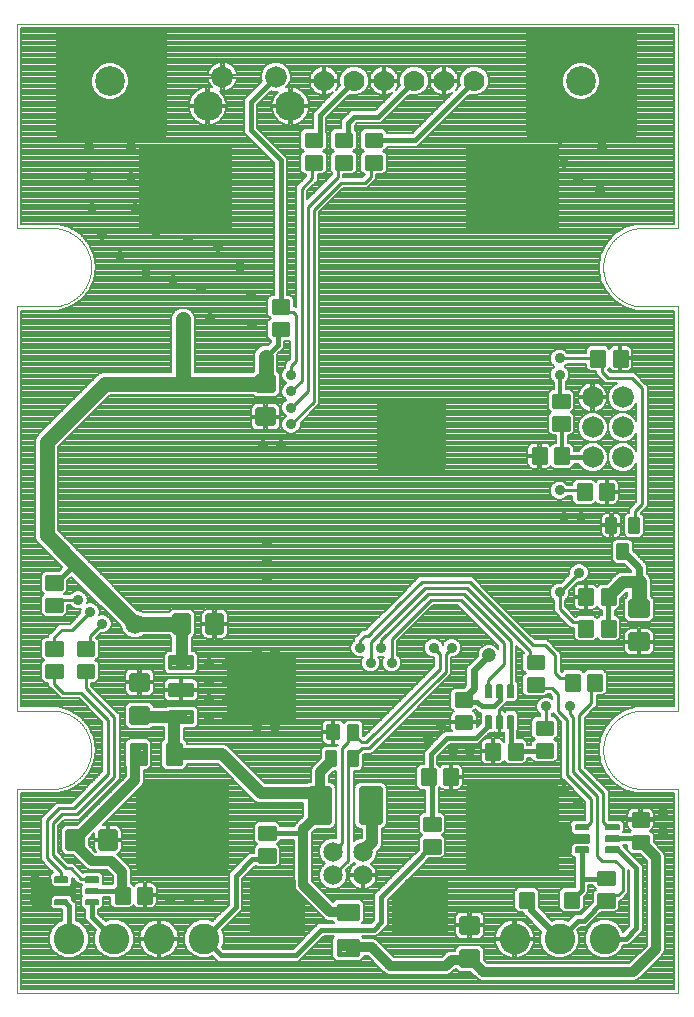
<source format=gbl>
G75*
%MOIN*%
%OFA0B0*%
%FSLAX25Y25*%
%IPPOS*%
%LPD*%
%AMOC8*
5,1,8,0,0,1.08239X$1,22.5*
%
%ADD10C,0.00000*%
%ADD11C,0.23000*%
%ADD12C,0.01181*%
%ADD13C,0.01535*%
%ADD14C,0.13055*%
%ADD15C,0.06520*%
%ADD16C,0.01417*%
%ADD17C,0.01890*%
%ADD18C,0.01440*%
%ADD19C,0.02008*%
%ADD20C,0.01998*%
%ADD21C,0.01772*%
%ADD22C,0.10236*%
%ADD23C,0.00650*%
%ADD24C,0.09906*%
%ADD25C,0.10693*%
%ADD26C,0.07200*%
%ADD27C,0.09900*%
%ADD28C,0.07000*%
%ADD29C,0.01654*%
%ADD30C,0.00800*%
%ADD31R,0.15024X0.15024*%
%ADD32C,0.03569*%
%ADD33C,0.01000*%
%ADD34C,0.05000*%
%ADD35C,0.04750*%
%ADD36C,0.04000*%
%ADD37C,0.01600*%
%ADD38C,0.06600*%
%ADD39C,0.02400*%
%ADD40C,0.03200*%
%ADD41C,0.01200*%
D10*
X0001400Y0025558D02*
X0001400Y0093471D01*
X0013231Y0093471D01*
X0013549Y0093475D01*
X0013867Y0093487D01*
X0014185Y0093506D01*
X0014502Y0093533D01*
X0014819Y0093568D01*
X0015134Y0093610D01*
X0015448Y0093660D01*
X0015762Y0093718D01*
X0016073Y0093784D01*
X0016383Y0093857D01*
X0016691Y0093937D01*
X0016997Y0094025D01*
X0017300Y0094121D01*
X0017602Y0094223D01*
X0017900Y0094333D01*
X0018196Y0094451D01*
X0018489Y0094575D01*
X0018779Y0094707D01*
X0019066Y0094845D01*
X0019349Y0094991D01*
X0019628Y0095143D01*
X0019904Y0095303D01*
X0020176Y0095468D01*
X0020443Y0095641D01*
X0020706Y0095820D01*
X0020965Y0096005D01*
X0021220Y0096196D01*
X0021469Y0096394D01*
X0021714Y0096598D01*
X0021954Y0096807D01*
X0022188Y0097022D01*
X0022417Y0097243D01*
X0022641Y0097470D01*
X0022859Y0097702D01*
X0023071Y0097939D01*
X0023278Y0098181D01*
X0023479Y0098428D01*
X0023673Y0098680D01*
X0023862Y0098937D01*
X0024044Y0099198D01*
X0024219Y0099463D01*
X0024388Y0099733D01*
X0024551Y0100007D01*
X0024707Y0100284D01*
X0024856Y0100565D01*
X0024998Y0100850D01*
X0025133Y0101138D01*
X0025261Y0101430D01*
X0025382Y0101724D01*
X0025495Y0102022D01*
X0025602Y0102322D01*
X0025701Y0102624D01*
X0025793Y0102929D01*
X0025877Y0103236D01*
X0025954Y0103545D01*
X0026023Y0103856D01*
X0026085Y0104168D01*
X0026139Y0104482D01*
X0026185Y0104796D01*
X0026224Y0105112D01*
X0026255Y0105429D01*
X0026278Y0105747D01*
X0026293Y0106065D01*
X0026301Y0106383D01*
X0026301Y0106701D01*
X0026293Y0107019D01*
X0026278Y0107337D01*
X0026255Y0107655D01*
X0026224Y0107972D01*
X0026185Y0108288D01*
X0026139Y0108602D01*
X0026085Y0108916D01*
X0026023Y0109228D01*
X0025954Y0109539D01*
X0025877Y0109848D01*
X0025793Y0110155D01*
X0025701Y0110460D01*
X0025602Y0110762D01*
X0025495Y0111062D01*
X0025382Y0111360D01*
X0025261Y0111654D01*
X0025133Y0111946D01*
X0024998Y0112234D01*
X0024856Y0112519D01*
X0024707Y0112800D01*
X0024551Y0113078D01*
X0024388Y0113351D01*
X0024219Y0113621D01*
X0024044Y0113886D01*
X0023862Y0114147D01*
X0023673Y0114404D01*
X0023479Y0114656D01*
X0023278Y0114903D01*
X0023071Y0115145D01*
X0022859Y0115382D01*
X0022641Y0115614D01*
X0022417Y0115841D01*
X0022188Y0116062D01*
X0021954Y0116277D01*
X0021714Y0116486D01*
X0021469Y0116690D01*
X0021220Y0116888D01*
X0020965Y0117079D01*
X0020706Y0117264D01*
X0020443Y0117443D01*
X0020176Y0117616D01*
X0019904Y0117781D01*
X0019628Y0117941D01*
X0019349Y0118093D01*
X0019066Y0118239D01*
X0018779Y0118377D01*
X0018489Y0118509D01*
X0018196Y0118633D01*
X0017900Y0118751D01*
X0017602Y0118861D01*
X0017300Y0118963D01*
X0016997Y0119059D01*
X0016691Y0119147D01*
X0016383Y0119227D01*
X0016073Y0119300D01*
X0015762Y0119366D01*
X0015448Y0119424D01*
X0015134Y0119474D01*
X0014819Y0119516D01*
X0014502Y0119551D01*
X0014185Y0119578D01*
X0013867Y0119597D01*
X0013549Y0119609D01*
X0013231Y0119613D01*
X0001400Y0119613D01*
X0001400Y0254337D01*
X0013231Y0254337D01*
X0013549Y0254341D01*
X0013867Y0254353D01*
X0014185Y0254372D01*
X0014502Y0254399D01*
X0014819Y0254434D01*
X0015134Y0254476D01*
X0015448Y0254526D01*
X0015762Y0254584D01*
X0016073Y0254650D01*
X0016383Y0254723D01*
X0016691Y0254803D01*
X0016997Y0254891D01*
X0017300Y0254987D01*
X0017602Y0255089D01*
X0017900Y0255199D01*
X0018196Y0255317D01*
X0018489Y0255441D01*
X0018779Y0255573D01*
X0019066Y0255711D01*
X0019349Y0255857D01*
X0019628Y0256009D01*
X0019904Y0256169D01*
X0020176Y0256334D01*
X0020443Y0256507D01*
X0020706Y0256686D01*
X0020965Y0256871D01*
X0021220Y0257062D01*
X0021469Y0257260D01*
X0021714Y0257464D01*
X0021954Y0257673D01*
X0022188Y0257888D01*
X0022417Y0258109D01*
X0022641Y0258336D01*
X0022859Y0258568D01*
X0023071Y0258805D01*
X0023278Y0259047D01*
X0023479Y0259294D01*
X0023673Y0259546D01*
X0023862Y0259803D01*
X0024044Y0260064D01*
X0024219Y0260329D01*
X0024388Y0260599D01*
X0024551Y0260873D01*
X0024707Y0261150D01*
X0024856Y0261431D01*
X0024998Y0261716D01*
X0025133Y0262004D01*
X0025261Y0262296D01*
X0025382Y0262590D01*
X0025495Y0262888D01*
X0025602Y0263188D01*
X0025701Y0263490D01*
X0025793Y0263795D01*
X0025877Y0264102D01*
X0025954Y0264411D01*
X0026023Y0264722D01*
X0026085Y0265034D01*
X0026139Y0265348D01*
X0026185Y0265662D01*
X0026224Y0265978D01*
X0026255Y0266295D01*
X0026278Y0266613D01*
X0026293Y0266931D01*
X0026301Y0267249D01*
X0026301Y0267567D01*
X0026293Y0267885D01*
X0026278Y0268203D01*
X0026255Y0268521D01*
X0026224Y0268838D01*
X0026185Y0269154D01*
X0026139Y0269468D01*
X0026085Y0269782D01*
X0026023Y0270094D01*
X0025954Y0270405D01*
X0025877Y0270714D01*
X0025793Y0271021D01*
X0025701Y0271326D01*
X0025602Y0271628D01*
X0025495Y0271928D01*
X0025382Y0272226D01*
X0025261Y0272520D01*
X0025133Y0272812D01*
X0024998Y0273100D01*
X0024856Y0273385D01*
X0024707Y0273666D01*
X0024551Y0273944D01*
X0024388Y0274217D01*
X0024219Y0274487D01*
X0024044Y0274752D01*
X0023862Y0275013D01*
X0023673Y0275270D01*
X0023479Y0275522D01*
X0023278Y0275769D01*
X0023071Y0276011D01*
X0022859Y0276248D01*
X0022641Y0276480D01*
X0022417Y0276707D01*
X0022188Y0276928D01*
X0021954Y0277143D01*
X0021714Y0277352D01*
X0021469Y0277556D01*
X0021220Y0277754D01*
X0020965Y0277945D01*
X0020706Y0278130D01*
X0020443Y0278309D01*
X0020176Y0278482D01*
X0019904Y0278647D01*
X0019628Y0278807D01*
X0019349Y0278959D01*
X0019066Y0279105D01*
X0018779Y0279243D01*
X0018489Y0279375D01*
X0018196Y0279499D01*
X0017900Y0279617D01*
X0017602Y0279727D01*
X0017300Y0279829D01*
X0016997Y0279925D01*
X0016691Y0280013D01*
X0016383Y0280093D01*
X0016073Y0280166D01*
X0015762Y0280232D01*
X0015448Y0280290D01*
X0015134Y0280340D01*
X0014819Y0280382D01*
X0014502Y0280417D01*
X0014185Y0280444D01*
X0013867Y0280463D01*
X0013549Y0280475D01*
X0013231Y0280479D01*
X0001400Y0280479D01*
X0001400Y0348392D01*
X0221872Y0348392D01*
X0221872Y0280479D01*
X0210042Y0280479D01*
X0209724Y0280475D01*
X0209406Y0280463D01*
X0209088Y0280444D01*
X0208771Y0280417D01*
X0208454Y0280382D01*
X0208139Y0280340D01*
X0207825Y0280290D01*
X0207511Y0280232D01*
X0207200Y0280166D01*
X0206890Y0280093D01*
X0206582Y0280013D01*
X0206276Y0279925D01*
X0205973Y0279829D01*
X0205671Y0279727D01*
X0205373Y0279617D01*
X0205077Y0279499D01*
X0204784Y0279375D01*
X0204494Y0279243D01*
X0204207Y0279105D01*
X0203924Y0278959D01*
X0203645Y0278807D01*
X0203369Y0278647D01*
X0203097Y0278482D01*
X0202830Y0278309D01*
X0202567Y0278130D01*
X0202308Y0277945D01*
X0202053Y0277754D01*
X0201804Y0277556D01*
X0201559Y0277352D01*
X0201319Y0277143D01*
X0201085Y0276928D01*
X0200856Y0276707D01*
X0200632Y0276480D01*
X0200414Y0276248D01*
X0200202Y0276011D01*
X0199995Y0275769D01*
X0199794Y0275522D01*
X0199600Y0275270D01*
X0199411Y0275013D01*
X0199229Y0274752D01*
X0199054Y0274487D01*
X0198885Y0274217D01*
X0198722Y0273944D01*
X0198566Y0273666D01*
X0198417Y0273385D01*
X0198275Y0273100D01*
X0198140Y0272812D01*
X0198012Y0272520D01*
X0197891Y0272226D01*
X0197778Y0271928D01*
X0197671Y0271628D01*
X0197572Y0271326D01*
X0197480Y0271021D01*
X0197396Y0270714D01*
X0197319Y0270405D01*
X0197250Y0270094D01*
X0197188Y0269782D01*
X0197134Y0269468D01*
X0197088Y0269154D01*
X0197049Y0268838D01*
X0197018Y0268521D01*
X0196995Y0268203D01*
X0196980Y0267885D01*
X0196972Y0267567D01*
X0196972Y0267249D01*
X0196980Y0266931D01*
X0196995Y0266613D01*
X0197018Y0266295D01*
X0197049Y0265978D01*
X0197088Y0265662D01*
X0197134Y0265348D01*
X0197188Y0265034D01*
X0197250Y0264722D01*
X0197319Y0264411D01*
X0197396Y0264102D01*
X0197480Y0263795D01*
X0197572Y0263490D01*
X0197671Y0263188D01*
X0197778Y0262888D01*
X0197891Y0262590D01*
X0198012Y0262296D01*
X0198140Y0262004D01*
X0198275Y0261716D01*
X0198417Y0261431D01*
X0198566Y0261150D01*
X0198722Y0260872D01*
X0198885Y0260599D01*
X0199054Y0260329D01*
X0199229Y0260064D01*
X0199411Y0259803D01*
X0199600Y0259546D01*
X0199794Y0259294D01*
X0199995Y0259047D01*
X0200202Y0258805D01*
X0200414Y0258568D01*
X0200632Y0258336D01*
X0200856Y0258109D01*
X0201085Y0257888D01*
X0201319Y0257673D01*
X0201559Y0257464D01*
X0201804Y0257260D01*
X0202053Y0257062D01*
X0202308Y0256871D01*
X0202567Y0256686D01*
X0202830Y0256507D01*
X0203097Y0256334D01*
X0203369Y0256169D01*
X0203645Y0256009D01*
X0203924Y0255857D01*
X0204207Y0255711D01*
X0204494Y0255573D01*
X0204784Y0255441D01*
X0205077Y0255317D01*
X0205373Y0255199D01*
X0205671Y0255089D01*
X0205973Y0254987D01*
X0206276Y0254891D01*
X0206582Y0254803D01*
X0206890Y0254723D01*
X0207200Y0254650D01*
X0207511Y0254584D01*
X0207825Y0254526D01*
X0208139Y0254476D01*
X0208454Y0254434D01*
X0208771Y0254399D01*
X0209088Y0254372D01*
X0209406Y0254353D01*
X0209724Y0254341D01*
X0210042Y0254337D01*
X0221872Y0254337D01*
X0221872Y0119613D01*
X0210042Y0119613D01*
X0209724Y0119609D01*
X0209406Y0119597D01*
X0209088Y0119578D01*
X0208771Y0119551D01*
X0208454Y0119516D01*
X0208139Y0119474D01*
X0207825Y0119424D01*
X0207511Y0119366D01*
X0207200Y0119300D01*
X0206890Y0119227D01*
X0206582Y0119147D01*
X0206276Y0119059D01*
X0205973Y0118963D01*
X0205671Y0118861D01*
X0205373Y0118751D01*
X0205077Y0118633D01*
X0204784Y0118509D01*
X0204494Y0118377D01*
X0204207Y0118239D01*
X0203924Y0118093D01*
X0203645Y0117941D01*
X0203369Y0117781D01*
X0203097Y0117616D01*
X0202830Y0117443D01*
X0202567Y0117264D01*
X0202308Y0117079D01*
X0202053Y0116888D01*
X0201804Y0116690D01*
X0201559Y0116486D01*
X0201319Y0116277D01*
X0201085Y0116062D01*
X0200856Y0115841D01*
X0200632Y0115614D01*
X0200414Y0115382D01*
X0200202Y0115145D01*
X0199995Y0114903D01*
X0199794Y0114656D01*
X0199600Y0114404D01*
X0199411Y0114147D01*
X0199229Y0113886D01*
X0199054Y0113621D01*
X0198885Y0113351D01*
X0198722Y0113077D01*
X0198566Y0112800D01*
X0198417Y0112519D01*
X0198275Y0112234D01*
X0198140Y0111946D01*
X0198012Y0111654D01*
X0197891Y0111360D01*
X0197778Y0111062D01*
X0197671Y0110762D01*
X0197572Y0110460D01*
X0197480Y0110155D01*
X0197396Y0109848D01*
X0197319Y0109539D01*
X0197250Y0109228D01*
X0197188Y0108916D01*
X0197134Y0108602D01*
X0197088Y0108288D01*
X0197049Y0107972D01*
X0197018Y0107655D01*
X0196995Y0107337D01*
X0196980Y0107019D01*
X0196972Y0106701D01*
X0196972Y0106383D01*
X0196980Y0106065D01*
X0196995Y0105747D01*
X0197018Y0105429D01*
X0197049Y0105112D01*
X0197088Y0104796D01*
X0197134Y0104482D01*
X0197188Y0104168D01*
X0197250Y0103856D01*
X0197319Y0103545D01*
X0197396Y0103236D01*
X0197480Y0102929D01*
X0197572Y0102624D01*
X0197671Y0102322D01*
X0197778Y0102022D01*
X0197891Y0101724D01*
X0198012Y0101430D01*
X0198140Y0101138D01*
X0198275Y0100850D01*
X0198417Y0100565D01*
X0198566Y0100284D01*
X0198722Y0100006D01*
X0198885Y0099733D01*
X0199054Y0099463D01*
X0199229Y0099198D01*
X0199411Y0098937D01*
X0199600Y0098680D01*
X0199794Y0098428D01*
X0199995Y0098181D01*
X0200202Y0097939D01*
X0200414Y0097702D01*
X0200632Y0097470D01*
X0200856Y0097243D01*
X0201085Y0097022D01*
X0201319Y0096807D01*
X0201559Y0096598D01*
X0201804Y0096394D01*
X0202053Y0096196D01*
X0202308Y0096005D01*
X0202567Y0095820D01*
X0202830Y0095641D01*
X0203097Y0095468D01*
X0203369Y0095303D01*
X0203645Y0095143D01*
X0203924Y0094991D01*
X0204207Y0094845D01*
X0204494Y0094707D01*
X0204784Y0094575D01*
X0205077Y0094451D01*
X0205373Y0094333D01*
X0205671Y0094223D01*
X0205973Y0094121D01*
X0206276Y0094025D01*
X0206582Y0093937D01*
X0206890Y0093857D01*
X0207200Y0093784D01*
X0207511Y0093718D01*
X0207825Y0093660D01*
X0208139Y0093610D01*
X0208454Y0093568D01*
X0208771Y0093533D01*
X0209088Y0093506D01*
X0209406Y0093487D01*
X0209724Y0093475D01*
X0210042Y0093471D01*
X0221872Y0093471D01*
X0221872Y0025558D01*
X0001400Y0025558D01*
D11*
X0056518Y0080676D03*
X0166754Y0080676D03*
X0166754Y0293274D03*
X0056518Y0293274D03*
D12*
X0112262Y0110222D02*
X0115018Y0110222D01*
X0112262Y0110222D02*
X0112262Y0114554D01*
X0115018Y0114554D01*
X0115018Y0110222D01*
X0115018Y0111402D02*
X0112262Y0111402D01*
X0112262Y0112582D02*
X0115018Y0112582D01*
X0115018Y0113762D02*
X0112262Y0113762D01*
X0112262Y0101561D02*
X0115018Y0101561D01*
X0112262Y0101561D02*
X0112262Y0105893D01*
X0115018Y0105893D01*
X0115018Y0101561D01*
X0115018Y0102741D02*
X0112262Y0102741D01*
X0112262Y0103921D02*
X0115018Y0103921D01*
X0115018Y0105101D02*
X0112262Y0105101D01*
X0107538Y0101561D02*
X0104782Y0101561D01*
X0104782Y0105893D01*
X0107538Y0105893D01*
X0107538Y0101561D01*
X0107538Y0102741D02*
X0104782Y0102741D01*
X0104782Y0103921D02*
X0107538Y0103921D01*
X0107538Y0105101D02*
X0104782Y0105101D01*
X0198282Y0179222D02*
X0201038Y0179222D01*
X0198282Y0179222D02*
X0198282Y0183554D01*
X0201038Y0183554D01*
X0201038Y0179222D01*
X0201038Y0180402D02*
X0198282Y0180402D01*
X0198282Y0181582D02*
X0201038Y0181582D01*
X0201038Y0182762D02*
X0198282Y0182762D01*
X0205762Y0179222D02*
X0208518Y0179222D01*
X0205762Y0179222D02*
X0205762Y0183554D01*
X0208518Y0183554D01*
X0208518Y0179222D01*
X0208518Y0180402D02*
X0205762Y0180402D01*
X0205762Y0181582D02*
X0208518Y0181582D01*
X0208518Y0182762D02*
X0205762Y0182762D01*
X0204778Y0170561D02*
X0202022Y0170561D01*
X0202022Y0174893D01*
X0204778Y0174893D01*
X0204778Y0170561D01*
X0204778Y0171741D02*
X0202022Y0171741D01*
X0202022Y0172921D02*
X0204778Y0172921D01*
X0204778Y0174101D02*
X0202022Y0174101D01*
D13*
X0200432Y0159744D02*
X0196848Y0159744D01*
X0200432Y0159744D02*
X0200432Y0155372D01*
X0196848Y0155372D01*
X0196848Y0159744D01*
X0196848Y0156906D02*
X0200432Y0156906D01*
X0200432Y0158440D02*
X0196848Y0158440D01*
X0192952Y0159744D02*
X0189368Y0159744D01*
X0192952Y0159744D02*
X0192952Y0155372D01*
X0189368Y0155372D01*
X0189368Y0159744D01*
X0189368Y0156906D02*
X0192952Y0156906D01*
X0192952Y0158440D02*
X0189368Y0158440D01*
X0189368Y0144872D02*
X0192952Y0144872D01*
X0189368Y0144872D02*
X0189368Y0149244D01*
X0192952Y0149244D01*
X0192952Y0144872D01*
X0192952Y0146406D02*
X0189368Y0146406D01*
X0189368Y0147940D02*
X0192952Y0147940D01*
X0196848Y0144872D02*
X0200432Y0144872D01*
X0196848Y0144872D02*
X0196848Y0149244D01*
X0200432Y0149244D01*
X0200432Y0144872D01*
X0200432Y0146406D02*
X0196848Y0146406D01*
X0196848Y0147940D02*
X0200432Y0147940D01*
X0195932Y0126872D02*
X0192348Y0126872D01*
X0192348Y0131244D01*
X0195932Y0131244D01*
X0195932Y0126872D01*
X0195932Y0128406D02*
X0192348Y0128406D01*
X0192348Y0129940D02*
X0195932Y0129940D01*
X0188452Y0126872D02*
X0184868Y0126872D01*
X0184868Y0131244D01*
X0188452Y0131244D01*
X0188452Y0126872D01*
X0188452Y0128406D02*
X0184868Y0128406D01*
X0184868Y0129940D02*
X0188452Y0129940D01*
X0179586Y0115590D02*
X0179586Y0112006D01*
X0175214Y0112006D01*
X0175214Y0115590D01*
X0179586Y0115590D01*
X0179586Y0113540D02*
X0175214Y0113540D01*
X0175214Y0115074D02*
X0179586Y0115074D01*
X0179586Y0108110D02*
X0179586Y0104526D01*
X0175214Y0104526D01*
X0175214Y0108110D01*
X0179586Y0108110D01*
X0179586Y0106060D02*
X0175214Y0106060D01*
X0175214Y0107594D02*
X0179586Y0107594D01*
X0169432Y0108244D02*
X0165848Y0108244D01*
X0169432Y0108244D02*
X0169432Y0103872D01*
X0165848Y0103872D01*
X0165848Y0108244D01*
X0165848Y0105406D02*
X0169432Y0105406D01*
X0169432Y0106940D02*
X0165848Y0106940D01*
X0161952Y0108244D02*
X0158368Y0108244D01*
X0161952Y0108244D02*
X0161952Y0103872D01*
X0158368Y0103872D01*
X0158368Y0108244D01*
X0158368Y0105406D02*
X0161952Y0105406D01*
X0161952Y0106940D02*
X0158368Y0106940D01*
X0148214Y0114026D02*
X0148214Y0117610D01*
X0152586Y0117610D01*
X0152586Y0114026D01*
X0148214Y0114026D01*
X0148214Y0115560D02*
X0152586Y0115560D01*
X0152586Y0117094D02*
X0148214Y0117094D01*
X0148214Y0121506D02*
X0148214Y0125090D01*
X0152586Y0125090D01*
X0152586Y0121506D01*
X0148214Y0121506D01*
X0148214Y0123040D02*
X0152586Y0123040D01*
X0152586Y0124574D02*
X0148214Y0124574D01*
X0147932Y0095372D02*
X0144348Y0095372D01*
X0144348Y0099744D01*
X0147932Y0099744D01*
X0147932Y0095372D01*
X0147932Y0096906D02*
X0144348Y0096906D01*
X0144348Y0098440D02*
X0147932Y0098440D01*
X0140452Y0095372D02*
X0136868Y0095372D01*
X0136868Y0099744D01*
X0140452Y0099744D01*
X0140452Y0095372D01*
X0140452Y0096906D02*
X0136868Y0096906D01*
X0136868Y0098440D02*
X0140452Y0098440D01*
X0137714Y0083590D02*
X0137714Y0080006D01*
X0137714Y0083590D02*
X0142086Y0083590D01*
X0142086Y0080006D01*
X0137714Y0080006D01*
X0137714Y0081540D02*
X0142086Y0081540D01*
X0142086Y0083074D02*
X0137714Y0083074D01*
X0137714Y0076110D02*
X0137714Y0072526D01*
X0137714Y0076110D02*
X0142086Y0076110D01*
X0142086Y0072526D01*
X0137714Y0072526D01*
X0137714Y0074060D02*
X0142086Y0074060D01*
X0142086Y0075594D02*
X0137714Y0075594D01*
X0172214Y0126526D02*
X0172214Y0130110D01*
X0176586Y0130110D01*
X0176586Y0126526D01*
X0172214Y0126526D01*
X0172214Y0128060D02*
X0176586Y0128060D01*
X0176586Y0129594D02*
X0172214Y0129594D01*
X0172214Y0134006D02*
X0172214Y0137590D01*
X0176586Y0137590D01*
X0176586Y0134006D01*
X0172214Y0134006D01*
X0172214Y0135540D02*
X0176586Y0135540D01*
X0176586Y0137074D02*
X0172214Y0137074D01*
X0188868Y0194744D02*
X0192452Y0194744D01*
X0192452Y0190372D01*
X0188868Y0190372D01*
X0188868Y0194744D01*
X0188868Y0191906D02*
X0192452Y0191906D01*
X0192452Y0193440D02*
X0188868Y0193440D01*
X0184932Y0202372D02*
X0181348Y0202372D01*
X0181348Y0206744D01*
X0184932Y0206744D01*
X0184932Y0202372D01*
X0184932Y0203906D02*
X0181348Y0203906D01*
X0181348Y0205440D02*
X0184932Y0205440D01*
X0180714Y0213526D02*
X0180714Y0217110D01*
X0185086Y0217110D01*
X0185086Y0213526D01*
X0180714Y0213526D01*
X0180714Y0215060D02*
X0185086Y0215060D01*
X0185086Y0216594D02*
X0180714Y0216594D01*
X0180714Y0221006D02*
X0180714Y0224590D01*
X0185086Y0224590D01*
X0185086Y0221006D01*
X0180714Y0221006D01*
X0180714Y0222540D02*
X0185086Y0222540D01*
X0185086Y0224074D02*
X0180714Y0224074D01*
X0177452Y0202372D02*
X0173868Y0202372D01*
X0173868Y0206744D01*
X0177452Y0206744D01*
X0177452Y0202372D01*
X0177452Y0203906D02*
X0173868Y0203906D01*
X0173868Y0205440D02*
X0177452Y0205440D01*
X0193368Y0239244D02*
X0196952Y0239244D01*
X0196952Y0234872D01*
X0193368Y0234872D01*
X0193368Y0239244D01*
X0193368Y0236406D02*
X0196952Y0236406D01*
X0196952Y0237940D02*
X0193368Y0237940D01*
X0200848Y0239244D02*
X0204432Y0239244D01*
X0204432Y0234872D01*
X0200848Y0234872D01*
X0200848Y0239244D01*
X0200848Y0236406D02*
X0204432Y0236406D01*
X0204432Y0237940D02*
X0200848Y0237940D01*
X0199932Y0194744D02*
X0196348Y0194744D01*
X0199932Y0194744D02*
X0199932Y0190372D01*
X0196348Y0190372D01*
X0196348Y0194744D01*
X0196348Y0191906D02*
X0199932Y0191906D01*
X0199932Y0193440D02*
X0196348Y0193440D01*
X0211586Y0085090D02*
X0211586Y0081506D01*
X0207214Y0081506D01*
X0207214Y0085090D01*
X0211586Y0085090D01*
X0211586Y0083040D02*
X0207214Y0083040D01*
X0207214Y0084574D02*
X0211586Y0084574D01*
X0211586Y0077610D02*
X0211586Y0074026D01*
X0207214Y0074026D01*
X0207214Y0077610D01*
X0211586Y0077610D01*
X0211586Y0075560D02*
X0207214Y0075560D01*
X0207214Y0077094D02*
X0211586Y0077094D01*
X0195714Y0065590D02*
X0195714Y0062006D01*
X0195714Y0065590D02*
X0200086Y0065590D01*
X0200086Y0062006D01*
X0195714Y0062006D01*
X0195714Y0063540D02*
X0200086Y0063540D01*
X0200086Y0065074D02*
X0195714Y0065074D01*
X0195714Y0058110D02*
X0195714Y0054526D01*
X0195714Y0058110D02*
X0200086Y0058110D01*
X0200086Y0054526D01*
X0195714Y0054526D01*
X0195714Y0056060D02*
X0200086Y0056060D01*
X0200086Y0057594D02*
X0195714Y0057594D01*
X0087214Y0245026D02*
X0087214Y0248610D01*
X0091586Y0248610D01*
X0091586Y0245026D01*
X0087214Y0245026D01*
X0087214Y0246560D02*
X0091586Y0246560D01*
X0091586Y0248094D02*
X0087214Y0248094D01*
X0087214Y0252506D02*
X0087214Y0256090D01*
X0091586Y0256090D01*
X0091586Y0252506D01*
X0087214Y0252506D01*
X0087214Y0254040D02*
X0091586Y0254040D01*
X0091586Y0255574D02*
X0087214Y0255574D01*
X0098214Y0300526D02*
X0098214Y0304110D01*
X0102586Y0304110D01*
X0102586Y0300526D01*
X0098214Y0300526D01*
X0098214Y0302060D02*
X0102586Y0302060D01*
X0102586Y0303594D02*
X0098214Y0303594D01*
X0098214Y0308006D02*
X0098214Y0311590D01*
X0102586Y0311590D01*
X0102586Y0308006D01*
X0098214Y0308006D01*
X0098214Y0309540D02*
X0102586Y0309540D01*
X0102586Y0311074D02*
X0098214Y0311074D01*
X0108214Y0311590D02*
X0108214Y0308006D01*
X0108214Y0311590D02*
X0112586Y0311590D01*
X0112586Y0308006D01*
X0108214Y0308006D01*
X0108214Y0309540D02*
X0112586Y0309540D01*
X0112586Y0311074D02*
X0108214Y0311074D01*
X0108214Y0304110D02*
X0108214Y0300526D01*
X0108214Y0304110D02*
X0112586Y0304110D01*
X0112586Y0300526D01*
X0108214Y0300526D01*
X0108214Y0302060D02*
X0112586Y0302060D01*
X0112586Y0303594D02*
X0108214Y0303594D01*
X0118214Y0304110D02*
X0118214Y0300526D01*
X0118214Y0304110D02*
X0122586Y0304110D01*
X0122586Y0300526D01*
X0118214Y0300526D01*
X0118214Y0302060D02*
X0122586Y0302060D01*
X0122586Y0303594D02*
X0118214Y0303594D01*
X0118214Y0308006D02*
X0118214Y0311590D01*
X0122586Y0311590D01*
X0122586Y0308006D01*
X0118214Y0308006D01*
X0118214Y0309540D02*
X0122586Y0309540D01*
X0122586Y0311074D02*
X0118214Y0311074D01*
X0022214Y0142090D02*
X0022214Y0138506D01*
X0022214Y0142090D02*
X0026586Y0142090D01*
X0026586Y0138506D01*
X0022214Y0138506D01*
X0022214Y0140040D02*
X0026586Y0140040D01*
X0026586Y0141574D02*
X0022214Y0141574D01*
X0022214Y0134610D02*
X0022214Y0131026D01*
X0022214Y0134610D02*
X0026586Y0134610D01*
X0026586Y0131026D01*
X0022214Y0131026D01*
X0022214Y0132560D02*
X0026586Y0132560D01*
X0026586Y0134094D02*
X0022214Y0134094D01*
X0011714Y0134610D02*
X0011714Y0131026D01*
X0011714Y0134610D02*
X0016086Y0134610D01*
X0016086Y0131026D01*
X0011714Y0131026D01*
X0011714Y0132560D02*
X0016086Y0132560D01*
X0016086Y0134094D02*
X0011714Y0134094D01*
X0011714Y0138506D02*
X0011714Y0142090D01*
X0016086Y0142090D01*
X0016086Y0138506D01*
X0011714Y0138506D01*
X0011714Y0140040D02*
X0016086Y0140040D01*
X0016086Y0141574D02*
X0011714Y0141574D01*
X0016086Y0153026D02*
X0016086Y0156610D01*
X0016086Y0153026D02*
X0011714Y0153026D01*
X0011714Y0156610D01*
X0016086Y0156610D01*
X0016086Y0154560D02*
X0011714Y0154560D01*
X0011714Y0156094D02*
X0016086Y0156094D01*
X0016086Y0160506D02*
X0016086Y0164090D01*
X0016086Y0160506D02*
X0011714Y0160506D01*
X0011714Y0164090D01*
X0016086Y0164090D01*
X0016086Y0162040D02*
X0011714Y0162040D01*
X0011714Y0163574D02*
X0016086Y0163574D01*
X0034868Y0055872D02*
X0038452Y0055872D01*
X0034868Y0055872D02*
X0034868Y0060244D01*
X0038452Y0060244D01*
X0038452Y0055872D01*
X0038452Y0057406D02*
X0034868Y0057406D01*
X0034868Y0058940D02*
X0038452Y0058940D01*
X0042348Y0055872D02*
X0045932Y0055872D01*
X0042348Y0055872D02*
X0042348Y0060244D01*
X0045932Y0060244D01*
X0045932Y0055872D01*
X0045932Y0057406D02*
X0042348Y0057406D01*
X0042348Y0058940D02*
X0045932Y0058940D01*
X0087086Y0069526D02*
X0087086Y0073110D01*
X0087086Y0069526D02*
X0082714Y0069526D01*
X0082714Y0073110D01*
X0087086Y0073110D01*
X0087086Y0071060D02*
X0082714Y0071060D01*
X0082714Y0072594D02*
X0087086Y0072594D01*
X0087086Y0077006D02*
X0087086Y0080590D01*
X0087086Y0077006D02*
X0082714Y0077006D01*
X0082714Y0080590D01*
X0087086Y0080590D01*
X0087086Y0078540D02*
X0082714Y0078540D01*
X0082714Y0080074D02*
X0087086Y0080074D01*
D14*
X0088199Y0054058D03*
X0135601Y0054058D03*
D15*
X0116821Y0064727D03*
X0116821Y0072601D03*
X0106979Y0072601D03*
X0106979Y0064727D03*
D16*
X0108601Y0110340D02*
X0105293Y0110340D01*
X0105293Y0114436D01*
X0108601Y0114436D01*
X0108601Y0110340D01*
X0108601Y0111756D02*
X0105293Y0111756D01*
X0105293Y0113172D02*
X0108601Y0113172D01*
D17*
X0069616Y0145960D02*
X0065208Y0145960D01*
X0065208Y0151156D01*
X0069616Y0151156D01*
X0069616Y0145960D01*
X0069616Y0147849D02*
X0065208Y0147849D01*
X0065208Y0149738D02*
X0069616Y0149738D01*
X0058592Y0145960D02*
X0054184Y0145960D01*
X0054184Y0151156D01*
X0058592Y0151156D01*
X0058592Y0145960D01*
X0058592Y0147849D02*
X0054184Y0147849D01*
X0054184Y0149738D02*
X0058592Y0149738D01*
X0044998Y0131274D02*
X0044998Y0126866D01*
X0039802Y0126866D01*
X0039802Y0131274D01*
X0044998Y0131274D01*
X0044998Y0128755D02*
X0039802Y0128755D01*
X0039802Y0130644D02*
X0044998Y0130644D01*
X0044998Y0120250D02*
X0044998Y0115842D01*
X0039802Y0115842D01*
X0039802Y0120250D01*
X0044998Y0120250D01*
X0044998Y0117731D02*
X0039802Y0117731D01*
X0039802Y0119620D02*
X0044998Y0119620D01*
X0034116Y0073960D02*
X0029708Y0073960D01*
X0029708Y0079156D01*
X0034116Y0079156D01*
X0034116Y0073960D01*
X0034116Y0075849D02*
X0029708Y0075849D01*
X0029708Y0077738D02*
X0034116Y0077738D01*
X0023092Y0073960D02*
X0018684Y0073960D01*
X0018684Y0079156D01*
X0023092Y0079156D01*
X0023092Y0073960D01*
X0023092Y0075849D02*
X0018684Y0075849D01*
X0018684Y0077738D02*
X0023092Y0077738D01*
X0081802Y0215342D02*
X0081802Y0219750D01*
X0086998Y0219750D01*
X0086998Y0215342D01*
X0081802Y0215342D01*
X0081802Y0217231D02*
X0086998Y0217231D01*
X0086998Y0219120D02*
X0081802Y0219120D01*
X0081802Y0226366D02*
X0081802Y0230774D01*
X0086998Y0230774D01*
X0086998Y0226366D01*
X0081802Y0226366D01*
X0081802Y0228255D02*
X0086998Y0228255D01*
X0086998Y0230144D02*
X0081802Y0230144D01*
X0154998Y0050274D02*
X0154998Y0045866D01*
X0149802Y0045866D01*
X0149802Y0050274D01*
X0154998Y0050274D01*
X0154998Y0047755D02*
X0149802Y0047755D01*
X0149802Y0049644D02*
X0154998Y0049644D01*
X0154998Y0039250D02*
X0154998Y0034842D01*
X0149802Y0034842D01*
X0149802Y0039250D01*
X0154998Y0039250D01*
X0154998Y0036731D02*
X0149802Y0036731D01*
X0149802Y0038620D02*
X0154998Y0038620D01*
X0206302Y0140342D02*
X0206302Y0144750D01*
X0211498Y0144750D01*
X0211498Y0140342D01*
X0206302Y0140342D01*
X0206302Y0142231D02*
X0211498Y0142231D01*
X0211498Y0144120D02*
X0206302Y0144120D01*
X0206302Y0151366D02*
X0206302Y0155774D01*
X0211498Y0155774D01*
X0211498Y0151366D01*
X0206302Y0151366D01*
X0206302Y0153255D02*
X0211498Y0153255D01*
X0211498Y0155144D02*
X0206302Y0155144D01*
D18*
X0059880Y0137338D02*
X0059880Y0133978D01*
X0052520Y0133978D01*
X0052520Y0137338D01*
X0059880Y0137338D01*
X0059880Y0135417D02*
X0052520Y0135417D01*
X0052520Y0136856D02*
X0059880Y0136856D01*
X0059880Y0128238D02*
X0059880Y0124878D01*
X0052520Y0124878D01*
X0052520Y0128238D01*
X0059880Y0128238D01*
X0059880Y0126317D02*
X0052520Y0126317D01*
X0052520Y0127756D02*
X0059880Y0127756D01*
X0059880Y0119138D02*
X0059880Y0115778D01*
X0052520Y0115778D01*
X0052520Y0119138D01*
X0059880Y0119138D01*
X0059880Y0117217D02*
X0052520Y0117217D01*
X0052520Y0118656D02*
X0059880Y0118656D01*
D19*
X0087081Y0119688D02*
X0087081Y0133428D01*
X0087081Y0119688D02*
X0077279Y0119688D01*
X0077279Y0133428D01*
X0087081Y0133428D01*
X0087081Y0121695D02*
X0077279Y0121695D01*
X0077279Y0123702D02*
X0087081Y0123702D01*
X0087081Y0125709D02*
X0077279Y0125709D01*
X0077279Y0127716D02*
X0087081Y0127716D01*
X0087081Y0129723D02*
X0077279Y0129723D01*
X0077279Y0131730D02*
X0087081Y0131730D01*
D20*
X0105393Y0093555D02*
X0105393Y0082561D01*
X0099399Y0082561D01*
X0099399Y0093555D01*
X0105393Y0093555D01*
X0105393Y0084558D02*
X0099399Y0084558D01*
X0099399Y0086555D02*
X0105393Y0086555D01*
X0105393Y0088552D02*
X0099399Y0088552D01*
X0099399Y0090549D02*
X0105393Y0090549D01*
X0105393Y0092546D02*
X0099399Y0092546D01*
X0122401Y0093555D02*
X0122401Y0082561D01*
X0116407Y0082561D01*
X0116407Y0093555D01*
X0122401Y0093555D01*
X0122401Y0084558D02*
X0116407Y0084558D01*
X0116407Y0086555D02*
X0122401Y0086555D01*
X0122401Y0088552D02*
X0116407Y0088552D01*
X0116407Y0090549D02*
X0122401Y0090549D01*
X0122401Y0092546D02*
X0116407Y0092546D01*
D21*
X0114951Y0054530D02*
X0114951Y0050396D01*
X0108849Y0050396D01*
X0108849Y0054530D01*
X0114951Y0054530D01*
X0114951Y0052167D02*
X0108849Y0052167D01*
X0108849Y0053938D02*
X0114951Y0053938D01*
X0114951Y0042719D02*
X0114951Y0038585D01*
X0108849Y0038585D01*
X0108849Y0042719D01*
X0114951Y0042719D01*
X0114951Y0040356D02*
X0108849Y0040356D01*
X0108849Y0042127D02*
X0114951Y0042127D01*
X0055873Y0102007D02*
X0051739Y0102007D01*
X0051739Y0108109D01*
X0055873Y0108109D01*
X0055873Y0102007D01*
X0055873Y0103778D02*
X0051739Y0103778D01*
X0051739Y0105549D02*
X0055873Y0105549D01*
X0055873Y0107320D02*
X0051739Y0107320D01*
X0044061Y0102007D02*
X0039927Y0102007D01*
X0039927Y0108109D01*
X0044061Y0108109D01*
X0044061Y0102007D01*
X0044061Y0103778D02*
X0039927Y0103778D01*
X0039927Y0105549D02*
X0044061Y0105549D01*
X0044061Y0107320D02*
X0039927Y0107320D01*
D22*
X0033900Y0043558D03*
X0018900Y0043558D03*
X0048900Y0043558D03*
X0063900Y0043558D03*
X0167400Y0043558D03*
X0182400Y0043558D03*
X0197400Y0043558D03*
D23*
X0202055Y0072561D02*
X0202055Y0074075D01*
X0202055Y0072561D02*
X0197981Y0072561D01*
X0197981Y0074075D01*
X0202055Y0074075D01*
X0202055Y0073210D02*
X0197981Y0073210D01*
X0197981Y0073859D02*
X0202055Y0073859D01*
X0202055Y0076301D02*
X0202055Y0077815D01*
X0202055Y0076301D02*
X0197981Y0076301D01*
X0197981Y0077815D01*
X0202055Y0077815D01*
X0202055Y0076950D02*
X0197981Y0076950D01*
X0197981Y0077599D02*
X0202055Y0077599D01*
X0202055Y0080041D02*
X0202055Y0081555D01*
X0202055Y0080041D02*
X0197981Y0080041D01*
X0197981Y0081555D01*
X0202055Y0081555D01*
X0202055Y0080690D02*
X0197981Y0080690D01*
X0197981Y0081339D02*
X0202055Y0081339D01*
X0191819Y0081555D02*
X0191819Y0080041D01*
X0187745Y0080041D01*
X0187745Y0081555D01*
X0191819Y0081555D01*
X0191819Y0080690D02*
X0187745Y0080690D01*
X0187745Y0081339D02*
X0191819Y0081339D01*
X0191819Y0077815D02*
X0191819Y0076301D01*
X0187745Y0076301D01*
X0187745Y0077815D01*
X0191819Y0077815D01*
X0191819Y0076950D02*
X0187745Y0076950D01*
X0187745Y0077599D02*
X0191819Y0077599D01*
X0191819Y0074075D02*
X0191819Y0072561D01*
X0187745Y0072561D01*
X0187745Y0074075D01*
X0191819Y0074075D01*
X0191819Y0073210D02*
X0187745Y0073210D01*
X0187745Y0073859D02*
X0191819Y0073859D01*
X0166897Y0117977D02*
X0165383Y0117977D01*
X0166897Y0117977D02*
X0166897Y0113903D01*
X0165383Y0113903D01*
X0165383Y0117977D01*
X0165383Y0114552D02*
X0166897Y0114552D01*
X0166897Y0115201D02*
X0165383Y0115201D01*
X0165383Y0115850D02*
X0166897Y0115850D01*
X0166897Y0116499D02*
X0165383Y0116499D01*
X0165383Y0117148D02*
X0166897Y0117148D01*
X0166897Y0117797D02*
X0165383Y0117797D01*
X0163157Y0117977D02*
X0161643Y0117977D01*
X0163157Y0117977D02*
X0163157Y0113903D01*
X0161643Y0113903D01*
X0161643Y0117977D01*
X0161643Y0114552D02*
X0163157Y0114552D01*
X0163157Y0115201D02*
X0161643Y0115201D01*
X0161643Y0115850D02*
X0163157Y0115850D01*
X0163157Y0116499D02*
X0161643Y0116499D01*
X0161643Y0117148D02*
X0163157Y0117148D01*
X0163157Y0117797D02*
X0161643Y0117797D01*
X0159417Y0117977D02*
X0157903Y0117977D01*
X0159417Y0117977D02*
X0159417Y0113903D01*
X0157903Y0113903D01*
X0157903Y0117977D01*
X0157903Y0114552D02*
X0159417Y0114552D01*
X0159417Y0115201D02*
X0157903Y0115201D01*
X0157903Y0115850D02*
X0159417Y0115850D01*
X0159417Y0116499D02*
X0157903Y0116499D01*
X0157903Y0117148D02*
X0159417Y0117148D01*
X0159417Y0117797D02*
X0157903Y0117797D01*
X0157903Y0128213D02*
X0159417Y0128213D01*
X0159417Y0124139D01*
X0157903Y0124139D01*
X0157903Y0128213D01*
X0157903Y0124788D02*
X0159417Y0124788D01*
X0159417Y0125437D02*
X0157903Y0125437D01*
X0157903Y0126086D02*
X0159417Y0126086D01*
X0159417Y0126735D02*
X0157903Y0126735D01*
X0157903Y0127384D02*
X0159417Y0127384D01*
X0159417Y0128033D02*
X0157903Y0128033D01*
X0161643Y0128213D02*
X0163157Y0128213D01*
X0163157Y0124139D01*
X0161643Y0124139D01*
X0161643Y0128213D01*
X0161643Y0124788D02*
X0163157Y0124788D01*
X0163157Y0125437D02*
X0161643Y0125437D01*
X0161643Y0126086D02*
X0163157Y0126086D01*
X0163157Y0126735D02*
X0161643Y0126735D01*
X0161643Y0127384D02*
X0163157Y0127384D01*
X0163157Y0128033D02*
X0161643Y0128033D01*
X0165383Y0128213D02*
X0166897Y0128213D01*
X0166897Y0124139D01*
X0165383Y0124139D01*
X0165383Y0128213D01*
X0165383Y0124788D02*
X0166897Y0124788D01*
X0166897Y0125437D02*
X0165383Y0125437D01*
X0165383Y0126086D02*
X0166897Y0126086D01*
X0166897Y0126735D02*
X0165383Y0126735D01*
X0165383Y0127384D02*
X0166897Y0127384D01*
X0166897Y0128033D02*
X0165383Y0128033D01*
X0028555Y0064055D02*
X0028555Y0062541D01*
X0024481Y0062541D01*
X0024481Y0064055D01*
X0028555Y0064055D01*
X0028555Y0063190D02*
X0024481Y0063190D01*
X0024481Y0063839D02*
X0028555Y0063839D01*
X0028555Y0060315D02*
X0028555Y0058801D01*
X0024481Y0058801D01*
X0024481Y0060315D01*
X0028555Y0060315D01*
X0028555Y0059450D02*
X0024481Y0059450D01*
X0024481Y0060099D02*
X0028555Y0060099D01*
X0028555Y0056575D02*
X0028555Y0055061D01*
X0024481Y0055061D01*
X0024481Y0056575D01*
X0028555Y0056575D01*
X0028555Y0055710D02*
X0024481Y0055710D01*
X0024481Y0056359D02*
X0028555Y0056359D01*
X0018319Y0056575D02*
X0018319Y0055061D01*
X0014245Y0055061D01*
X0014245Y0056575D01*
X0018319Y0056575D01*
X0018319Y0055710D02*
X0014245Y0055710D01*
X0014245Y0056359D02*
X0018319Y0056359D01*
X0018319Y0058801D02*
X0018319Y0060315D01*
X0018319Y0058801D02*
X0014245Y0058801D01*
X0014245Y0060315D01*
X0018319Y0060315D01*
X0018319Y0059450D02*
X0014245Y0059450D01*
X0014245Y0060099D02*
X0018319Y0060099D01*
X0018319Y0062541D02*
X0018319Y0064055D01*
X0018319Y0062541D02*
X0014245Y0062541D01*
X0014245Y0064055D01*
X0018319Y0064055D01*
X0018319Y0063190D02*
X0014245Y0063190D01*
X0014245Y0063839D02*
X0018319Y0063839D01*
D24*
X0032400Y0329558D03*
X0189400Y0329558D03*
D25*
X0179361Y0339597D03*
X0179361Y0319519D03*
X0199439Y0319519D03*
X0199439Y0339597D03*
X0042439Y0339597D03*
X0042439Y0319519D03*
X0022361Y0319519D03*
X0022361Y0339597D03*
D26*
X0070000Y0330958D03*
X0087800Y0330958D03*
X0193400Y0224058D03*
X0193400Y0214058D03*
X0193400Y0204058D03*
X0203400Y0204058D03*
X0203400Y0214058D03*
X0203400Y0224058D03*
D27*
X0092700Y0321158D03*
X0065100Y0321158D03*
D28*
X0103900Y0329558D03*
X0113900Y0329558D03*
X0123900Y0329558D03*
X0133900Y0329558D03*
X0143900Y0329558D03*
X0153900Y0329558D03*
D29*
X0169491Y0054629D02*
X0173349Y0054629D01*
X0169491Y0054629D02*
X0169491Y0058487D01*
X0173349Y0058487D01*
X0173349Y0054629D01*
X0173349Y0056282D02*
X0169491Y0056282D01*
X0169491Y0057935D02*
X0173349Y0057935D01*
X0184451Y0054629D02*
X0188309Y0054629D01*
X0184451Y0054629D02*
X0184451Y0058487D01*
X0188309Y0058487D01*
X0188309Y0054629D01*
X0188309Y0056282D02*
X0184451Y0056282D01*
X0184451Y0057935D02*
X0188309Y0057935D01*
D30*
X0190536Y0057602D02*
X0190536Y0053706D01*
X0189232Y0052402D01*
X0183529Y0052402D01*
X0182224Y0053706D01*
X0182224Y0059409D01*
X0183529Y0060714D01*
X0187425Y0060714D01*
X0187582Y0060871D01*
X0187582Y0070835D01*
X0187030Y0070835D01*
X0186020Y0071845D01*
X0186020Y0074790D01*
X0186417Y0075188D01*
X0186364Y0075241D01*
X0186137Y0075634D01*
X0186020Y0076073D01*
X0186020Y0076916D01*
X0189640Y0076916D01*
X0189640Y0077199D01*
X0186020Y0077199D01*
X0186020Y0078043D01*
X0186137Y0078481D01*
X0186364Y0078875D01*
X0186417Y0078928D01*
X0186020Y0079326D01*
X0186020Y0082270D01*
X0187030Y0083281D01*
X0190936Y0083281D01*
X0191000Y0083345D01*
X0191000Y0089271D01*
X0184113Y0096158D01*
X0183000Y0097271D01*
X0183000Y0115771D01*
X0181113Y0117658D01*
X0180058Y0118713D01*
X0179800Y0118455D01*
X0179800Y0117757D01*
X0180483Y0117757D01*
X0181753Y0116487D01*
X0181753Y0111109D01*
X0180702Y0110058D01*
X0181753Y0109007D01*
X0181753Y0103628D01*
X0180483Y0102359D01*
X0174317Y0102359D01*
X0173047Y0103628D01*
X0173047Y0103858D01*
X0171599Y0103858D01*
X0171599Y0102975D01*
X0170329Y0101705D01*
X0164951Y0101705D01*
X0163843Y0102813D01*
X0163686Y0102542D01*
X0163282Y0102138D01*
X0162788Y0101853D01*
X0162237Y0101705D01*
X0160560Y0101705D01*
X0160560Y0105658D01*
X0159760Y0105658D01*
X0156201Y0105658D01*
X0156201Y0103587D01*
X0156349Y0103036D01*
X0156634Y0102542D01*
X0157037Y0102138D01*
X0157532Y0101853D01*
X0158083Y0101705D01*
X0159760Y0101705D01*
X0159760Y0105658D01*
X0159760Y0106458D01*
X0159760Y0110410D01*
X0158083Y0110410D01*
X0157532Y0110263D01*
X0157037Y0109977D01*
X0156634Y0109574D01*
X0156349Y0109079D01*
X0156201Y0108528D01*
X0156201Y0106458D01*
X0159760Y0106458D01*
X0160560Y0106458D01*
X0160560Y0110410D01*
X0162237Y0110410D01*
X0162788Y0110263D01*
X0163282Y0109977D01*
X0163686Y0109574D01*
X0163843Y0109302D01*
X0163940Y0109400D01*
X0163940Y0112362D01*
X0163824Y0112295D01*
X0163385Y0112177D01*
X0162541Y0112177D01*
X0162541Y0115798D01*
X0162259Y0115798D01*
X0162259Y0112177D01*
X0161415Y0112177D01*
X0160976Y0112295D01*
X0160583Y0112522D01*
X0160530Y0112575D01*
X0160132Y0112177D01*
X0159131Y0112177D01*
X0158311Y0111358D01*
X0155311Y0108358D01*
X0145811Y0108358D01*
X0141600Y0104146D01*
X0141600Y0101660D01*
X0142457Y0100802D01*
X0142614Y0101074D01*
X0143018Y0101477D01*
X0143512Y0101763D01*
X0144063Y0101910D01*
X0145740Y0101910D01*
X0145740Y0097958D01*
X0146540Y0097958D01*
X0146540Y0101910D01*
X0148217Y0101910D01*
X0148768Y0101763D01*
X0149263Y0101477D01*
X0149666Y0101074D01*
X0149951Y0100579D01*
X0150099Y0100028D01*
X0150099Y0097958D01*
X0146540Y0097958D01*
X0146540Y0097158D01*
X0150099Y0097158D01*
X0150099Y0095087D01*
X0149951Y0094536D01*
X0149666Y0094042D01*
X0149263Y0093638D01*
X0148768Y0093353D01*
X0148217Y0093205D01*
X0146540Y0093205D01*
X0146540Y0097158D01*
X0145740Y0097158D01*
X0145740Y0093205D01*
X0144063Y0093205D01*
X0143512Y0093353D01*
X0143018Y0093638D01*
X0142614Y0094042D01*
X0142457Y0094313D01*
X0142100Y0093956D01*
X0142100Y0085757D01*
X0142983Y0085757D01*
X0144253Y0084487D01*
X0144253Y0079109D01*
X0143202Y0078058D01*
X0144253Y0077007D01*
X0144253Y0071628D01*
X0142983Y0070359D01*
X0138812Y0070359D01*
X0136100Y0067646D01*
X0125100Y0056646D01*
X0125100Y0048146D01*
X0122600Y0045646D01*
X0121311Y0044358D01*
X0116545Y0044358D01*
X0117237Y0043666D01*
X0117237Y0043652D01*
X0120402Y0043652D01*
X0121505Y0043195D01*
X0127154Y0037546D01*
X0143146Y0037546D01*
X0143857Y0038257D01*
X0144701Y0039101D01*
X0145803Y0039558D01*
X0147457Y0039558D01*
X0147457Y0040222D01*
X0148830Y0041596D01*
X0155970Y0041596D01*
X0157343Y0040222D01*
X0157343Y0036345D01*
X0158131Y0035558D01*
X0205657Y0035558D01*
X0211400Y0041300D01*
X0211400Y0069575D01*
X0209116Y0071859D01*
X0206317Y0071859D01*
X0205047Y0073128D01*
X0205047Y0074858D01*
X0203712Y0074858D01*
X0203780Y0074790D01*
X0203780Y0074289D01*
X0205811Y0072258D01*
X0208811Y0069258D01*
X0210100Y0067969D01*
X0210100Y0046146D01*
X0206600Y0042646D01*
X0205311Y0041358D01*
X0203544Y0041358D01*
X0202926Y0039866D01*
X0201092Y0038032D01*
X0198697Y0037040D01*
X0196103Y0037040D01*
X0193708Y0038032D01*
X0191874Y0039866D01*
X0190882Y0042261D01*
X0190882Y0044854D01*
X0191874Y0047250D01*
X0193708Y0049084D01*
X0196103Y0050076D01*
X0198697Y0050076D01*
X0201092Y0049084D01*
X0202926Y0047250D01*
X0203528Y0045797D01*
X0205700Y0047969D01*
X0205700Y0066146D01*
X0205300Y0066546D01*
X0205300Y0058771D01*
X0204187Y0057658D01*
X0204187Y0057658D01*
X0203800Y0057271D01*
X0203800Y0057271D01*
X0202687Y0056158D01*
X0202253Y0056158D01*
X0202253Y0053628D01*
X0200983Y0052359D01*
X0196312Y0052359D01*
X0191311Y0047358D01*
X0189311Y0047358D01*
X0188300Y0046346D01*
X0188918Y0044854D01*
X0188918Y0042261D01*
X0187926Y0039866D01*
X0186092Y0038032D01*
X0183697Y0037040D01*
X0181103Y0037040D01*
X0178708Y0038032D01*
X0176874Y0039866D01*
X0175882Y0042261D01*
X0175882Y0044854D01*
X0176334Y0045946D01*
X0171427Y0050854D01*
X0170696Y0051585D01*
X0170357Y0052402D01*
X0168568Y0052402D01*
X0167264Y0053706D01*
X0167264Y0059409D01*
X0168568Y0060714D01*
X0174271Y0060714D01*
X0175576Y0059409D01*
X0175576Y0054059D01*
X0180011Y0049623D01*
X0181103Y0050076D01*
X0183697Y0050076D01*
X0185189Y0049458D01*
X0186200Y0050469D01*
X0187489Y0051758D01*
X0189489Y0051758D01*
X0193547Y0055816D01*
X0193547Y0059007D01*
X0194598Y0060058D01*
X0193547Y0061109D01*
X0193547Y0061358D01*
X0191982Y0061358D01*
X0191982Y0059048D01*
X0190536Y0057602D01*
X0190536Y0057498D02*
X0193547Y0057498D01*
X0193547Y0056700D02*
X0190536Y0056700D01*
X0190536Y0055901D02*
X0193547Y0055901D01*
X0192834Y0055103D02*
X0190536Y0055103D01*
X0190536Y0054304D02*
X0192035Y0054304D01*
X0191237Y0053506D02*
X0190336Y0053506D01*
X0190438Y0052707D02*
X0189537Y0052707D01*
X0189640Y0051909D02*
X0177726Y0051909D01*
X0176928Y0052707D02*
X0183224Y0052707D01*
X0182425Y0053506D02*
X0176129Y0053506D01*
X0175576Y0054304D02*
X0182224Y0054304D01*
X0182224Y0055103D02*
X0175576Y0055103D01*
X0175576Y0055901D02*
X0182224Y0055901D01*
X0182224Y0056700D02*
X0175576Y0056700D01*
X0175576Y0057498D02*
X0182224Y0057498D01*
X0182224Y0058297D02*
X0175576Y0058297D01*
X0175576Y0059095D02*
X0182224Y0059095D01*
X0182709Y0059894D02*
X0175091Y0059894D01*
X0174293Y0060692D02*
X0183507Y0060692D01*
X0187582Y0061491D02*
X0138372Y0061491D01*
X0138154Y0061581D02*
X0137151Y0061850D01*
X0136120Y0061985D01*
X0136001Y0061985D01*
X0136001Y0054458D01*
X0135201Y0054458D01*
X0135201Y0061985D01*
X0135081Y0061985D01*
X0134051Y0061850D01*
X0133047Y0061581D01*
X0132087Y0061183D01*
X0131187Y0060663D01*
X0130363Y0060031D01*
X0129628Y0059296D01*
X0128995Y0058471D01*
X0128476Y0057572D01*
X0128078Y0056611D01*
X0127809Y0055608D01*
X0127673Y0054577D01*
X0127673Y0054458D01*
X0135201Y0054458D01*
X0135201Y0053658D01*
X0127673Y0053658D01*
X0127673Y0053538D01*
X0127809Y0052508D01*
X0128078Y0051504D01*
X0128476Y0050544D01*
X0128995Y0049644D01*
X0129628Y0048820D01*
X0130363Y0048085D01*
X0131187Y0047452D01*
X0132087Y0046932D01*
X0133047Y0046535D01*
X0134051Y0046266D01*
X0135081Y0046130D01*
X0135201Y0046130D01*
X0135201Y0053658D01*
X0136001Y0053658D01*
X0136001Y0054458D01*
X0143528Y0054458D01*
X0143528Y0054577D01*
X0143393Y0055608D01*
X0143124Y0056611D01*
X0142726Y0057572D01*
X0142206Y0058471D01*
X0141574Y0059296D01*
X0140839Y0060031D01*
X0140015Y0060663D01*
X0139115Y0061183D01*
X0138154Y0061581D01*
X0139965Y0060692D02*
X0168547Y0060692D01*
X0167748Y0059894D02*
X0140976Y0059894D01*
X0141728Y0059095D02*
X0167264Y0059095D01*
X0167264Y0058297D02*
X0142307Y0058297D01*
X0142756Y0057498D02*
X0167264Y0057498D01*
X0167264Y0056700D02*
X0143087Y0056700D01*
X0143314Y0055901D02*
X0167264Y0055901D01*
X0167264Y0055103D02*
X0143459Y0055103D01*
X0143528Y0053658D02*
X0136001Y0053658D01*
X0136001Y0046130D01*
X0136120Y0046130D01*
X0137151Y0046266D01*
X0138154Y0046535D01*
X0139115Y0046932D01*
X0140015Y0047452D01*
X0140839Y0048085D01*
X0141574Y0048820D01*
X0142206Y0049644D01*
X0142726Y0050544D01*
X0143124Y0051504D01*
X0143393Y0052508D01*
X0143528Y0053538D01*
X0143528Y0053658D01*
X0143524Y0053506D02*
X0167464Y0053506D01*
X0167264Y0054304D02*
X0136001Y0054304D01*
X0136001Y0053506D02*
X0135201Y0053506D01*
X0135201Y0054304D02*
X0125100Y0054304D01*
X0125100Y0053506D02*
X0127677Y0053506D01*
X0127783Y0052707D02*
X0125100Y0052707D01*
X0125100Y0051909D02*
X0127969Y0051909D01*
X0128241Y0051110D02*
X0125100Y0051110D01*
X0125100Y0050312D02*
X0128610Y0050312D01*
X0129096Y0049513D02*
X0125100Y0049513D01*
X0125100Y0048715D02*
X0129733Y0048715D01*
X0130582Y0047916D02*
X0124870Y0047916D01*
X0124071Y0047118D02*
X0131766Y0047118D01*
X0133852Y0046319D02*
X0123273Y0046319D01*
X0122474Y0045521D02*
X0147479Y0045521D01*
X0147457Y0045634D02*
X0147547Y0045181D01*
X0147724Y0044754D01*
X0147980Y0044370D01*
X0148307Y0044043D01*
X0148691Y0043787D01*
X0149118Y0043610D01*
X0149571Y0043520D01*
X0152000Y0043520D01*
X0152000Y0047670D01*
X0147457Y0047670D01*
X0147457Y0045634D01*
X0147457Y0046319D02*
X0137349Y0046319D01*
X0136001Y0046319D02*
X0135201Y0046319D01*
X0135201Y0047118D02*
X0136001Y0047118D01*
X0136001Y0047916D02*
X0135201Y0047916D01*
X0135201Y0048715D02*
X0136001Y0048715D01*
X0136001Y0049513D02*
X0135201Y0049513D01*
X0135201Y0050312D02*
X0136001Y0050312D01*
X0136001Y0051110D02*
X0135201Y0051110D01*
X0135201Y0051909D02*
X0136001Y0051909D01*
X0136001Y0052707D02*
X0135201Y0052707D01*
X0135201Y0055103D02*
X0136001Y0055103D01*
X0136001Y0055901D02*
X0135201Y0055901D01*
X0135201Y0056700D02*
X0136001Y0056700D01*
X0136001Y0057498D02*
X0135201Y0057498D01*
X0135201Y0058297D02*
X0136001Y0058297D01*
X0136001Y0059095D02*
X0135201Y0059095D01*
X0135201Y0059894D02*
X0136001Y0059894D01*
X0136001Y0060692D02*
X0135201Y0060692D01*
X0135201Y0061491D02*
X0136001Y0061491D01*
X0132830Y0061491D02*
X0129944Y0061491D01*
X0129146Y0060692D02*
X0131237Y0060692D01*
X0130226Y0059894D02*
X0128347Y0059894D01*
X0127549Y0059095D02*
X0129474Y0059095D01*
X0128894Y0058297D02*
X0126750Y0058297D01*
X0125952Y0057498D02*
X0128445Y0057498D01*
X0128114Y0056700D02*
X0125153Y0056700D01*
X0125100Y0055901D02*
X0127888Y0055901D01*
X0127742Y0055103D02*
X0125100Y0055103D01*
X0121326Y0059095D02*
X0103605Y0059095D01*
X0104404Y0058297D02*
X0120700Y0058297D01*
X0120700Y0058469D02*
X0120700Y0049969D01*
X0119489Y0048758D01*
X0116545Y0048758D01*
X0117237Y0049449D01*
X0117237Y0055477D01*
X0115898Y0056816D01*
X0107902Y0056816D01*
X0106893Y0055807D01*
X0099900Y0062800D01*
X0099900Y0078815D01*
X0101247Y0080162D01*
X0105870Y0080162D01*
X0106752Y0080527D01*
X0107427Y0081202D01*
X0107792Y0082083D01*
X0107792Y0094032D01*
X0107427Y0094914D01*
X0106752Y0095589D01*
X0105870Y0095954D01*
X0105396Y0095954D01*
X0105396Y0097811D01*
X0107156Y0099571D01*
X0108000Y0099571D01*
X0108000Y0077222D01*
X0107906Y0077261D01*
X0106052Y0077261D01*
X0104339Y0076551D01*
X0103028Y0075241D01*
X0102319Y0073528D01*
X0102319Y0071674D01*
X0103028Y0069961D01*
X0104326Y0068664D01*
X0103028Y0067367D01*
X0102319Y0065654D01*
X0102319Y0063800D01*
X0103028Y0062087D01*
X0104339Y0060777D01*
X0106052Y0060067D01*
X0107906Y0060067D01*
X0109618Y0060777D01*
X0110929Y0062087D01*
X0111639Y0063800D01*
X0111639Y0065654D01*
X0111332Y0066394D01*
X0112687Y0067748D01*
X0113800Y0068861D01*
X0113800Y0069032D01*
X0114182Y0068651D01*
X0114253Y0068621D01*
X0113786Y0068281D01*
X0113267Y0067763D01*
X0112836Y0067169D01*
X0112503Y0066516D01*
X0112276Y0065818D01*
X0112167Y0065127D01*
X0116421Y0065127D01*
X0116421Y0064327D01*
X0112167Y0064327D01*
X0112276Y0063636D01*
X0112503Y0062938D01*
X0112836Y0062285D01*
X0113267Y0061691D01*
X0113786Y0061173D01*
X0114379Y0060742D01*
X0115032Y0060409D01*
X0115730Y0060182D01*
X0116421Y0060072D01*
X0116421Y0064327D01*
X0117221Y0064327D01*
X0117221Y0060072D01*
X0117912Y0060182D01*
X0118610Y0060409D01*
X0119264Y0060742D01*
X0119857Y0061173D01*
X0120376Y0061691D01*
X0120807Y0062285D01*
X0121140Y0062938D01*
X0121366Y0063636D01*
X0121476Y0064327D01*
X0117221Y0064327D01*
X0117221Y0065127D01*
X0121476Y0065127D01*
X0121366Y0065818D01*
X0121140Y0066516D01*
X0120807Y0067169D01*
X0120376Y0067763D01*
X0119857Y0068281D01*
X0119389Y0068621D01*
X0119461Y0068651D01*
X0120772Y0069961D01*
X0121481Y0071674D01*
X0121481Y0072453D01*
X0121830Y0072801D01*
X0122786Y0073758D01*
X0123304Y0075007D01*
X0123304Y0080338D01*
X0123760Y0080527D01*
X0124435Y0081202D01*
X0124800Y0082083D01*
X0124800Y0094032D01*
X0124435Y0094914D01*
X0123760Y0095589D01*
X0122878Y0095954D01*
X0115930Y0095954D01*
X0115048Y0095589D01*
X0114373Y0094914D01*
X0114008Y0094032D01*
X0114008Y0082083D01*
X0114373Y0081202D01*
X0115048Y0080527D01*
X0115930Y0080162D01*
X0116504Y0080162D01*
X0116504Y0077261D01*
X0115894Y0077261D01*
X0114182Y0076551D01*
X0113800Y0076170D01*
X0113800Y0099571D01*
X0115843Y0099571D01*
X0117009Y0100737D01*
X0117009Y0104979D01*
X0117187Y0105158D01*
X0119687Y0105158D01*
X0120800Y0106271D01*
X0145187Y0130658D01*
X0146300Y0131771D01*
X0146300Y0137373D01*
X0147033Y0137373D01*
X0148204Y0137858D01*
X0149099Y0138754D01*
X0149584Y0139924D01*
X0149584Y0141191D01*
X0149099Y0142361D01*
X0148204Y0143257D01*
X0147033Y0143742D01*
X0145767Y0143742D01*
X0144596Y0143257D01*
X0143701Y0142361D01*
X0143400Y0141636D01*
X0143099Y0142361D01*
X0142204Y0143257D01*
X0141033Y0143742D01*
X0139767Y0143742D01*
X0138596Y0143257D01*
X0137701Y0142361D01*
X0137216Y0141191D01*
X0137216Y0139924D01*
X0137701Y0138754D01*
X0138596Y0137858D01*
X0139767Y0137373D01*
X0140500Y0137373D01*
X0140500Y0134345D01*
X0117150Y0110995D01*
X0117009Y0111136D01*
X0117009Y0115378D01*
X0115843Y0116544D01*
X0111438Y0116544D01*
X0110411Y0115518D01*
X0110288Y0115730D01*
X0109896Y0116123D01*
X0109415Y0116401D01*
X0108878Y0116544D01*
X0107347Y0116544D01*
X0107347Y0112788D01*
X0106547Y0112788D01*
X0106547Y0111988D01*
X0107347Y0111988D01*
X0107347Y0108233D01*
X0108388Y0108233D01*
X0108038Y0107883D01*
X0103957Y0107883D01*
X0102791Y0106717D01*
X0102791Y0103692D01*
X0100697Y0101597D01*
X0099853Y0100753D01*
X0099396Y0099651D01*
X0099396Y0095954D01*
X0098922Y0095954D01*
X0098040Y0095589D01*
X0097909Y0095458D01*
X0084308Y0095458D01*
X0072782Y0106984D01*
X0071826Y0107940D01*
X0070576Y0108458D01*
X0058158Y0108458D01*
X0058158Y0109056D01*
X0057205Y0110008D01*
X0057205Y0113658D01*
X0060758Y0113658D01*
X0062000Y0114900D01*
X0062000Y0120016D01*
X0060758Y0121258D01*
X0051642Y0121258D01*
X0051242Y0120858D01*
X0047343Y0120858D01*
X0047343Y0121222D01*
X0045970Y0122596D01*
X0038830Y0122596D01*
X0037457Y0121222D01*
X0037457Y0114870D01*
X0038830Y0113496D01*
X0045970Y0113496D01*
X0046531Y0114058D01*
X0050406Y0114058D01*
X0050406Y0110008D01*
X0049453Y0109056D01*
X0049453Y0101060D01*
X0050792Y0099721D01*
X0056819Y0099721D01*
X0058158Y0101060D01*
X0058158Y0101658D01*
X0068492Y0101658D01*
X0080974Y0089175D01*
X0082224Y0088658D01*
X0097000Y0088658D01*
X0097000Y0084400D01*
X0094357Y0081757D01*
X0094042Y0080998D01*
X0089253Y0080998D01*
X0089253Y0081487D01*
X0087983Y0082757D01*
X0081817Y0082757D01*
X0080547Y0081487D01*
X0080547Y0076109D01*
X0081598Y0075058D01*
X0080547Y0074007D01*
X0080547Y0072258D01*
X0078989Y0072258D01*
X0077700Y0070969D01*
X0072200Y0065469D01*
X0072200Y0054969D01*
X0066689Y0049458D01*
X0065197Y0050076D01*
X0062603Y0050076D01*
X0060208Y0049084D01*
X0058374Y0047250D01*
X0057382Y0044854D01*
X0057382Y0042261D01*
X0058374Y0039866D01*
X0060208Y0038032D01*
X0062603Y0037040D01*
X0065197Y0037040D01*
X0066689Y0037658D01*
X0068489Y0035858D01*
X0095311Y0035858D01*
X0096600Y0037146D01*
X0103811Y0044358D01*
X0107255Y0044358D01*
X0106563Y0043666D01*
X0106563Y0037638D01*
X0107902Y0036299D01*
X0115898Y0036299D01*
X0117237Y0037638D01*
X0117237Y0037652D01*
X0118563Y0037652D01*
X0123369Y0032847D01*
X0123369Y0032847D01*
X0124212Y0032003D01*
X0125315Y0031546D01*
X0144985Y0031546D01*
X0146088Y0032003D01*
X0147643Y0033558D01*
X0147769Y0033558D01*
X0148830Y0032496D01*
X0152707Y0032496D01*
X0155189Y0030014D01*
X0156291Y0029558D01*
X0207497Y0029558D01*
X0208599Y0030014D01*
X0209443Y0030858D01*
X0209443Y0030858D01*
X0216099Y0037514D01*
X0216099Y0037514D01*
X0216943Y0038358D01*
X0217400Y0039461D01*
X0217400Y0071414D01*
X0216943Y0072517D01*
X0213753Y0075707D01*
X0213753Y0078507D01*
X0212644Y0079615D01*
X0212916Y0079772D01*
X0213320Y0080176D01*
X0213605Y0080670D01*
X0213753Y0081221D01*
X0213753Y0082898D01*
X0209800Y0082898D01*
X0209800Y0083698D01*
X0209000Y0083698D01*
X0209000Y0087257D01*
X0206930Y0087257D01*
X0206378Y0087109D01*
X0205884Y0086824D01*
X0205480Y0086420D01*
X0205195Y0085926D01*
X0205047Y0085375D01*
X0205047Y0083698D01*
X0209000Y0083698D01*
X0209000Y0082898D01*
X0205047Y0082898D01*
X0205047Y0081221D01*
X0205195Y0080670D01*
X0205480Y0080176D01*
X0205884Y0079772D01*
X0206156Y0079615D01*
X0205798Y0079258D01*
X0203712Y0079258D01*
X0203780Y0079326D01*
X0203780Y0082270D01*
X0202770Y0083281D01*
X0198864Y0083281D01*
X0198800Y0083345D01*
X0198800Y0092845D01*
X0190800Y0100845D01*
X0190800Y0117271D01*
X0193687Y0120158D01*
X0194800Y0121271D01*
X0194800Y0124705D01*
X0196829Y0124705D01*
X0198099Y0125975D01*
X0198099Y0132141D01*
X0196829Y0133410D01*
X0191451Y0133410D01*
X0190400Y0132360D01*
X0189349Y0133410D01*
X0183971Y0133410D01*
X0183102Y0132542D01*
X0182800Y0132845D01*
X0182800Y0138845D01*
X0181687Y0139958D01*
X0178187Y0143458D01*
X0174187Y0143458D01*
X0172687Y0144958D01*
X0157687Y0159958D01*
X0154300Y0163345D01*
X0153187Y0164458D01*
X0135613Y0164458D01*
X0128113Y0156958D01*
X0117613Y0146458D01*
X0116613Y0146458D01*
X0115113Y0144958D01*
X0114000Y0143845D01*
X0114000Y0143161D01*
X0113201Y0142361D01*
X0112716Y0141191D01*
X0112716Y0139924D01*
X0113201Y0138754D01*
X0114096Y0137858D01*
X0115267Y0137373D01*
X0116533Y0137373D01*
X0116839Y0137500D01*
X0116701Y0137361D01*
X0116216Y0136191D01*
X0116216Y0134924D01*
X0116701Y0133754D01*
X0117596Y0132858D01*
X0118767Y0132373D01*
X0120033Y0132373D01*
X0121204Y0132858D01*
X0122099Y0133754D01*
X0122584Y0134924D01*
X0122584Y0136191D01*
X0122099Y0137361D01*
X0121961Y0137500D01*
X0122267Y0137373D01*
X0123533Y0137373D01*
X0123839Y0137500D01*
X0123701Y0137361D01*
X0123216Y0136191D01*
X0123216Y0134924D01*
X0123701Y0133754D01*
X0124596Y0132858D01*
X0125767Y0132373D01*
X0127033Y0132373D01*
X0128204Y0132858D01*
X0129099Y0133754D01*
X0129584Y0134924D01*
X0129584Y0136191D01*
X0129099Y0137361D01*
X0128300Y0138161D01*
X0128300Y0142771D01*
X0140187Y0154658D01*
X0148613Y0154658D01*
X0149000Y0154271D01*
X0162000Y0141271D01*
X0162000Y0140296D01*
X0161038Y0141258D01*
X0159651Y0141833D01*
X0158149Y0141833D01*
X0156762Y0141258D01*
X0155700Y0140196D01*
X0155125Y0138809D01*
X0155125Y0137960D01*
X0152427Y0135262D01*
X0151696Y0134531D01*
X0151300Y0133575D01*
X0151300Y0128135D01*
X0150422Y0127257D01*
X0147317Y0127257D01*
X0146047Y0125987D01*
X0146047Y0120609D01*
X0147156Y0119500D01*
X0146884Y0119344D01*
X0146480Y0118940D01*
X0146195Y0118446D01*
X0146047Y0117894D01*
X0146047Y0116218D01*
X0150000Y0116218D01*
X0150000Y0115418D01*
X0146047Y0115418D01*
X0146047Y0113741D01*
X0146195Y0113190D01*
X0146444Y0112758D01*
X0143989Y0112758D01*
X0142700Y0111469D01*
X0137200Y0105969D01*
X0137200Y0101910D01*
X0135971Y0101910D01*
X0134701Y0100641D01*
X0134701Y0094475D01*
X0135971Y0093205D01*
X0137700Y0093205D01*
X0137700Y0085757D01*
X0136817Y0085757D01*
X0135547Y0084487D01*
X0135547Y0079109D01*
X0136598Y0078058D01*
X0135547Y0077007D01*
X0135547Y0073316D01*
X0132989Y0070758D01*
X0121989Y0059758D01*
X0120700Y0058469D01*
X0120700Y0057498D02*
X0105202Y0057498D01*
X0106001Y0056700D02*
X0107786Y0056700D01*
X0106987Y0055901D02*
X0106799Y0055901D01*
X0104543Y0060692D02*
X0102008Y0060692D01*
X0102807Y0059894D02*
X0122125Y0059894D01*
X0122923Y0060692D02*
X0119167Y0060692D01*
X0120175Y0061491D02*
X0123722Y0061491D01*
X0124520Y0062289D02*
X0120809Y0062289D01*
X0121188Y0063088D02*
X0125319Y0063088D01*
X0126117Y0063886D02*
X0121406Y0063886D01*
X0121419Y0065483D02*
X0127714Y0065483D01*
X0126916Y0064685D02*
X0117221Y0064685D01*
X0117221Y0063886D02*
X0116421Y0063886D01*
X0116421Y0063088D02*
X0117221Y0063088D01*
X0117221Y0062289D02*
X0116421Y0062289D01*
X0116421Y0061491D02*
X0117221Y0061491D01*
X0117221Y0060692D02*
X0116421Y0060692D01*
X0114476Y0060692D02*
X0109415Y0060692D01*
X0110332Y0061491D02*
X0113468Y0061491D01*
X0112833Y0062289D02*
X0111013Y0062289D01*
X0111344Y0063088D02*
X0112454Y0063088D01*
X0112236Y0063886D02*
X0111639Y0063886D01*
X0111639Y0064685D02*
X0116421Y0064685D01*
X0114155Y0068677D02*
X0113616Y0068677D01*
X0113383Y0067879D02*
X0112818Y0067879D01*
X0112790Y0067080D02*
X0112019Y0067080D01*
X0112427Y0066282D02*
X0111378Y0066282D01*
X0111639Y0065483D02*
X0112223Y0065483D01*
X0116014Y0056700D02*
X0120700Y0056700D01*
X0120700Y0055901D02*
X0116813Y0055901D01*
X0117237Y0055103D02*
X0120700Y0055103D01*
X0120700Y0054304D02*
X0117237Y0054304D01*
X0117237Y0053506D02*
X0120700Y0053506D01*
X0120700Y0052707D02*
X0117237Y0052707D01*
X0117237Y0051909D02*
X0120700Y0051909D01*
X0120700Y0051110D02*
X0117237Y0051110D01*
X0117237Y0050312D02*
X0120700Y0050312D01*
X0120244Y0049513D02*
X0117237Y0049513D01*
X0116979Y0043923D02*
X0148486Y0043923D01*
X0147745Y0044722D02*
X0121676Y0044722D01*
X0121575Y0043125D02*
X0160883Y0043125D01*
X0160882Y0043131D02*
X0160993Y0042283D01*
X0161215Y0041458D01*
X0161542Y0040669D01*
X0161969Y0039929D01*
X0162489Y0039251D01*
X0163093Y0038647D01*
X0163771Y0038127D01*
X0164511Y0037699D01*
X0165300Y0037372D01*
X0166126Y0037151D01*
X0166973Y0037040D01*
X0167000Y0037040D01*
X0167000Y0043158D01*
X0160882Y0043158D01*
X0160882Y0043131D01*
X0160988Y0042326D02*
X0122374Y0042326D01*
X0123172Y0041528D02*
X0148763Y0041528D01*
X0147964Y0040729D02*
X0123971Y0040729D01*
X0124769Y0039931D02*
X0147457Y0039931D01*
X0144776Y0039132D02*
X0125568Y0039132D01*
X0126366Y0038334D02*
X0143934Y0038334D01*
X0147628Y0033543D02*
X0147784Y0033543D01*
X0148582Y0032744D02*
X0146829Y0032744D01*
X0145950Y0031946D02*
X0153257Y0031946D01*
X0154056Y0031147D02*
X0002800Y0031147D01*
X0002800Y0030349D02*
X0154854Y0030349D01*
X0157750Y0035938D02*
X0206038Y0035938D01*
X0206837Y0036737D02*
X0157343Y0036737D01*
X0157343Y0037535D02*
X0164907Y0037535D01*
X0163501Y0038334D02*
X0157343Y0038334D01*
X0157343Y0039132D02*
X0162607Y0039132D01*
X0161967Y0039931D02*
X0157343Y0039931D01*
X0156836Y0040729D02*
X0161516Y0040729D01*
X0161196Y0041528D02*
X0156037Y0041528D01*
X0155682Y0043610D02*
X0155229Y0043520D01*
X0152800Y0043520D01*
X0152800Y0047670D01*
X0152800Y0048470D01*
X0152000Y0048470D01*
X0152000Y0052619D01*
X0149571Y0052619D01*
X0149118Y0052529D01*
X0148691Y0052352D01*
X0148307Y0052096D01*
X0147980Y0051769D01*
X0147724Y0051385D01*
X0147547Y0050958D01*
X0147457Y0050505D01*
X0147457Y0048470D01*
X0152000Y0048470D01*
X0152000Y0047670D01*
X0152800Y0047670D01*
X0157343Y0047670D01*
X0157343Y0045634D01*
X0157253Y0045181D01*
X0157076Y0044754D01*
X0156820Y0044370D01*
X0156493Y0044043D01*
X0156109Y0043787D01*
X0155682Y0043610D01*
X0156314Y0043923D02*
X0167000Y0043923D01*
X0167000Y0043958D02*
X0167000Y0043158D01*
X0167800Y0043158D01*
X0167800Y0043958D01*
X0167000Y0043958D01*
X0167000Y0050076D01*
X0166973Y0050076D01*
X0166126Y0049964D01*
X0165300Y0049743D01*
X0164511Y0049416D01*
X0163771Y0048989D01*
X0163093Y0048469D01*
X0162489Y0047865D01*
X0161969Y0047187D01*
X0161542Y0046447D01*
X0161215Y0045657D01*
X0160993Y0044832D01*
X0160882Y0043985D01*
X0160882Y0043958D01*
X0167000Y0043958D01*
X0167000Y0044722D02*
X0167800Y0044722D01*
X0167800Y0043958D02*
X0167800Y0050076D01*
X0167827Y0050076D01*
X0168674Y0049964D01*
X0169500Y0049743D01*
X0170289Y0049416D01*
X0171029Y0048989D01*
X0171707Y0048469D01*
X0172311Y0047865D01*
X0172831Y0047187D01*
X0173258Y0046447D01*
X0173585Y0045657D01*
X0173807Y0044832D01*
X0173918Y0043985D01*
X0173918Y0043958D01*
X0167800Y0043958D01*
X0167800Y0043923D02*
X0175882Y0043923D01*
X0175882Y0043125D02*
X0173917Y0043125D01*
X0173918Y0043131D02*
X0173918Y0043158D01*
X0167800Y0043158D01*
X0167800Y0037040D01*
X0167827Y0037040D01*
X0168674Y0037151D01*
X0169500Y0037372D01*
X0170289Y0037699D01*
X0171029Y0038127D01*
X0171707Y0038647D01*
X0172311Y0039251D01*
X0172831Y0039929D01*
X0173258Y0040669D01*
X0173585Y0041458D01*
X0173807Y0042283D01*
X0173918Y0043131D01*
X0173812Y0042326D02*
X0175882Y0042326D01*
X0176186Y0041528D02*
X0173604Y0041528D01*
X0173284Y0040729D02*
X0176516Y0040729D01*
X0176847Y0039931D02*
X0172833Y0039931D01*
X0172193Y0039132D02*
X0177607Y0039132D01*
X0178406Y0038334D02*
X0171299Y0038334D01*
X0169893Y0037535D02*
X0179907Y0037535D01*
X0184893Y0037535D02*
X0194907Y0037535D01*
X0193406Y0038334D02*
X0186394Y0038334D01*
X0187193Y0039132D02*
X0192607Y0039132D01*
X0191847Y0039931D02*
X0187953Y0039931D01*
X0188284Y0040729D02*
X0191516Y0040729D01*
X0191186Y0041528D02*
X0188614Y0041528D01*
X0188918Y0042326D02*
X0190882Y0042326D01*
X0190882Y0043125D02*
X0188918Y0043125D01*
X0188918Y0043923D02*
X0190882Y0043923D01*
X0190882Y0044722D02*
X0188918Y0044722D01*
X0188642Y0045521D02*
X0191158Y0045521D01*
X0191489Y0046319D02*
X0188311Y0046319D01*
X0189071Y0047118D02*
X0191819Y0047118D01*
X0191870Y0047916D02*
X0192540Y0047916D01*
X0192668Y0048715D02*
X0193339Y0048715D01*
X0193467Y0049513D02*
X0194745Y0049513D01*
X0194265Y0050312D02*
X0205700Y0050312D01*
X0205700Y0051110D02*
X0195064Y0051110D01*
X0195862Y0051909D02*
X0205700Y0051909D01*
X0205700Y0052707D02*
X0201332Y0052707D01*
X0202130Y0053506D02*
X0205700Y0053506D01*
X0205700Y0054304D02*
X0202253Y0054304D01*
X0202253Y0055103D02*
X0205700Y0055103D01*
X0205700Y0055901D02*
X0202253Y0055901D01*
X0203229Y0056700D02*
X0205700Y0056700D01*
X0205700Y0057498D02*
X0204027Y0057498D01*
X0204826Y0058297D02*
X0205700Y0058297D01*
X0205700Y0059095D02*
X0205300Y0059095D01*
X0205300Y0059894D02*
X0205700Y0059894D01*
X0205700Y0060692D02*
X0205300Y0060692D01*
X0205300Y0061491D02*
X0205700Y0061491D01*
X0205700Y0062289D02*
X0205300Y0062289D01*
X0205300Y0063088D02*
X0205700Y0063088D01*
X0205700Y0063886D02*
X0205300Y0063886D01*
X0205300Y0064685D02*
X0205700Y0064685D01*
X0205700Y0065483D02*
X0205300Y0065483D01*
X0205300Y0066282D02*
X0205565Y0066282D01*
X0207795Y0070274D02*
X0210701Y0070274D01*
X0211400Y0069476D02*
X0208593Y0069476D01*
X0209392Y0068677D02*
X0211400Y0068677D01*
X0211400Y0067879D02*
X0210100Y0067879D01*
X0210100Y0067080D02*
X0211400Y0067080D01*
X0211400Y0066282D02*
X0210100Y0066282D01*
X0210100Y0065483D02*
X0211400Y0065483D01*
X0211400Y0064685D02*
X0210100Y0064685D01*
X0210100Y0063886D02*
X0211400Y0063886D01*
X0211400Y0063088D02*
X0210100Y0063088D01*
X0210100Y0062289D02*
X0211400Y0062289D01*
X0211400Y0061491D02*
X0210100Y0061491D01*
X0210100Y0060692D02*
X0211400Y0060692D01*
X0211400Y0059894D02*
X0210100Y0059894D01*
X0210100Y0059095D02*
X0211400Y0059095D01*
X0211400Y0058297D02*
X0210100Y0058297D01*
X0210100Y0057498D02*
X0211400Y0057498D01*
X0211400Y0056700D02*
X0210100Y0056700D01*
X0210100Y0055901D02*
X0211400Y0055901D01*
X0211400Y0055103D02*
X0210100Y0055103D01*
X0210100Y0054304D02*
X0211400Y0054304D01*
X0211400Y0053506D02*
X0210100Y0053506D01*
X0210100Y0052707D02*
X0211400Y0052707D01*
X0211400Y0051909D02*
X0210100Y0051909D01*
X0210100Y0051110D02*
X0211400Y0051110D01*
X0211400Y0050312D02*
X0210100Y0050312D01*
X0210100Y0049513D02*
X0211400Y0049513D01*
X0211400Y0048715D02*
X0210100Y0048715D01*
X0210100Y0047916D02*
X0211400Y0047916D01*
X0211400Y0047118D02*
X0210100Y0047118D01*
X0210100Y0046319D02*
X0211400Y0046319D01*
X0211400Y0045521D02*
X0209474Y0045521D01*
X0208676Y0044722D02*
X0211400Y0044722D01*
X0211400Y0043923D02*
X0207877Y0043923D01*
X0207079Y0043125D02*
X0211400Y0043125D01*
X0211400Y0042326D02*
X0206280Y0042326D01*
X0205481Y0041528D02*
X0211400Y0041528D01*
X0210829Y0040729D02*
X0203284Y0040729D01*
X0202953Y0039931D02*
X0210031Y0039931D01*
X0209232Y0039132D02*
X0202193Y0039132D01*
X0201394Y0038334D02*
X0208434Y0038334D01*
X0207635Y0037535D02*
X0199893Y0037535D01*
X0203311Y0046319D02*
X0204050Y0046319D01*
X0204849Y0047118D02*
X0202981Y0047118D01*
X0202260Y0047916D02*
X0205647Y0047916D01*
X0205700Y0048715D02*
X0201461Y0048715D01*
X0200055Y0049513D02*
X0205700Y0049513D01*
X0216120Y0037535D02*
X0220472Y0037535D01*
X0220472Y0036737D02*
X0215322Y0036737D01*
X0214523Y0035938D02*
X0220472Y0035938D01*
X0220472Y0035140D02*
X0213725Y0035140D01*
X0212926Y0034341D02*
X0220472Y0034341D01*
X0220472Y0033543D02*
X0212128Y0033543D01*
X0211329Y0032744D02*
X0220472Y0032744D01*
X0220472Y0031946D02*
X0210531Y0031946D01*
X0209732Y0031147D02*
X0220472Y0031147D01*
X0220472Y0030349D02*
X0208934Y0030349D01*
X0216919Y0038334D02*
X0220472Y0038334D01*
X0220472Y0039132D02*
X0217264Y0039132D01*
X0217400Y0039931D02*
X0220472Y0039931D01*
X0220472Y0040729D02*
X0217400Y0040729D01*
X0217400Y0041528D02*
X0220472Y0041528D01*
X0220472Y0042326D02*
X0217400Y0042326D01*
X0217400Y0043125D02*
X0220472Y0043125D01*
X0220472Y0043923D02*
X0217400Y0043923D01*
X0217400Y0044722D02*
X0220472Y0044722D01*
X0220472Y0045521D02*
X0217400Y0045521D01*
X0217400Y0046319D02*
X0220472Y0046319D01*
X0220472Y0047118D02*
X0217400Y0047118D01*
X0217400Y0047916D02*
X0220472Y0047916D01*
X0220472Y0048715D02*
X0217400Y0048715D01*
X0217400Y0049513D02*
X0220472Y0049513D01*
X0220472Y0050312D02*
X0217400Y0050312D01*
X0217400Y0051110D02*
X0220472Y0051110D01*
X0220472Y0051909D02*
X0217400Y0051909D01*
X0217400Y0052707D02*
X0220472Y0052707D01*
X0220472Y0053506D02*
X0217400Y0053506D01*
X0217400Y0054304D02*
X0220472Y0054304D01*
X0220472Y0055103D02*
X0217400Y0055103D01*
X0217400Y0055901D02*
X0220472Y0055901D01*
X0220472Y0056700D02*
X0217400Y0056700D01*
X0217400Y0057498D02*
X0220472Y0057498D01*
X0220472Y0058297D02*
X0217400Y0058297D01*
X0217400Y0059095D02*
X0220472Y0059095D01*
X0220472Y0059894D02*
X0217400Y0059894D01*
X0217400Y0060692D02*
X0220472Y0060692D01*
X0220472Y0061491D02*
X0217400Y0061491D01*
X0217400Y0062289D02*
X0220472Y0062289D01*
X0220472Y0063088D02*
X0217400Y0063088D01*
X0217400Y0063886D02*
X0220472Y0063886D01*
X0220472Y0064685D02*
X0217400Y0064685D01*
X0217400Y0065483D02*
X0220472Y0065483D01*
X0220472Y0066282D02*
X0217400Y0066282D01*
X0217400Y0067080D02*
X0220472Y0067080D01*
X0220472Y0067879D02*
X0217400Y0067879D01*
X0217400Y0068677D02*
X0220472Y0068677D01*
X0220472Y0069476D02*
X0217400Y0069476D01*
X0217400Y0070274D02*
X0220472Y0070274D01*
X0220472Y0071073D02*
X0217400Y0071073D01*
X0217211Y0071871D02*
X0220472Y0071871D01*
X0220472Y0072670D02*
X0216790Y0072670D01*
X0215992Y0073468D02*
X0220472Y0073468D01*
X0220472Y0074267D02*
X0215193Y0074267D01*
X0214395Y0075065D02*
X0220472Y0075065D01*
X0220472Y0075864D02*
X0213753Y0075864D01*
X0213753Y0076662D02*
X0220472Y0076662D01*
X0220472Y0077461D02*
X0213753Y0077461D01*
X0213753Y0078259D02*
X0220472Y0078259D01*
X0220472Y0079058D02*
X0213202Y0079058D01*
X0213001Y0079857D02*
X0220472Y0079857D01*
X0220472Y0080655D02*
X0213596Y0080655D01*
X0213753Y0081454D02*
X0220472Y0081454D01*
X0220472Y0082252D02*
X0213753Y0082252D01*
X0213753Y0083698D02*
X0213753Y0085375D01*
X0213605Y0085926D01*
X0213320Y0086420D01*
X0212916Y0086824D01*
X0212422Y0087109D01*
X0211870Y0087257D01*
X0209800Y0087257D01*
X0209800Y0083698D01*
X0213753Y0083698D01*
X0213753Y0083849D02*
X0220472Y0083849D01*
X0220472Y0083051D02*
X0209800Y0083051D01*
X0209800Y0083849D02*
X0209000Y0083849D01*
X0209000Y0083051D02*
X0203000Y0083051D01*
X0203780Y0082252D02*
X0205047Y0082252D01*
X0205047Y0081454D02*
X0203780Y0081454D01*
X0203780Y0080655D02*
X0205204Y0080655D01*
X0205799Y0079857D02*
X0203780Y0079857D01*
X0205047Y0083849D02*
X0198800Y0083849D01*
X0198800Y0084648D02*
X0205047Y0084648D01*
X0205066Y0085446D02*
X0198800Y0085446D01*
X0198800Y0086245D02*
X0205379Y0086245D01*
X0206264Y0087043D02*
X0198800Y0087043D01*
X0198800Y0087842D02*
X0220472Y0087842D01*
X0220472Y0088640D02*
X0198800Y0088640D01*
X0198800Y0089439D02*
X0220472Y0089439D01*
X0220472Y0090237D02*
X0198800Y0090237D01*
X0198800Y0091036D02*
X0220472Y0091036D01*
X0220472Y0091834D02*
X0198800Y0091834D01*
X0198800Y0092633D02*
X0206049Y0092633D01*
X0207961Y0092071D02*
X0220472Y0092071D01*
X0220472Y0026958D01*
X0002800Y0026958D01*
X0002800Y0092071D01*
X0015311Y0092071D01*
X0019304Y0093243D01*
X0022805Y0095493D01*
X0025530Y0098638D01*
X0027258Y0102423D01*
X0027258Y0102423D01*
X0027850Y0106542D01*
X0027258Y0110661D01*
X0025530Y0114446D01*
X0022805Y0117591D01*
X0022805Y0117591D01*
X0022805Y0117591D01*
X0019304Y0119841D01*
X0015311Y0121013D01*
X0002800Y0121013D01*
X0002800Y0252937D01*
X0015311Y0252937D01*
X0019304Y0254110D01*
X0022805Y0256359D01*
X0025530Y0259504D01*
X0027258Y0263289D01*
X0027258Y0263289D01*
X0027850Y0267408D01*
X0027258Y0271527D01*
X0025530Y0275312D01*
X0022805Y0278457D01*
X0022805Y0278457D01*
X0022805Y0278457D01*
X0019304Y0280707D01*
X0015311Y0281879D01*
X0002800Y0281879D01*
X0002800Y0346992D01*
X0220472Y0346992D01*
X0220472Y0281879D01*
X0207961Y0281879D01*
X0203969Y0280707D01*
X0203968Y0280707D01*
X0200468Y0278457D01*
X0200468Y0278457D01*
X0197743Y0275312D01*
X0196014Y0271527D01*
X0195422Y0267408D01*
X0196014Y0263289D01*
X0197743Y0259504D01*
X0200468Y0256359D01*
X0203968Y0254110D01*
X0203969Y0254110D01*
X0207961Y0252937D01*
X0220472Y0252937D01*
X0220472Y0121013D01*
X0207961Y0121013D01*
X0203969Y0119841D01*
X0203968Y0119841D01*
X0200468Y0117591D01*
X0197743Y0114446D01*
X0196014Y0110661D01*
X0195422Y0106542D01*
X0196014Y0102423D01*
X0197743Y0098638D01*
X0200468Y0095493D01*
X0203968Y0093243D01*
X0203969Y0093243D02*
X0207961Y0092071D01*
X0203969Y0093243D02*
X0203968Y0093243D01*
X0203676Y0093431D02*
X0198214Y0093431D01*
X0197415Y0094230D02*
X0202434Y0094230D01*
X0201191Y0095028D02*
X0196616Y0095028D01*
X0195818Y0095827D02*
X0200179Y0095827D01*
X0200468Y0095493D02*
X0200468Y0095493D01*
X0200468Y0095493D01*
X0199487Y0096625D02*
X0195019Y0096625D01*
X0194221Y0097424D02*
X0198795Y0097424D01*
X0198103Y0098222D02*
X0193422Y0098222D01*
X0192624Y0099021D02*
X0197568Y0099021D01*
X0197743Y0098638D02*
X0197743Y0098638D01*
X0197203Y0099819D02*
X0191825Y0099819D01*
X0191027Y0100618D02*
X0196839Y0100618D01*
X0196474Y0101416D02*
X0190800Y0101416D01*
X0190800Y0102215D02*
X0196109Y0102215D01*
X0196014Y0102423D02*
X0196014Y0102423D01*
X0195929Y0103013D02*
X0190800Y0103013D01*
X0190800Y0103812D02*
X0195815Y0103812D01*
X0195700Y0104610D02*
X0190800Y0104610D01*
X0190800Y0105409D02*
X0195585Y0105409D01*
X0195470Y0106207D02*
X0190800Y0106207D01*
X0190800Y0107006D02*
X0195489Y0107006D01*
X0195422Y0106542D02*
X0195422Y0106542D01*
X0195604Y0107804D02*
X0190800Y0107804D01*
X0190800Y0108603D02*
X0195718Y0108603D01*
X0195833Y0109401D02*
X0190800Y0109401D01*
X0190800Y0110200D02*
X0195948Y0110200D01*
X0196014Y0110661D02*
X0196014Y0110661D01*
X0196168Y0110998D02*
X0190800Y0110998D01*
X0190800Y0111797D02*
X0196533Y0111797D01*
X0196898Y0112595D02*
X0190800Y0112595D01*
X0190800Y0113394D02*
X0197262Y0113394D01*
X0197627Y0114192D02*
X0190800Y0114192D01*
X0190800Y0114991D02*
X0198215Y0114991D01*
X0197743Y0114446D02*
X0197743Y0114446D01*
X0198907Y0115790D02*
X0190800Y0115790D01*
X0190800Y0116588D02*
X0199599Y0116588D01*
X0200291Y0117387D02*
X0190916Y0117387D01*
X0191714Y0118185D02*
X0201393Y0118185D01*
X0200468Y0117591D02*
X0200468Y0117591D01*
X0202635Y0118984D02*
X0192513Y0118984D01*
X0193311Y0119782D02*
X0203878Y0119782D01*
X0206489Y0120581D02*
X0194110Y0120581D01*
X0194800Y0121379D02*
X0220472Y0121379D01*
X0220472Y0122178D02*
X0194800Y0122178D01*
X0194800Y0122976D02*
X0220472Y0122976D01*
X0220472Y0123775D02*
X0194800Y0123775D01*
X0194800Y0124573D02*
X0220472Y0124573D01*
X0220472Y0125372D02*
X0197496Y0125372D01*
X0198099Y0126170D02*
X0220472Y0126170D01*
X0220472Y0126969D02*
X0198099Y0126969D01*
X0198099Y0127767D02*
X0220472Y0127767D01*
X0220472Y0128566D02*
X0198099Y0128566D01*
X0198099Y0129364D02*
X0220472Y0129364D01*
X0220472Y0130163D02*
X0198099Y0130163D01*
X0198099Y0130961D02*
X0220472Y0130961D01*
X0220472Y0131760D02*
X0198099Y0131760D01*
X0197682Y0132558D02*
X0220472Y0132558D01*
X0220472Y0133357D02*
X0196883Y0133357D01*
X0191397Y0133357D02*
X0189403Y0133357D01*
X0190201Y0132558D02*
X0190599Y0132558D01*
X0188471Y0142705D02*
X0187201Y0143975D01*
X0187201Y0147158D01*
X0186113Y0147158D01*
X0185000Y0148271D01*
X0180500Y0152771D01*
X0180500Y0156455D01*
X0179701Y0157254D01*
X0179216Y0158424D01*
X0179216Y0159691D01*
X0179701Y0160861D01*
X0180596Y0161757D01*
X0181767Y0162242D01*
X0182897Y0162242D01*
X0185716Y0165060D01*
X0185716Y0166191D01*
X0186201Y0167361D01*
X0187096Y0168257D01*
X0188267Y0168742D01*
X0189533Y0168742D01*
X0190704Y0168257D01*
X0191599Y0167361D01*
X0192084Y0166191D01*
X0192084Y0164924D01*
X0191599Y0163754D01*
X0190704Y0162858D01*
X0189533Y0162373D01*
X0188403Y0162373D01*
X0185584Y0159555D01*
X0185584Y0158424D01*
X0185099Y0157254D01*
X0184300Y0156455D01*
X0184300Y0154345D01*
X0187687Y0150958D01*
X0188018Y0150958D01*
X0188471Y0151410D01*
X0193849Y0151410D01*
X0194900Y0150360D01*
X0195951Y0151410D01*
X0196440Y0151410D01*
X0196440Y0153205D01*
X0195951Y0153205D01*
X0194843Y0154313D01*
X0194686Y0154042D01*
X0194282Y0153638D01*
X0193788Y0153353D01*
X0193237Y0153205D01*
X0191560Y0153205D01*
X0191560Y0157158D01*
X0190760Y0157158D01*
X0187201Y0157158D01*
X0187201Y0155087D01*
X0187349Y0154536D01*
X0187634Y0154042D01*
X0188037Y0153638D01*
X0188532Y0153353D01*
X0189083Y0153205D01*
X0190760Y0153205D01*
X0190760Y0157158D01*
X0190760Y0157958D01*
X0190760Y0161910D01*
X0189083Y0161910D01*
X0188532Y0161763D01*
X0188037Y0161477D01*
X0187634Y0161074D01*
X0187349Y0160579D01*
X0187201Y0160028D01*
X0187201Y0157958D01*
X0190760Y0157958D01*
X0191560Y0157958D01*
X0191560Y0161910D01*
X0193237Y0161910D01*
X0193788Y0161763D01*
X0194282Y0161477D01*
X0194686Y0161074D01*
X0194843Y0160802D01*
X0195951Y0161910D01*
X0198185Y0161910D01*
X0201714Y0165440D01*
X0202964Y0165958D01*
X0206300Y0165958D01*
X0206300Y0166150D01*
X0203879Y0168571D01*
X0201198Y0168571D01*
X0200031Y0169737D01*
X0200031Y0175717D01*
X0201198Y0176883D01*
X0205602Y0176883D01*
X0206768Y0175717D01*
X0206768Y0173035D01*
X0211104Y0168700D01*
X0211500Y0167744D01*
X0211500Y0165473D01*
X0212206Y0164767D01*
X0212800Y0163333D01*
X0212800Y0157789D01*
X0213843Y0156746D01*
X0213843Y0150394D01*
X0212470Y0149020D01*
X0205330Y0149020D01*
X0203957Y0150394D01*
X0203957Y0156746D01*
X0205000Y0157789D01*
X0205000Y0159109D01*
X0202599Y0156708D01*
X0202599Y0154475D01*
X0201329Y0153205D01*
X0200840Y0153205D01*
X0200840Y0151410D01*
X0201329Y0151410D01*
X0202599Y0150141D01*
X0202599Y0143975D01*
X0201329Y0142705D01*
X0195951Y0142705D01*
X0194900Y0143756D01*
X0193849Y0142705D01*
X0188471Y0142705D01*
X0188237Y0142939D02*
X0178706Y0142939D01*
X0179504Y0142140D02*
X0203957Y0142140D01*
X0203957Y0142146D02*
X0203957Y0140110D01*
X0204047Y0139657D01*
X0204224Y0139230D01*
X0204480Y0138846D01*
X0204807Y0138520D01*
X0205191Y0138263D01*
X0205618Y0138086D01*
X0206071Y0137996D01*
X0208500Y0137996D01*
X0208500Y0142146D01*
X0203957Y0142146D01*
X0203957Y0142946D02*
X0208500Y0142946D01*
X0208500Y0147096D01*
X0206071Y0147096D01*
X0205618Y0147005D01*
X0205191Y0146829D01*
X0204807Y0146572D01*
X0204480Y0146245D01*
X0204224Y0145861D01*
X0204047Y0145435D01*
X0203957Y0144982D01*
X0203957Y0142946D01*
X0203957Y0143737D02*
X0202362Y0143737D01*
X0202599Y0144536D02*
X0203957Y0144536D01*
X0204027Y0145334D02*
X0202599Y0145334D01*
X0202599Y0146133D02*
X0204405Y0146133D01*
X0205439Y0146931D02*
X0202599Y0146931D01*
X0202599Y0147730D02*
X0220472Y0147730D01*
X0220472Y0148528D02*
X0202599Y0148528D01*
X0202599Y0149327D02*
X0205023Y0149327D01*
X0204225Y0150126D02*
X0202599Y0150126D01*
X0201816Y0150924D02*
X0203957Y0150924D01*
X0203957Y0151723D02*
X0200840Y0151723D01*
X0200840Y0152521D02*
X0203957Y0152521D01*
X0203957Y0153320D02*
X0201444Y0153320D01*
X0202242Y0154118D02*
X0203957Y0154118D01*
X0203957Y0154917D02*
X0202599Y0154917D01*
X0202599Y0155715D02*
X0203957Y0155715D01*
X0203957Y0156514D02*
X0202599Y0156514D01*
X0203203Y0157312D02*
X0204523Y0157312D01*
X0205000Y0158111D02*
X0204001Y0158111D01*
X0204800Y0158909D02*
X0205000Y0158909D01*
X0199974Y0163700D02*
X0191546Y0163700D01*
X0191908Y0164499D02*
X0200773Y0164499D01*
X0201571Y0165297D02*
X0192084Y0165297D01*
X0192084Y0166096D02*
X0206300Y0166096D01*
X0205556Y0166894D02*
X0191793Y0166894D01*
X0191268Y0167693D02*
X0204757Y0167693D01*
X0203959Y0168491D02*
X0190139Y0168491D01*
X0187661Y0168491D02*
X0026482Y0168491D01*
X0027280Y0167693D02*
X0186532Y0167693D01*
X0186007Y0166894D02*
X0028079Y0166894D01*
X0028877Y0166096D02*
X0185716Y0166096D01*
X0185716Y0165297D02*
X0029676Y0165297D01*
X0030474Y0164499D02*
X0185154Y0164499D01*
X0184355Y0163700D02*
X0153945Y0163700D01*
X0154743Y0162902D02*
X0183557Y0162902D01*
X0181431Y0162103D02*
X0155542Y0162103D01*
X0156340Y0161305D02*
X0180144Y0161305D01*
X0179553Y0160506D02*
X0157139Y0160506D01*
X0157687Y0159958D02*
X0157687Y0159958D01*
X0157937Y0159708D02*
X0179223Y0159708D01*
X0179216Y0158909D02*
X0158736Y0158909D01*
X0159534Y0158111D02*
X0179346Y0158111D01*
X0179676Y0157312D02*
X0160333Y0157312D01*
X0161131Y0156514D02*
X0180441Y0156514D01*
X0180500Y0155715D02*
X0161930Y0155715D01*
X0162728Y0154917D02*
X0180500Y0154917D01*
X0180500Y0154118D02*
X0163527Y0154118D01*
X0164325Y0153320D02*
X0180500Y0153320D01*
X0180750Y0152521D02*
X0165124Y0152521D01*
X0165922Y0151723D02*
X0181548Y0151723D01*
X0182347Y0150924D02*
X0166721Y0150924D01*
X0167519Y0150126D02*
X0183145Y0150126D01*
X0183944Y0149327D02*
X0168318Y0149327D01*
X0169116Y0148528D02*
X0184742Y0148528D01*
X0185541Y0147730D02*
X0169915Y0147730D01*
X0170713Y0146931D02*
X0187201Y0146931D01*
X0187201Y0146133D02*
X0171512Y0146133D01*
X0172310Y0145334D02*
X0187201Y0145334D01*
X0187201Y0144536D02*
X0173109Y0144536D01*
X0172687Y0144958D02*
X0172687Y0144958D01*
X0173907Y0143737D02*
X0187438Y0143737D01*
X0194083Y0142939D02*
X0195717Y0142939D01*
X0194918Y0143737D02*
X0194881Y0143737D01*
X0194336Y0150924D02*
X0195464Y0150924D01*
X0196440Y0151723D02*
X0186922Y0151723D01*
X0186124Y0152521D02*
X0196440Y0152521D01*
X0195836Y0153320D02*
X0193664Y0153320D01*
X0194730Y0154118D02*
X0195038Y0154118D01*
X0191560Y0154118D02*
X0190760Y0154118D01*
X0190760Y0153320D02*
X0191560Y0153320D01*
X0191560Y0154917D02*
X0190760Y0154917D01*
X0190760Y0155715D02*
X0191560Y0155715D01*
X0191560Y0156514D02*
X0190760Y0156514D01*
X0190760Y0157312D02*
X0185124Y0157312D01*
X0185454Y0158111D02*
X0187201Y0158111D01*
X0187201Y0158909D02*
X0185584Y0158909D01*
X0185737Y0159708D02*
X0187201Y0159708D01*
X0187329Y0160506D02*
X0186535Y0160506D01*
X0187334Y0161305D02*
X0187865Y0161305D01*
X0188132Y0162103D02*
X0198377Y0162103D01*
X0199176Y0162902D02*
X0190747Y0162902D01*
X0190760Y0161305D02*
X0191560Y0161305D01*
X0191560Y0160506D02*
X0190760Y0160506D01*
X0190760Y0159708D02*
X0191560Y0159708D01*
X0191560Y0158909D02*
X0190760Y0158909D01*
X0190760Y0158111D02*
X0191560Y0158111D01*
X0194455Y0161305D02*
X0195345Y0161305D01*
X0200479Y0169290D02*
X0025683Y0169290D01*
X0024885Y0170088D02*
X0200031Y0170088D01*
X0200031Y0170887D02*
X0024086Y0170887D01*
X0024206Y0170767D02*
X0015300Y0179673D01*
X0015300Y0207442D01*
X0032527Y0224670D01*
X0080181Y0224670D01*
X0080830Y0224020D01*
X0087970Y0224020D01*
X0089343Y0225394D01*
X0089343Y0231746D01*
X0088300Y0232789D01*
X0088300Y0238333D01*
X0088296Y0238343D01*
X0090600Y0240646D01*
X0090600Y0242859D01*
X0092483Y0242859D01*
X0092500Y0242876D01*
X0092500Y0236845D01*
X0091000Y0235345D01*
X0091000Y0234161D01*
X0090201Y0233361D01*
X0089716Y0232191D01*
X0089716Y0230924D01*
X0090201Y0229754D01*
X0091096Y0228858D01*
X0091218Y0228808D01*
X0091096Y0228757D01*
X0090201Y0227861D01*
X0089716Y0226691D01*
X0089716Y0225424D01*
X0090201Y0224254D01*
X0091096Y0223358D01*
X0091218Y0223308D01*
X0091096Y0223257D01*
X0090201Y0222361D01*
X0089716Y0221191D01*
X0089716Y0219924D01*
X0090201Y0218754D01*
X0091096Y0217858D01*
X0091218Y0217808D01*
X0091096Y0217757D01*
X0090201Y0216861D01*
X0089716Y0215691D01*
X0089716Y0214424D01*
X0090201Y0213254D01*
X0091096Y0212358D01*
X0092267Y0211873D01*
X0093533Y0211873D01*
X0094704Y0212358D01*
X0095599Y0213254D01*
X0096084Y0214424D01*
X0096084Y0215555D01*
X0101187Y0220658D01*
X0102300Y0221771D01*
X0102300Y0285771D01*
X0110187Y0293658D01*
X0118187Y0293658D01*
X0120187Y0295658D01*
X0121300Y0296771D01*
X0121300Y0298359D01*
X0123483Y0298359D01*
X0124753Y0299628D01*
X0124753Y0305007D01*
X0123702Y0306058D01*
X0124753Y0307109D01*
X0124753Y0307598D01*
X0135051Y0307598D01*
X0152350Y0324896D01*
X0152925Y0324658D01*
X0154875Y0324658D01*
X0156676Y0325404D01*
X0158054Y0326782D01*
X0158800Y0328583D01*
X0158800Y0330532D01*
X0158054Y0332333D01*
X0156676Y0333712D01*
X0154875Y0334458D01*
X0152925Y0334458D01*
X0151124Y0333712D01*
X0149746Y0332333D01*
X0149000Y0330532D01*
X0149000Y0328583D01*
X0149238Y0328007D01*
X0147746Y0326515D01*
X0148091Y0326990D01*
X0148441Y0327677D01*
X0148679Y0328410D01*
X0148798Y0329158D01*
X0144300Y0329158D01*
X0144300Y0329958D01*
X0143500Y0329958D01*
X0143500Y0334455D01*
X0142753Y0334337D01*
X0142019Y0334099D01*
X0141332Y0333749D01*
X0140708Y0333295D01*
X0140162Y0332750D01*
X0139709Y0332126D01*
X0139359Y0331439D01*
X0139121Y0330705D01*
X0139002Y0329958D01*
X0143500Y0329958D01*
X0143500Y0329158D01*
X0139002Y0329158D01*
X0139121Y0328410D01*
X0139359Y0327677D01*
X0139709Y0326990D01*
X0140162Y0326366D01*
X0140708Y0325820D01*
X0141332Y0325367D01*
X0142019Y0325017D01*
X0142753Y0324778D01*
X0143500Y0324660D01*
X0143500Y0329158D01*
X0144300Y0329158D01*
X0144300Y0324660D01*
X0145047Y0324778D01*
X0145781Y0325017D01*
X0146468Y0325367D01*
X0146943Y0325712D01*
X0133229Y0311998D01*
X0124753Y0311998D01*
X0124753Y0312487D01*
X0123483Y0313757D01*
X0117317Y0313757D01*
X0116047Y0312487D01*
X0116047Y0307109D01*
X0117098Y0306058D01*
X0116047Y0305007D01*
X0116047Y0299628D01*
X0117317Y0298359D01*
X0117500Y0298359D01*
X0117500Y0298345D01*
X0116613Y0297458D01*
X0110300Y0297458D01*
X0110300Y0298359D01*
X0113483Y0298359D01*
X0114753Y0299628D01*
X0114753Y0305007D01*
X0113702Y0306058D01*
X0114753Y0307109D01*
X0114753Y0312487D01*
X0114100Y0313140D01*
X0114100Y0314646D01*
X0114811Y0315358D01*
X0122811Y0315358D01*
X0132350Y0324896D01*
X0132925Y0324658D01*
X0134875Y0324658D01*
X0136676Y0325404D01*
X0138054Y0326782D01*
X0138800Y0328583D01*
X0138800Y0330532D01*
X0138054Y0332333D01*
X0136676Y0333712D01*
X0134875Y0334458D01*
X0132925Y0334458D01*
X0131124Y0333712D01*
X0129746Y0332333D01*
X0129000Y0330532D01*
X0129000Y0328583D01*
X0129238Y0328007D01*
X0127746Y0326515D01*
X0128091Y0326990D01*
X0128441Y0327677D01*
X0128679Y0328410D01*
X0128798Y0329158D01*
X0124300Y0329158D01*
X0124300Y0329958D01*
X0123500Y0329958D01*
X0123500Y0334455D01*
X0122753Y0334337D01*
X0122019Y0334099D01*
X0121332Y0333749D01*
X0120708Y0333295D01*
X0120162Y0332750D01*
X0119709Y0332126D01*
X0119359Y0331439D01*
X0119121Y0330705D01*
X0119002Y0329958D01*
X0123500Y0329958D01*
X0123500Y0329158D01*
X0119002Y0329158D01*
X0119121Y0328410D01*
X0119359Y0327677D01*
X0119709Y0326990D01*
X0120162Y0326366D01*
X0120708Y0325820D01*
X0121332Y0325367D01*
X0122019Y0325017D01*
X0122753Y0324778D01*
X0123500Y0324660D01*
X0123500Y0329158D01*
X0124300Y0329158D01*
X0124300Y0324660D01*
X0125047Y0324778D01*
X0125781Y0325017D01*
X0126468Y0325367D01*
X0126943Y0325712D01*
X0120989Y0319758D01*
X0112989Y0319758D01*
X0111700Y0318469D01*
X0110989Y0317758D01*
X0109700Y0316469D01*
X0109700Y0313757D01*
X0107317Y0313757D01*
X0106047Y0312487D01*
X0106047Y0307109D01*
X0107098Y0306058D01*
X0106047Y0305007D01*
X0106047Y0299628D01*
X0106500Y0299176D01*
X0106500Y0298345D01*
X0098300Y0290145D01*
X0098300Y0292771D01*
X0100687Y0295158D01*
X0101800Y0296271D01*
X0101800Y0298359D01*
X0103483Y0298359D01*
X0104753Y0299628D01*
X0104753Y0305007D01*
X0103702Y0306058D01*
X0104753Y0307109D01*
X0104753Y0312487D01*
X0104600Y0312640D01*
X0104600Y0317146D01*
X0112350Y0324896D01*
X0112925Y0324658D01*
X0114875Y0324658D01*
X0116676Y0325404D01*
X0118054Y0326782D01*
X0118800Y0328583D01*
X0118800Y0330532D01*
X0118054Y0332333D01*
X0116676Y0333712D01*
X0114875Y0334458D01*
X0112925Y0334458D01*
X0111124Y0333712D01*
X0109746Y0332333D01*
X0109000Y0330532D01*
X0109000Y0328583D01*
X0109238Y0328007D01*
X0107746Y0326515D01*
X0108091Y0326990D01*
X0108441Y0327677D01*
X0108679Y0328410D01*
X0108798Y0329158D01*
X0104300Y0329158D01*
X0104300Y0329958D01*
X0103500Y0329958D01*
X0103500Y0334455D01*
X0102753Y0334337D01*
X0102019Y0334099D01*
X0101332Y0333749D01*
X0100708Y0333295D01*
X0100162Y0332750D01*
X0099709Y0332126D01*
X0099359Y0331439D01*
X0099121Y0330705D01*
X0099002Y0329958D01*
X0103500Y0329958D01*
X0103500Y0329158D01*
X0099002Y0329158D01*
X0099121Y0328410D01*
X0099359Y0327677D01*
X0099709Y0326990D01*
X0100162Y0326366D01*
X0100708Y0325820D01*
X0101332Y0325367D01*
X0102019Y0325017D01*
X0102753Y0324778D01*
X0103500Y0324660D01*
X0103500Y0329158D01*
X0104300Y0329158D01*
X0104300Y0324660D01*
X0105047Y0324778D01*
X0105781Y0325017D01*
X0106468Y0325367D01*
X0106943Y0325712D01*
X0100200Y0318969D01*
X0100200Y0313757D01*
X0097317Y0313757D01*
X0096047Y0312487D01*
X0096047Y0307109D01*
X0097098Y0306058D01*
X0096047Y0305007D01*
X0096047Y0299628D01*
X0097317Y0298359D01*
X0098000Y0298359D01*
X0098000Y0297845D01*
X0094500Y0294345D01*
X0094500Y0254145D01*
X0094187Y0254458D01*
X0093753Y0254458D01*
X0093753Y0256987D01*
X0092483Y0258257D01*
X0091600Y0258257D01*
X0091600Y0303969D01*
X0081600Y0313969D01*
X0081600Y0321646D01*
X0086173Y0326220D01*
X0086805Y0325958D01*
X0088520Y0325958D01*
X0087856Y0325294D01*
X0087269Y0324486D01*
X0086815Y0323595D01*
X0086506Y0322645D01*
X0086350Y0321657D01*
X0086350Y0321558D01*
X0092300Y0321558D01*
X0092300Y0327508D01*
X0092200Y0327508D01*
X0091274Y0327361D01*
X0092039Y0328125D01*
X0092800Y0329963D01*
X0092800Y0331952D01*
X0092039Y0333790D01*
X0090632Y0335197D01*
X0088795Y0335958D01*
X0086805Y0335958D01*
X0084968Y0335197D01*
X0083561Y0333790D01*
X0082800Y0331952D01*
X0082800Y0329963D01*
X0083062Y0329331D01*
X0077200Y0323469D01*
X0077200Y0312146D01*
X0078489Y0310858D01*
X0087200Y0302146D01*
X0087200Y0258257D01*
X0086317Y0258257D01*
X0085047Y0256987D01*
X0085047Y0251609D01*
X0086098Y0250558D01*
X0085047Y0249507D01*
X0085047Y0244128D01*
X0086200Y0242976D01*
X0086200Y0242469D01*
X0085185Y0241454D01*
X0085176Y0241458D01*
X0083624Y0241458D01*
X0082191Y0240864D01*
X0081094Y0239767D01*
X0080500Y0238333D01*
X0080500Y0232789D01*
X0080181Y0232470D01*
X0060800Y0232470D01*
X0060800Y0250833D01*
X0060206Y0252267D01*
X0059109Y0253364D01*
X0057676Y0253958D01*
X0056124Y0253958D01*
X0054691Y0253364D01*
X0053594Y0252267D01*
X0053000Y0250833D01*
X0053000Y0232470D01*
X0030136Y0232470D01*
X0028703Y0231876D01*
X0027606Y0230779D01*
X0009191Y0212364D01*
X0009191Y0212364D01*
X0008094Y0211267D01*
X0007500Y0209833D01*
X0007500Y0177282D01*
X0008094Y0175849D01*
X0009191Y0174751D01*
X0016587Y0167356D01*
X0015488Y0166257D01*
X0010817Y0166257D01*
X0009547Y0164987D01*
X0009547Y0159609D01*
X0010598Y0158558D01*
X0009547Y0157507D01*
X0009547Y0152128D01*
X0010817Y0150859D01*
X0016983Y0150859D01*
X0018253Y0152128D01*
X0018253Y0154658D01*
X0019297Y0154658D01*
X0020096Y0153858D01*
X0021267Y0153373D01*
X0022533Y0153373D01*
X0022845Y0153502D01*
X0022716Y0153191D01*
X0022716Y0152060D01*
X0019113Y0148458D01*
X0015613Y0148458D01*
X0013113Y0145958D01*
X0012000Y0144845D01*
X0012000Y0144257D01*
X0010817Y0144257D01*
X0009547Y0142987D01*
X0009547Y0137609D01*
X0010598Y0136558D01*
X0009547Y0135507D01*
X0009547Y0130128D01*
X0010817Y0128859D01*
X0012000Y0128859D01*
X0012000Y0127771D01*
X0013113Y0126658D01*
X0016113Y0123658D01*
X0022113Y0123658D01*
X0030000Y0115771D01*
X0030000Y0099345D01*
X0019613Y0088958D01*
X0014613Y0088958D01*
X0009500Y0083845D01*
X0009500Y0069771D01*
X0012000Y0067271D01*
X0013510Y0065761D01*
X0012520Y0064770D01*
X0012520Y0061826D01*
X0012917Y0061428D01*
X0012864Y0061375D01*
X0012637Y0060981D01*
X0012520Y0060543D01*
X0012520Y0059699D01*
X0016140Y0059699D01*
X0016140Y0059416D01*
X0012520Y0059416D01*
X0012520Y0058573D01*
X0012637Y0058134D01*
X0012864Y0057741D01*
X0012917Y0057688D01*
X0012520Y0057290D01*
X0012520Y0054345D01*
X0013530Y0053335D01*
X0016700Y0053335D01*
X0016700Y0049702D01*
X0015208Y0049084D01*
X0013374Y0047250D01*
X0012382Y0044854D01*
X0012382Y0042261D01*
X0013374Y0039866D01*
X0015208Y0038032D01*
X0017603Y0037040D01*
X0020197Y0037040D01*
X0022592Y0038032D01*
X0024426Y0039866D01*
X0025418Y0042261D01*
X0025418Y0044854D01*
X0024426Y0047250D01*
X0022592Y0049084D01*
X0021100Y0049702D01*
X0021100Y0055469D01*
X0020044Y0056525D01*
X0020044Y0057290D01*
X0019646Y0057688D01*
X0019699Y0057741D01*
X0019927Y0058134D01*
X0020044Y0058573D01*
X0020044Y0059416D01*
X0016423Y0059416D01*
X0016423Y0059699D01*
X0020044Y0059699D01*
X0020044Y0060543D01*
X0019927Y0060981D01*
X0019699Y0061375D01*
X0019646Y0061428D01*
X0020044Y0061826D01*
X0020044Y0063727D01*
X0021000Y0062771D01*
X0022113Y0061658D01*
X0022924Y0061658D01*
X0023154Y0061428D01*
X0022756Y0061030D01*
X0022756Y0058085D01*
X0023154Y0057688D01*
X0022756Y0057290D01*
X0022756Y0054345D01*
X0023766Y0053335D01*
X0024318Y0053335D01*
X0024318Y0050028D01*
X0025607Y0048740D01*
X0028000Y0046346D01*
X0027382Y0044854D01*
X0027382Y0042261D01*
X0028374Y0039866D01*
X0030208Y0038032D01*
X0032603Y0037040D01*
X0035197Y0037040D01*
X0037592Y0038032D01*
X0039426Y0039866D01*
X0040418Y0042261D01*
X0040418Y0044854D01*
X0039426Y0047250D01*
X0037592Y0049084D01*
X0035197Y0050076D01*
X0032603Y0050076D01*
X0031111Y0049458D01*
X0028718Y0051851D01*
X0028718Y0053335D01*
X0029270Y0053335D01*
X0030280Y0054345D01*
X0030280Y0057290D01*
X0030212Y0057358D01*
X0032701Y0057358D01*
X0032701Y0054975D01*
X0033971Y0053705D01*
X0039349Y0053705D01*
X0040457Y0054813D01*
X0040614Y0054542D01*
X0041018Y0054138D01*
X0041512Y0053853D01*
X0042063Y0053705D01*
X0043740Y0053705D01*
X0043740Y0057658D01*
X0044540Y0057658D01*
X0044540Y0058458D01*
X0043740Y0058458D01*
X0043740Y0062410D01*
X0042063Y0062410D01*
X0041512Y0062263D01*
X0041018Y0061977D01*
X0040614Y0061574D01*
X0040457Y0061302D01*
X0039660Y0062100D01*
X0039660Y0066395D01*
X0039203Y0067497D01*
X0038359Y0068341D01*
X0034939Y0071762D01*
X0035227Y0071881D01*
X0035611Y0072138D01*
X0035938Y0072465D01*
X0036195Y0072849D01*
X0036371Y0073275D01*
X0036461Y0073728D01*
X0036461Y0076158D01*
X0032312Y0076158D01*
X0032312Y0076958D01*
X0031512Y0076958D01*
X0031512Y0081501D01*
X0030086Y0081501D01*
X0043443Y0094858D01*
X0043900Y0095961D01*
X0043900Y0099721D01*
X0045008Y0099721D01*
X0046347Y0101060D01*
X0046347Y0109056D01*
X0045008Y0110395D01*
X0038981Y0110395D01*
X0037642Y0109056D01*
X0037642Y0101060D01*
X0037900Y0100801D01*
X0037900Y0097800D01*
X0021601Y0081501D01*
X0017712Y0081501D01*
X0016339Y0080127D01*
X0016339Y0072988D01*
X0017712Y0071614D01*
X0020101Y0071614D01*
X0023857Y0067858D01*
X0024701Y0067014D01*
X0025803Y0066558D01*
X0031657Y0066558D01*
X0033660Y0064555D01*
X0033660Y0062100D01*
X0033318Y0061758D01*
X0030212Y0061758D01*
X0030280Y0061826D01*
X0030280Y0064770D01*
X0029270Y0065781D01*
X0023766Y0065781D01*
X0023565Y0065580D01*
X0020187Y0068958D01*
X0018687Y0068958D01*
X0017687Y0069958D01*
X0015300Y0072345D01*
X0015300Y0081271D01*
X0017187Y0083158D01*
X0022187Y0083158D01*
X0023300Y0084271D01*
X0035800Y0096771D01*
X0035800Y0118345D01*
X0034687Y0119458D01*
X0026300Y0127845D01*
X0026300Y0128859D01*
X0027483Y0128859D01*
X0028753Y0130128D01*
X0028753Y0135507D01*
X0027702Y0136558D01*
X0028753Y0137609D01*
X0028753Y0142987D01*
X0027885Y0143855D01*
X0029403Y0145373D01*
X0030533Y0145373D01*
X0031704Y0145858D01*
X0032599Y0146754D01*
X0033084Y0147924D01*
X0033084Y0149191D01*
X0032599Y0150361D01*
X0031704Y0151257D01*
X0030533Y0151742D01*
X0029267Y0151742D01*
X0028955Y0151613D01*
X0029084Y0151924D01*
X0029084Y0153191D01*
X0028599Y0154361D01*
X0027704Y0155257D01*
X0026533Y0155742D01*
X0025267Y0155742D01*
X0024955Y0155613D01*
X0025084Y0155924D01*
X0025084Y0157191D01*
X0024599Y0158361D01*
X0023704Y0159257D01*
X0022533Y0159742D01*
X0021267Y0159742D01*
X0020096Y0159257D01*
X0019297Y0158458D01*
X0017302Y0158458D01*
X0017202Y0158558D01*
X0018253Y0159609D01*
X0018253Y0162799D01*
X0019698Y0164244D01*
X0036200Y0147742D01*
X0036200Y0147623D01*
X0036916Y0145895D01*
X0038238Y0144573D01*
X0039965Y0143858D01*
X0041835Y0143858D01*
X0043562Y0144573D01*
X0043647Y0144658D01*
X0052169Y0144658D01*
X0052988Y0143838D01*
X0052988Y0139458D01*
X0051642Y0139458D01*
X0050400Y0138216D01*
X0050400Y0133100D01*
X0051642Y0131858D01*
X0060758Y0131858D01*
X0062000Y0133100D01*
X0062000Y0138216D01*
X0060758Y0139458D01*
X0059788Y0139458D01*
X0059788Y0143838D01*
X0060938Y0144988D01*
X0060938Y0152127D01*
X0059564Y0153501D01*
X0053212Y0153501D01*
X0052169Y0152458D01*
X0043647Y0152458D01*
X0043562Y0152542D01*
X0041835Y0153258D01*
X0041715Y0153258D01*
X0024206Y0170767D01*
X0023288Y0171685D02*
X0200031Y0171685D01*
X0200031Y0172484D02*
X0022489Y0172484D01*
X0021691Y0173282D02*
X0200031Y0173282D01*
X0200031Y0174081D02*
X0020892Y0174081D01*
X0020094Y0174879D02*
X0200031Y0174879D01*
X0200031Y0175678D02*
X0019295Y0175678D01*
X0018497Y0176476D02*
X0200791Y0176476D01*
X0201300Y0177233D02*
X0201806Y0177368D01*
X0202260Y0177630D01*
X0202631Y0178001D01*
X0202893Y0178455D01*
X0203028Y0178961D01*
X0203028Y0180988D01*
X0200060Y0180988D01*
X0200060Y0177233D01*
X0201300Y0177233D01*
X0201458Y0177275D02*
X0204895Y0177275D01*
X0204938Y0177233D02*
X0209343Y0177233D01*
X0210509Y0178399D01*
X0210509Y0184378D01*
X0209458Y0185429D01*
X0211800Y0187771D01*
X0211800Y0227845D01*
X0210687Y0228958D01*
X0208300Y0231345D01*
X0207187Y0232458D01*
X0199187Y0232458D01*
X0198394Y0233250D01*
X0198957Y0233813D01*
X0199114Y0233542D01*
X0199518Y0233138D01*
X0200012Y0232853D01*
X0200563Y0232705D01*
X0202240Y0232705D01*
X0202240Y0236658D01*
X0203040Y0236658D01*
X0203040Y0237458D01*
X0202240Y0237458D01*
X0202240Y0241410D01*
X0200563Y0241410D01*
X0200012Y0241263D01*
X0199518Y0240977D01*
X0199114Y0240574D01*
X0198957Y0240302D01*
X0197849Y0241410D01*
X0192471Y0241410D01*
X0191201Y0240141D01*
X0191201Y0238958D01*
X0185003Y0238958D01*
X0184204Y0239757D01*
X0183033Y0240242D01*
X0181767Y0240242D01*
X0180596Y0239757D01*
X0179701Y0238861D01*
X0179216Y0237691D01*
X0179216Y0236424D01*
X0179701Y0235254D01*
X0180596Y0234358D01*
X0180718Y0234308D01*
X0180596Y0234257D01*
X0179701Y0233361D01*
X0179216Y0232191D01*
X0179216Y0230924D01*
X0179701Y0229754D01*
X0180400Y0229055D01*
X0180400Y0226757D01*
X0179817Y0226757D01*
X0178547Y0225487D01*
X0178547Y0220109D01*
X0179598Y0219058D01*
X0178547Y0218007D01*
X0178547Y0212628D01*
X0179817Y0211359D01*
X0181140Y0211359D01*
X0181140Y0208910D01*
X0180451Y0208910D01*
X0179343Y0207802D01*
X0179186Y0208074D01*
X0178782Y0208477D01*
X0178288Y0208763D01*
X0177737Y0208910D01*
X0176060Y0208910D01*
X0176060Y0204958D01*
X0175260Y0204958D01*
X0175260Y0208910D01*
X0173583Y0208910D01*
X0173032Y0208763D01*
X0172537Y0208477D01*
X0172134Y0208074D01*
X0171849Y0207579D01*
X0171701Y0207028D01*
X0171701Y0204958D01*
X0175260Y0204958D01*
X0175260Y0204158D01*
X0171701Y0204158D01*
X0171701Y0202087D01*
X0171849Y0201536D01*
X0172134Y0201042D01*
X0172537Y0200638D01*
X0173032Y0200353D01*
X0173583Y0200205D01*
X0175260Y0200205D01*
X0175260Y0204158D01*
X0176060Y0204158D01*
X0176060Y0200205D01*
X0177737Y0200205D01*
X0178288Y0200353D01*
X0178782Y0200638D01*
X0179186Y0201042D01*
X0179343Y0201313D01*
X0180451Y0200205D01*
X0185829Y0200205D01*
X0187099Y0201475D01*
X0187099Y0201858D01*
X0188899Y0201858D01*
X0189161Y0201225D01*
X0190568Y0199819D01*
X0192405Y0199058D01*
X0194395Y0199058D01*
X0196232Y0199819D01*
X0197639Y0201225D01*
X0198400Y0203063D01*
X0199161Y0201225D01*
X0200568Y0199819D01*
X0202405Y0199058D01*
X0204395Y0199058D01*
X0206232Y0199819D01*
X0207639Y0201225D01*
X0208000Y0202098D01*
X0208000Y0189345D01*
X0206613Y0187958D01*
X0205500Y0186845D01*
X0205500Y0185544D01*
X0204938Y0185544D01*
X0203772Y0184378D01*
X0203772Y0178399D01*
X0204938Y0177233D01*
X0204097Y0178073D02*
X0202673Y0178073D01*
X0203004Y0178872D02*
X0203772Y0178872D01*
X0203772Y0179670D02*
X0203028Y0179670D01*
X0203028Y0180469D02*
X0203772Y0180469D01*
X0203772Y0181267D02*
X0200060Y0181267D01*
X0200060Y0180988D02*
X0200060Y0181788D01*
X0203028Y0181788D01*
X0203028Y0183816D01*
X0202893Y0184322D01*
X0202631Y0184776D01*
X0202260Y0185147D01*
X0201806Y0185409D01*
X0201300Y0185544D01*
X0200060Y0185544D01*
X0200060Y0181788D01*
X0199260Y0181788D01*
X0199260Y0180988D01*
X0200060Y0180988D01*
X0200060Y0180469D02*
X0199260Y0180469D01*
X0199260Y0180988D02*
X0199260Y0177233D01*
X0198020Y0177233D01*
X0197514Y0177368D01*
X0197060Y0177630D01*
X0196689Y0178001D01*
X0196427Y0178455D01*
X0196291Y0178961D01*
X0196291Y0180988D01*
X0199260Y0180988D01*
X0199260Y0181267D02*
X0015300Y0181267D01*
X0015300Y0180469D02*
X0196291Y0180469D01*
X0196291Y0179670D02*
X0015303Y0179670D01*
X0016101Y0178872D02*
X0196315Y0178872D01*
X0196647Y0178073D02*
X0016900Y0178073D01*
X0017698Y0177275D02*
X0197862Y0177275D01*
X0199260Y0177275D02*
X0200060Y0177275D01*
X0200060Y0178073D02*
X0199260Y0178073D01*
X0199260Y0178872D02*
X0200060Y0178872D01*
X0200060Y0179670D02*
X0199260Y0179670D01*
X0199260Y0181788D02*
X0196291Y0181788D01*
X0196291Y0183816D01*
X0196427Y0184322D01*
X0196689Y0184776D01*
X0197060Y0185147D01*
X0197514Y0185409D01*
X0198020Y0185544D01*
X0199260Y0185544D01*
X0199260Y0181788D01*
X0199260Y0182066D02*
X0200060Y0182066D01*
X0200060Y0182864D02*
X0199260Y0182864D01*
X0199260Y0183663D02*
X0200060Y0183663D01*
X0200060Y0184461D02*
X0199260Y0184461D01*
X0199260Y0185260D02*
X0200060Y0185260D01*
X0202064Y0185260D02*
X0204653Y0185260D01*
X0203855Y0184461D02*
X0202812Y0184461D01*
X0203028Y0183663D02*
X0203772Y0183663D01*
X0203772Y0182864D02*
X0203028Y0182864D01*
X0203028Y0182066D02*
X0203772Y0182066D01*
X0205500Y0186059D02*
X0015300Y0186059D01*
X0015300Y0186857D02*
X0205512Y0186857D01*
X0206311Y0187656D02*
X0015300Y0187656D01*
X0015300Y0188454D02*
X0187722Y0188454D01*
X0187971Y0188205D02*
X0193349Y0188205D01*
X0194457Y0189313D01*
X0194614Y0189042D01*
X0195018Y0188638D01*
X0195512Y0188353D01*
X0196063Y0188205D01*
X0197740Y0188205D01*
X0197740Y0192158D01*
X0198540Y0192158D01*
X0198540Y0192958D01*
X0197740Y0192958D01*
X0197740Y0196910D01*
X0196063Y0196910D01*
X0195512Y0196763D01*
X0195018Y0196477D01*
X0194614Y0196074D01*
X0194457Y0195802D01*
X0193349Y0196910D01*
X0187971Y0196910D01*
X0186701Y0195641D01*
X0186701Y0194958D01*
X0185003Y0194958D01*
X0184204Y0195757D01*
X0183033Y0196242D01*
X0181767Y0196242D01*
X0180596Y0195757D01*
X0179701Y0194861D01*
X0179216Y0193691D01*
X0179216Y0192424D01*
X0179701Y0191254D01*
X0180596Y0190358D01*
X0181767Y0189873D01*
X0183033Y0189873D01*
X0184204Y0190358D01*
X0185003Y0191158D01*
X0186701Y0191158D01*
X0186701Y0189475D01*
X0187971Y0188205D01*
X0186923Y0189253D02*
X0015300Y0189253D01*
X0015300Y0190051D02*
X0181338Y0190051D01*
X0180105Y0190850D02*
X0015300Y0190850D01*
X0015300Y0191648D02*
X0179537Y0191648D01*
X0179216Y0192447D02*
X0015300Y0192447D01*
X0015300Y0193245D02*
X0179216Y0193245D01*
X0179362Y0194044D02*
X0015300Y0194044D01*
X0015300Y0194842D02*
X0179693Y0194842D01*
X0180480Y0195641D02*
X0015300Y0195641D01*
X0015300Y0196439D02*
X0187499Y0196439D01*
X0186701Y0195641D02*
X0184320Y0195641D01*
X0184695Y0190850D02*
X0186701Y0190850D01*
X0186701Y0190051D02*
X0183462Y0190051D01*
X0186056Y0200432D02*
X0189955Y0200432D01*
X0189159Y0201230D02*
X0186855Y0201230D01*
X0191016Y0199633D02*
X0015300Y0199633D01*
X0015300Y0198835D02*
X0208000Y0198835D01*
X0208000Y0199633D02*
X0205784Y0199633D01*
X0206845Y0200432D02*
X0208000Y0200432D01*
X0208000Y0201230D02*
X0207641Y0201230D01*
X0207971Y0202029D02*
X0208000Y0202029D01*
X0208000Y0206018D02*
X0207639Y0206890D01*
X0206232Y0208297D01*
X0204395Y0209058D01*
X0206232Y0209819D01*
X0207639Y0211225D01*
X0208000Y0212098D01*
X0208000Y0206018D01*
X0207999Y0206021D02*
X0208000Y0206021D01*
X0208000Y0206820D02*
X0207668Y0206820D01*
X0208000Y0207618D02*
X0206910Y0207618D01*
X0205942Y0208417D02*
X0208000Y0208417D01*
X0208000Y0209215D02*
X0204775Y0209215D01*
X0204395Y0209058D02*
X0202405Y0209058D01*
X0200568Y0209819D01*
X0199161Y0211225D01*
X0198400Y0213063D01*
X0197639Y0211225D01*
X0196232Y0209819D01*
X0194395Y0209058D01*
X0192405Y0209058D01*
X0190568Y0209819D01*
X0189161Y0211225D01*
X0188400Y0213063D01*
X0188400Y0215052D01*
X0189161Y0216890D01*
X0190568Y0218297D01*
X0192405Y0219058D01*
X0194395Y0219058D01*
X0196232Y0218297D01*
X0197639Y0216890D01*
X0198400Y0215052D01*
X0198400Y0213063D01*
X0198400Y0215052D01*
X0199161Y0216890D01*
X0200568Y0218297D01*
X0202405Y0219058D01*
X0204395Y0219058D01*
X0206232Y0219819D01*
X0207639Y0221225D01*
X0208000Y0222098D01*
X0208000Y0216018D01*
X0207639Y0216890D01*
X0206232Y0218297D01*
X0204395Y0219058D01*
X0202405Y0219058D01*
X0200568Y0219819D01*
X0199161Y0221225D01*
X0198400Y0223063D01*
X0198400Y0225052D01*
X0199161Y0226890D01*
X0200568Y0228297D01*
X0201440Y0228658D01*
X0197613Y0228658D01*
X0195613Y0230658D01*
X0194500Y0231771D01*
X0194500Y0232705D01*
X0192471Y0232705D01*
X0191201Y0233975D01*
X0191201Y0235158D01*
X0185003Y0235158D01*
X0184204Y0234358D01*
X0184082Y0234308D01*
X0184204Y0234257D01*
X0185099Y0233361D01*
X0185584Y0232191D01*
X0185584Y0230924D01*
X0185099Y0229754D01*
X0184400Y0229055D01*
X0184400Y0226757D01*
X0185983Y0226757D01*
X0187253Y0225487D01*
X0187253Y0220109D01*
X0186202Y0219058D01*
X0187253Y0218007D01*
X0187253Y0212628D01*
X0185983Y0211359D01*
X0185140Y0211359D01*
X0185140Y0208910D01*
X0185829Y0208910D01*
X0187099Y0207641D01*
X0187099Y0206258D01*
X0188899Y0206258D01*
X0189161Y0206890D01*
X0190568Y0208297D01*
X0192405Y0209058D01*
X0194395Y0209058D01*
X0196232Y0208297D01*
X0197639Y0206890D01*
X0198400Y0205052D01*
X0198400Y0203063D01*
X0198400Y0205052D01*
X0199161Y0206890D01*
X0200568Y0208297D01*
X0202405Y0209058D01*
X0204395Y0209058D01*
X0206427Y0210014D02*
X0208000Y0210014D01*
X0208000Y0210812D02*
X0207226Y0210812D01*
X0207798Y0211611D02*
X0208000Y0211611D01*
X0208000Y0216402D02*
X0207841Y0216402D01*
X0208000Y0217200D02*
X0207328Y0217200D01*
X0208000Y0217999D02*
X0206530Y0217999D01*
X0208000Y0218797D02*
X0205023Y0218797D01*
X0205694Y0219596D02*
X0208000Y0219596D01*
X0208000Y0220395D02*
X0206808Y0220395D01*
X0207606Y0221193D02*
X0208000Y0221193D01*
X0208000Y0221992D02*
X0207956Y0221992D01*
X0210467Y0229178D02*
X0220472Y0229178D01*
X0220472Y0228380D02*
X0211265Y0228380D01*
X0211800Y0227581D02*
X0220472Y0227581D01*
X0220472Y0226783D02*
X0211800Y0226783D01*
X0211800Y0225984D02*
X0220472Y0225984D01*
X0220472Y0225186D02*
X0211800Y0225186D01*
X0211800Y0224387D02*
X0220472Y0224387D01*
X0220472Y0223589D02*
X0211800Y0223589D01*
X0211800Y0222790D02*
X0220472Y0222790D01*
X0220472Y0221992D02*
X0211800Y0221992D01*
X0211800Y0221193D02*
X0220472Y0221193D01*
X0220472Y0220395D02*
X0211800Y0220395D01*
X0211800Y0219596D02*
X0220472Y0219596D01*
X0220472Y0218797D02*
X0211800Y0218797D01*
X0211800Y0217999D02*
X0220472Y0217999D01*
X0220472Y0217200D02*
X0211800Y0217200D01*
X0211800Y0216402D02*
X0220472Y0216402D01*
X0220472Y0215603D02*
X0211800Y0215603D01*
X0211800Y0214805D02*
X0220472Y0214805D01*
X0220472Y0214006D02*
X0211800Y0214006D01*
X0211800Y0213208D02*
X0220472Y0213208D01*
X0220472Y0212409D02*
X0211800Y0212409D01*
X0211800Y0211611D02*
X0220472Y0211611D01*
X0220472Y0210812D02*
X0211800Y0210812D01*
X0211800Y0210014D02*
X0220472Y0210014D01*
X0220472Y0209215D02*
X0211800Y0209215D01*
X0211800Y0208417D02*
X0220472Y0208417D01*
X0220472Y0207618D02*
X0211800Y0207618D01*
X0211800Y0206820D02*
X0220472Y0206820D01*
X0220472Y0206021D02*
X0211800Y0206021D01*
X0211800Y0205223D02*
X0220472Y0205223D01*
X0220472Y0204424D02*
X0211800Y0204424D01*
X0211800Y0203626D02*
X0220472Y0203626D01*
X0220472Y0202827D02*
X0211800Y0202827D01*
X0211800Y0202029D02*
X0220472Y0202029D01*
X0220472Y0201230D02*
X0211800Y0201230D01*
X0211800Y0200432D02*
X0220472Y0200432D01*
X0220472Y0199633D02*
X0211800Y0199633D01*
X0211800Y0198835D02*
X0220472Y0198835D01*
X0220472Y0198036D02*
X0211800Y0198036D01*
X0211800Y0197238D02*
X0220472Y0197238D01*
X0220472Y0196439D02*
X0211800Y0196439D01*
X0211800Y0195641D02*
X0220472Y0195641D01*
X0220472Y0194842D02*
X0211800Y0194842D01*
X0211800Y0194044D02*
X0220472Y0194044D01*
X0220472Y0193245D02*
X0211800Y0193245D01*
X0211800Y0192447D02*
X0220472Y0192447D01*
X0220472Y0191648D02*
X0211800Y0191648D01*
X0211800Y0190850D02*
X0220472Y0190850D01*
X0220472Y0190051D02*
X0211800Y0190051D01*
X0211800Y0189253D02*
X0220472Y0189253D01*
X0220472Y0188454D02*
X0211800Y0188454D01*
X0211685Y0187656D02*
X0220472Y0187656D01*
X0220472Y0186857D02*
X0210886Y0186857D01*
X0210088Y0186059D02*
X0220472Y0186059D01*
X0220472Y0185260D02*
X0209627Y0185260D01*
X0210425Y0184461D02*
X0220472Y0184461D01*
X0220472Y0183663D02*
X0210509Y0183663D01*
X0210509Y0182864D02*
X0220472Y0182864D01*
X0220472Y0182066D02*
X0210509Y0182066D01*
X0210509Y0181267D02*
X0220472Y0181267D01*
X0220472Y0180469D02*
X0210509Y0180469D01*
X0210509Y0179670D02*
X0220472Y0179670D01*
X0220472Y0178872D02*
X0210509Y0178872D01*
X0210183Y0178073D02*
X0220472Y0178073D01*
X0220472Y0177275D02*
X0209385Y0177275D01*
X0206768Y0175678D02*
X0220472Y0175678D01*
X0220472Y0176476D02*
X0206009Y0176476D01*
X0206768Y0174879D02*
X0220472Y0174879D01*
X0220472Y0174081D02*
X0206768Y0174081D01*
X0206768Y0173282D02*
X0220472Y0173282D01*
X0220472Y0172484D02*
X0207320Y0172484D01*
X0208119Y0171685D02*
X0220472Y0171685D01*
X0220472Y0170887D02*
X0208917Y0170887D01*
X0209716Y0170088D02*
X0220472Y0170088D01*
X0220472Y0169290D02*
X0210514Y0169290D01*
X0211191Y0168491D02*
X0220472Y0168491D01*
X0220472Y0167693D02*
X0211500Y0167693D01*
X0211500Y0166894D02*
X0220472Y0166894D01*
X0220472Y0166096D02*
X0211500Y0166096D01*
X0211676Y0165297D02*
X0220472Y0165297D01*
X0220472Y0164499D02*
X0212317Y0164499D01*
X0212648Y0163700D02*
X0220472Y0163700D01*
X0220472Y0162902D02*
X0212800Y0162902D01*
X0212800Y0162103D02*
X0220472Y0162103D01*
X0220472Y0161305D02*
X0212800Y0161305D01*
X0212800Y0160506D02*
X0220472Y0160506D01*
X0220472Y0159708D02*
X0212800Y0159708D01*
X0212800Y0158909D02*
X0220472Y0158909D01*
X0220472Y0158111D02*
X0212800Y0158111D01*
X0213277Y0157312D02*
X0220472Y0157312D01*
X0220472Y0156514D02*
X0213843Y0156514D01*
X0213843Y0155715D02*
X0220472Y0155715D01*
X0220472Y0154917D02*
X0213843Y0154917D01*
X0213843Y0154118D02*
X0220472Y0154118D01*
X0220472Y0153320D02*
X0213843Y0153320D01*
X0213843Y0152521D02*
X0220472Y0152521D01*
X0220472Y0151723D02*
X0213843Y0151723D01*
X0213843Y0150924D02*
X0220472Y0150924D01*
X0220472Y0150126D02*
X0213575Y0150126D01*
X0212777Y0149327D02*
X0220472Y0149327D01*
X0220472Y0146931D02*
X0212361Y0146931D01*
X0212182Y0147005D02*
X0211729Y0147096D01*
X0209300Y0147096D01*
X0209300Y0142946D01*
X0208500Y0142946D01*
X0208500Y0142146D01*
X0209300Y0142146D01*
X0209300Y0142946D01*
X0213843Y0142946D01*
X0213843Y0144982D01*
X0213753Y0145435D01*
X0213576Y0145861D01*
X0213320Y0146245D01*
X0212993Y0146572D01*
X0212609Y0146829D01*
X0212182Y0147005D01*
X0213395Y0146133D02*
X0220472Y0146133D01*
X0220472Y0145334D02*
X0213773Y0145334D01*
X0213843Y0144536D02*
X0220472Y0144536D01*
X0220472Y0143737D02*
X0213843Y0143737D01*
X0213843Y0142146D02*
X0213843Y0140110D01*
X0213753Y0139657D01*
X0213576Y0139230D01*
X0213320Y0138846D01*
X0212993Y0138520D01*
X0212609Y0138263D01*
X0212182Y0138086D01*
X0211729Y0137996D01*
X0209300Y0137996D01*
X0209300Y0142146D01*
X0213843Y0142146D01*
X0213843Y0142140D02*
X0220472Y0142140D01*
X0220472Y0141342D02*
X0213843Y0141342D01*
X0213843Y0140543D02*
X0220472Y0140543D01*
X0220472Y0139745D02*
X0213771Y0139745D01*
X0213387Y0138946D02*
X0220472Y0138946D01*
X0220472Y0138148D02*
X0212331Y0138148D01*
X0209300Y0138148D02*
X0208500Y0138148D01*
X0208500Y0138946D02*
X0209300Y0138946D01*
X0209300Y0139745D02*
X0208500Y0139745D01*
X0208500Y0140543D02*
X0209300Y0140543D01*
X0209300Y0141342D02*
X0208500Y0141342D01*
X0208500Y0142140D02*
X0209300Y0142140D01*
X0209300Y0142939D02*
X0220472Y0142939D01*
X0220472Y0137349D02*
X0182800Y0137349D01*
X0182800Y0136551D02*
X0220472Y0136551D01*
X0220472Y0135752D02*
X0182800Y0135752D01*
X0182800Y0134954D02*
X0220472Y0134954D01*
X0220472Y0134155D02*
X0182800Y0134155D01*
X0182800Y0133357D02*
X0183917Y0133357D01*
X0183118Y0132558D02*
X0183086Y0132558D01*
X0182800Y0138148D02*
X0205469Y0138148D01*
X0204413Y0138946D02*
X0182698Y0138946D01*
X0181900Y0139745D02*
X0204029Y0139745D01*
X0203957Y0140543D02*
X0181101Y0140543D01*
X0180303Y0141342D02*
X0203957Y0141342D01*
X0201563Y0142939D02*
X0208500Y0142939D01*
X0208500Y0143737D02*
X0209300Y0143737D01*
X0209300Y0144536D02*
X0208500Y0144536D01*
X0208500Y0145334D02*
X0209300Y0145334D01*
X0209300Y0146133D02*
X0208500Y0146133D01*
X0208500Y0146931D02*
X0209300Y0146931D01*
X0196291Y0182066D02*
X0015300Y0182066D01*
X0015300Y0182864D02*
X0196291Y0182864D01*
X0196291Y0183663D02*
X0015300Y0183663D01*
X0015300Y0184461D02*
X0196507Y0184461D01*
X0197256Y0185260D02*
X0015300Y0185260D01*
X0008264Y0175678D02*
X0002800Y0175678D01*
X0002800Y0176476D02*
X0007834Y0176476D01*
X0007503Y0177275D02*
X0002800Y0177275D01*
X0002800Y0178073D02*
X0007500Y0178073D01*
X0007500Y0178872D02*
X0002800Y0178872D01*
X0002800Y0179670D02*
X0007500Y0179670D01*
X0007500Y0180469D02*
X0002800Y0180469D01*
X0002800Y0181267D02*
X0007500Y0181267D01*
X0007500Y0182066D02*
X0002800Y0182066D01*
X0002800Y0182864D02*
X0007500Y0182864D01*
X0007500Y0183663D02*
X0002800Y0183663D01*
X0002800Y0184461D02*
X0007500Y0184461D01*
X0007500Y0185260D02*
X0002800Y0185260D01*
X0002800Y0186059D02*
X0007500Y0186059D01*
X0007500Y0186857D02*
X0002800Y0186857D01*
X0002800Y0187656D02*
X0007500Y0187656D01*
X0007500Y0188454D02*
X0002800Y0188454D01*
X0002800Y0189253D02*
X0007500Y0189253D01*
X0007500Y0190051D02*
X0002800Y0190051D01*
X0002800Y0190850D02*
X0007500Y0190850D01*
X0007500Y0191648D02*
X0002800Y0191648D01*
X0002800Y0192447D02*
X0007500Y0192447D01*
X0007500Y0193245D02*
X0002800Y0193245D01*
X0002800Y0194044D02*
X0007500Y0194044D01*
X0007500Y0194842D02*
X0002800Y0194842D01*
X0002800Y0195641D02*
X0007500Y0195641D01*
X0007500Y0196439D02*
X0002800Y0196439D01*
X0002800Y0197238D02*
X0007500Y0197238D01*
X0007500Y0198036D02*
X0002800Y0198036D01*
X0002800Y0198835D02*
X0007500Y0198835D01*
X0007500Y0199633D02*
X0002800Y0199633D01*
X0002800Y0200432D02*
X0007500Y0200432D01*
X0007500Y0201230D02*
X0002800Y0201230D01*
X0002800Y0202029D02*
X0007500Y0202029D01*
X0007500Y0202827D02*
X0002800Y0202827D01*
X0002800Y0203626D02*
X0007500Y0203626D01*
X0007500Y0204424D02*
X0002800Y0204424D01*
X0002800Y0205223D02*
X0007500Y0205223D01*
X0007500Y0206021D02*
X0002800Y0206021D01*
X0002800Y0206820D02*
X0007500Y0206820D01*
X0007500Y0207618D02*
X0002800Y0207618D01*
X0002800Y0208417D02*
X0007500Y0208417D01*
X0007500Y0209215D02*
X0002800Y0209215D01*
X0002800Y0210014D02*
X0007575Y0210014D01*
X0007905Y0210812D02*
X0002800Y0210812D01*
X0002800Y0211611D02*
X0008438Y0211611D01*
X0009236Y0212409D02*
X0002800Y0212409D01*
X0002800Y0213208D02*
X0010035Y0213208D01*
X0010833Y0214006D02*
X0002800Y0214006D01*
X0002800Y0214805D02*
X0011632Y0214805D01*
X0012430Y0215603D02*
X0002800Y0215603D01*
X0002800Y0216402D02*
X0013229Y0216402D01*
X0014027Y0217200D02*
X0002800Y0217200D01*
X0002800Y0217999D02*
X0014826Y0217999D01*
X0015624Y0218797D02*
X0002800Y0218797D01*
X0002800Y0219596D02*
X0016423Y0219596D01*
X0017221Y0220395D02*
X0002800Y0220395D01*
X0002800Y0221193D02*
X0018020Y0221193D01*
X0018818Y0221992D02*
X0002800Y0221992D01*
X0002800Y0222790D02*
X0019617Y0222790D01*
X0020415Y0223589D02*
X0002800Y0223589D01*
X0002800Y0224387D02*
X0021214Y0224387D01*
X0022012Y0225186D02*
X0002800Y0225186D01*
X0002800Y0225984D02*
X0022811Y0225984D01*
X0023609Y0226783D02*
X0002800Y0226783D01*
X0002800Y0227581D02*
X0024408Y0227581D01*
X0025206Y0228380D02*
X0002800Y0228380D01*
X0002800Y0229178D02*
X0026005Y0229178D01*
X0026803Y0229977D02*
X0002800Y0229977D01*
X0002800Y0230775D02*
X0027602Y0230775D01*
X0028400Y0231574D02*
X0002800Y0231574D01*
X0002800Y0232372D02*
X0029901Y0232372D01*
X0032245Y0224387D02*
X0080463Y0224387D01*
X0081118Y0222005D02*
X0080691Y0221829D01*
X0080307Y0221572D01*
X0079980Y0221245D01*
X0079724Y0220861D01*
X0079547Y0220435D01*
X0079457Y0219982D01*
X0079457Y0217946D01*
X0084000Y0217946D01*
X0084000Y0222096D01*
X0081571Y0222096D01*
X0081118Y0222005D01*
X0081084Y0221992D02*
X0029849Y0221992D01*
X0030648Y0222790D02*
X0090629Y0222790D01*
X0090866Y0223589D02*
X0031446Y0223589D01*
X0029051Y0221193D02*
X0079945Y0221193D01*
X0079539Y0220395D02*
X0028252Y0220395D01*
X0027454Y0219596D02*
X0079457Y0219596D01*
X0079457Y0218797D02*
X0026655Y0218797D01*
X0025857Y0217999D02*
X0079457Y0217999D01*
X0079457Y0217146D02*
X0079457Y0215110D01*
X0079547Y0214657D01*
X0079724Y0214230D01*
X0079980Y0213846D01*
X0080307Y0213520D01*
X0080691Y0213263D01*
X0081118Y0213086D01*
X0081571Y0212996D01*
X0084000Y0212996D01*
X0084000Y0217146D01*
X0079457Y0217146D01*
X0079457Y0216402D02*
X0024260Y0216402D01*
X0025058Y0217200D02*
X0084000Y0217200D01*
X0084000Y0217146D02*
X0084000Y0217946D01*
X0084800Y0217946D01*
X0084800Y0222096D01*
X0087229Y0222096D01*
X0087682Y0222005D01*
X0088109Y0221829D01*
X0088493Y0221572D01*
X0088820Y0221245D01*
X0089076Y0220861D01*
X0089253Y0220435D01*
X0089343Y0219982D01*
X0089343Y0217946D01*
X0084800Y0217946D01*
X0084800Y0217146D01*
X0089343Y0217146D01*
X0089343Y0215110D01*
X0089253Y0214657D01*
X0089076Y0214230D01*
X0088820Y0213846D01*
X0088493Y0213520D01*
X0088109Y0213263D01*
X0087682Y0213086D01*
X0087229Y0212996D01*
X0084800Y0212996D01*
X0084800Y0217146D01*
X0084000Y0217146D01*
X0084000Y0216402D02*
X0084800Y0216402D01*
X0084800Y0217200D02*
X0090540Y0217200D01*
X0090956Y0217999D02*
X0089343Y0217999D01*
X0089343Y0218797D02*
X0090183Y0218797D01*
X0089852Y0219596D02*
X0089343Y0219596D01*
X0089261Y0220395D02*
X0089716Y0220395D01*
X0089717Y0221193D02*
X0088855Y0221193D01*
X0087716Y0221992D02*
X0090047Y0221992D01*
X0090145Y0224387D02*
X0088337Y0224387D01*
X0089135Y0225186D02*
X0089815Y0225186D01*
X0089716Y0225984D02*
X0089343Y0225984D01*
X0089343Y0226783D02*
X0089754Y0226783D01*
X0090084Y0227581D02*
X0089343Y0227581D01*
X0089343Y0228380D02*
X0090719Y0228380D01*
X0090776Y0229178D02*
X0089343Y0229178D01*
X0089343Y0229977D02*
X0090108Y0229977D01*
X0089778Y0230775D02*
X0089343Y0230775D01*
X0089343Y0231574D02*
X0089716Y0231574D01*
X0089791Y0232372D02*
X0088717Y0232372D01*
X0088300Y0233171D02*
X0090121Y0233171D01*
X0090808Y0233969D02*
X0088300Y0233969D01*
X0088300Y0234768D02*
X0091000Y0234768D01*
X0091221Y0235566D02*
X0088300Y0235566D01*
X0088300Y0236365D02*
X0092020Y0236365D01*
X0092500Y0237163D02*
X0088300Y0237163D01*
X0088300Y0237962D02*
X0092500Y0237962D01*
X0092500Y0238760D02*
X0088714Y0238760D01*
X0089512Y0239559D02*
X0092500Y0239559D01*
X0092500Y0240357D02*
X0090311Y0240357D01*
X0090600Y0241156D02*
X0092500Y0241156D01*
X0092500Y0241954D02*
X0090600Y0241954D01*
X0090600Y0242753D02*
X0092500Y0242753D01*
X0086200Y0242753D02*
X0060800Y0242753D01*
X0060800Y0243551D02*
X0085624Y0243551D01*
X0085047Y0244350D02*
X0060800Y0244350D01*
X0060800Y0245148D02*
X0085047Y0245148D01*
X0085047Y0245947D02*
X0060800Y0245947D01*
X0060800Y0246745D02*
X0085047Y0246745D01*
X0085047Y0247544D02*
X0060800Y0247544D01*
X0060800Y0248342D02*
X0085047Y0248342D01*
X0085047Y0249141D02*
X0060800Y0249141D01*
X0060800Y0249939D02*
X0085480Y0249939D01*
X0085918Y0250738D02*
X0060800Y0250738D01*
X0060509Y0251536D02*
X0085119Y0251536D01*
X0085047Y0252335D02*
X0060138Y0252335D01*
X0059340Y0253133D02*
X0085047Y0253133D01*
X0085047Y0253932D02*
X0057738Y0253932D01*
X0056062Y0253932D02*
X0018699Y0253932D01*
X0019304Y0254110D02*
X0019304Y0254110D01*
X0020270Y0254730D02*
X0085047Y0254730D01*
X0085047Y0255529D02*
X0021513Y0255529D01*
X0022755Y0256328D02*
X0085047Y0256328D01*
X0085186Y0257126D02*
X0023469Y0257126D01*
X0022805Y0256359D02*
X0022805Y0256359D01*
X0024161Y0257925D02*
X0085985Y0257925D01*
X0087200Y0258723D02*
X0024853Y0258723D01*
X0025530Y0259504D02*
X0025530Y0259504D01*
X0025537Y0259522D02*
X0087200Y0259522D01*
X0087200Y0260320D02*
X0025902Y0260320D01*
X0026267Y0261119D02*
X0087200Y0261119D01*
X0087200Y0261917D02*
X0026631Y0261917D01*
X0026996Y0262716D02*
X0087200Y0262716D01*
X0087200Y0263514D02*
X0027290Y0263514D01*
X0027405Y0264313D02*
X0087200Y0264313D01*
X0087200Y0265111D02*
X0027520Y0265111D01*
X0027635Y0265910D02*
X0087200Y0265910D01*
X0087200Y0266708D02*
X0027750Y0266708D01*
X0027850Y0267408D02*
X0027850Y0267408D01*
X0027836Y0267507D02*
X0087200Y0267507D01*
X0087200Y0268305D02*
X0027721Y0268305D01*
X0027607Y0269104D02*
X0087200Y0269104D01*
X0087200Y0269902D02*
X0027492Y0269902D01*
X0027377Y0270701D02*
X0087200Y0270701D01*
X0087200Y0271499D02*
X0027262Y0271499D01*
X0027258Y0271527D02*
X0027258Y0271527D01*
X0026906Y0272298D02*
X0087200Y0272298D01*
X0087200Y0273096D02*
X0026542Y0273096D01*
X0026177Y0273895D02*
X0087200Y0273895D01*
X0087200Y0274693D02*
X0025812Y0274693D01*
X0025530Y0275312D02*
X0025530Y0275312D01*
X0025374Y0275492D02*
X0087200Y0275492D01*
X0087200Y0276290D02*
X0024682Y0276290D01*
X0023990Y0277089D02*
X0087200Y0277089D01*
X0087200Y0277887D02*
X0023298Y0277887D01*
X0022448Y0278686D02*
X0087200Y0278686D01*
X0087200Y0279484D02*
X0021206Y0279484D01*
X0019963Y0280283D02*
X0087200Y0280283D01*
X0087200Y0281081D02*
X0060763Y0281081D01*
X0060869Y0281114D02*
X0062040Y0281599D01*
X0063158Y0282196D01*
X0064212Y0282900D01*
X0065192Y0283704D01*
X0066088Y0284601D01*
X0066892Y0285580D01*
X0067596Y0286634D01*
X0068194Y0287752D01*
X0068679Y0288923D01*
X0069047Y0290136D01*
X0069294Y0291379D01*
X0069418Y0292641D01*
X0069418Y0292874D01*
X0056918Y0292874D01*
X0056918Y0280374D01*
X0057152Y0280374D01*
X0058413Y0280499D01*
X0059656Y0280746D01*
X0060869Y0281114D01*
X0062566Y0281880D02*
X0087200Y0281880D01*
X0087200Y0282678D02*
X0063880Y0282678D01*
X0064914Y0283477D02*
X0087200Y0283477D01*
X0087200Y0284275D02*
X0065763Y0284275D01*
X0066476Y0285074D02*
X0087200Y0285074D01*
X0087200Y0285872D02*
X0067087Y0285872D01*
X0067616Y0286671D02*
X0087200Y0286671D01*
X0087200Y0287469D02*
X0068043Y0287469D01*
X0068407Y0288268D02*
X0087200Y0288268D01*
X0087200Y0289066D02*
X0068722Y0289066D01*
X0068964Y0289865D02*
X0087200Y0289865D01*
X0087200Y0290663D02*
X0069152Y0290663D01*
X0069302Y0291462D02*
X0087200Y0291462D01*
X0087200Y0292261D02*
X0069381Y0292261D01*
X0069418Y0293674D02*
X0069418Y0293908D01*
X0069294Y0295169D01*
X0069047Y0296413D01*
X0068679Y0297625D01*
X0068194Y0298796D01*
X0067596Y0299914D01*
X0066892Y0300968D01*
X0066088Y0301948D01*
X0065192Y0302844D01*
X0064212Y0303648D01*
X0063158Y0304352D01*
X0062040Y0304950D01*
X0060869Y0305435D01*
X0059656Y0305803D01*
X0058413Y0306050D01*
X0057152Y0306174D01*
X0056918Y0306174D01*
X0056918Y0293674D01*
X0069418Y0293674D01*
X0069418Y0293858D02*
X0087200Y0293858D01*
X0087200Y0294656D02*
X0069344Y0294656D01*
X0069237Y0295455D02*
X0087200Y0295455D01*
X0087200Y0296253D02*
X0069078Y0296253D01*
X0068853Y0297052D02*
X0087200Y0297052D01*
X0087200Y0297850D02*
X0068586Y0297850D01*
X0068255Y0298649D02*
X0087200Y0298649D01*
X0087200Y0299447D02*
X0067846Y0299447D01*
X0067375Y0300246D02*
X0087200Y0300246D01*
X0087200Y0301044D02*
X0066830Y0301044D01*
X0066174Y0301843D02*
X0087200Y0301843D01*
X0086705Y0302641D02*
X0065395Y0302641D01*
X0064466Y0303440D02*
X0085907Y0303440D01*
X0085108Y0304238D02*
X0063329Y0304238D01*
X0061830Y0305037D02*
X0084310Y0305037D01*
X0083511Y0305835D02*
X0059493Y0305835D01*
X0056918Y0305835D02*
X0056118Y0305835D01*
X0056118Y0306174D02*
X0055884Y0306174D01*
X0054623Y0306050D01*
X0053380Y0305803D01*
X0052167Y0305435D01*
X0050996Y0304950D01*
X0049878Y0304352D01*
X0048824Y0303648D01*
X0047845Y0302844D01*
X0046948Y0301948D01*
X0046144Y0300968D01*
X0045440Y0299914D01*
X0044843Y0298796D01*
X0044358Y0297625D01*
X0043990Y0296413D01*
X0043742Y0295169D01*
X0043618Y0293908D01*
X0043618Y0293674D01*
X0056118Y0293674D01*
X0056118Y0292874D01*
X0056918Y0292874D01*
X0056918Y0293674D01*
X0056118Y0293674D01*
X0056118Y0306174D01*
X0056118Y0305037D02*
X0056918Y0305037D01*
X0056918Y0304238D02*
X0056118Y0304238D01*
X0056118Y0303440D02*
X0056918Y0303440D01*
X0056918Y0302641D02*
X0056118Y0302641D01*
X0056118Y0301843D02*
X0056918Y0301843D01*
X0056918Y0301044D02*
X0056118Y0301044D01*
X0056118Y0300246D02*
X0056918Y0300246D01*
X0056918Y0299447D02*
X0056118Y0299447D01*
X0056118Y0298649D02*
X0056918Y0298649D01*
X0056918Y0297850D02*
X0056118Y0297850D01*
X0056118Y0297052D02*
X0056918Y0297052D01*
X0056918Y0296253D02*
X0056118Y0296253D01*
X0056118Y0295455D02*
X0056918Y0295455D01*
X0056918Y0294656D02*
X0056118Y0294656D01*
X0056118Y0293858D02*
X0056918Y0293858D01*
X0056918Y0293059D02*
X0087200Y0293059D01*
X0091600Y0293059D02*
X0094500Y0293059D01*
X0094500Y0292261D02*
X0091600Y0292261D01*
X0091600Y0291462D02*
X0094500Y0291462D01*
X0094500Y0290663D02*
X0091600Y0290663D01*
X0091600Y0289865D02*
X0094500Y0289865D01*
X0094500Y0289066D02*
X0091600Y0289066D01*
X0091600Y0288268D02*
X0094500Y0288268D01*
X0094500Y0287469D02*
X0091600Y0287469D01*
X0091600Y0286671D02*
X0094500Y0286671D01*
X0094500Y0285872D02*
X0091600Y0285872D01*
X0091600Y0285074D02*
X0094500Y0285074D01*
X0094500Y0284275D02*
X0091600Y0284275D01*
X0091600Y0283477D02*
X0094500Y0283477D01*
X0094500Y0282678D02*
X0091600Y0282678D01*
X0091600Y0281880D02*
X0094500Y0281880D01*
X0094500Y0281081D02*
X0091600Y0281081D01*
X0091600Y0280283D02*
X0094500Y0280283D01*
X0094500Y0279484D02*
X0091600Y0279484D01*
X0091600Y0278686D02*
X0094500Y0278686D01*
X0094500Y0277887D02*
X0091600Y0277887D01*
X0091600Y0277089D02*
X0094500Y0277089D01*
X0094500Y0276290D02*
X0091600Y0276290D01*
X0091600Y0275492D02*
X0094500Y0275492D01*
X0094500Y0274693D02*
X0091600Y0274693D01*
X0091600Y0273895D02*
X0094500Y0273895D01*
X0094500Y0273096D02*
X0091600Y0273096D01*
X0091600Y0272298D02*
X0094500Y0272298D01*
X0094500Y0271499D02*
X0091600Y0271499D01*
X0091600Y0270701D02*
X0094500Y0270701D01*
X0094500Y0269902D02*
X0091600Y0269902D01*
X0091600Y0269104D02*
X0094500Y0269104D01*
X0094500Y0268305D02*
X0091600Y0268305D01*
X0091600Y0267507D02*
X0094500Y0267507D01*
X0094500Y0266708D02*
X0091600Y0266708D01*
X0091600Y0265910D02*
X0094500Y0265910D01*
X0094500Y0265111D02*
X0091600Y0265111D01*
X0091600Y0264313D02*
X0094500Y0264313D01*
X0094500Y0263514D02*
X0091600Y0263514D01*
X0091600Y0262716D02*
X0094500Y0262716D01*
X0094500Y0261917D02*
X0091600Y0261917D01*
X0091600Y0261119D02*
X0094500Y0261119D01*
X0094500Y0260320D02*
X0091600Y0260320D01*
X0091600Y0259522D02*
X0094500Y0259522D01*
X0094500Y0258723D02*
X0091600Y0258723D01*
X0092815Y0257925D02*
X0094500Y0257925D01*
X0094500Y0257126D02*
X0093614Y0257126D01*
X0093753Y0256328D02*
X0094500Y0256328D01*
X0094500Y0255529D02*
X0093753Y0255529D01*
X0093753Y0254730D02*
X0094500Y0254730D01*
X0102300Y0254730D02*
X0203002Y0254730D01*
X0201760Y0255529D02*
X0102300Y0255529D01*
X0102300Y0256328D02*
X0200517Y0256328D01*
X0200468Y0256359D02*
X0200468Y0256359D01*
X0200468Y0256359D01*
X0199804Y0257126D02*
X0102300Y0257126D01*
X0102300Y0257925D02*
X0199112Y0257925D01*
X0198420Y0258723D02*
X0102300Y0258723D01*
X0102300Y0259522D02*
X0197735Y0259522D01*
X0197743Y0259504D02*
X0197743Y0259504D01*
X0197370Y0260320D02*
X0102300Y0260320D01*
X0102300Y0261119D02*
X0197006Y0261119D01*
X0196641Y0261917D02*
X0102300Y0261917D01*
X0102300Y0262716D02*
X0196276Y0262716D01*
X0196014Y0263289D02*
X0196014Y0263289D01*
X0195982Y0263514D02*
X0102300Y0263514D01*
X0102300Y0264313D02*
X0195867Y0264313D01*
X0195752Y0265111D02*
X0102300Y0265111D01*
X0102300Y0265910D02*
X0195637Y0265910D01*
X0195523Y0266708D02*
X0102300Y0266708D01*
X0102300Y0267507D02*
X0195436Y0267507D01*
X0195422Y0267408D02*
X0195422Y0267408D01*
X0195551Y0268305D02*
X0102300Y0268305D01*
X0102300Y0269104D02*
X0195666Y0269104D01*
X0195781Y0269902D02*
X0102300Y0269902D01*
X0102300Y0270701D02*
X0195895Y0270701D01*
X0196010Y0271499D02*
X0102300Y0271499D01*
X0102300Y0272298D02*
X0196366Y0272298D01*
X0196014Y0271527D02*
X0196014Y0271527D01*
X0196731Y0273096D02*
X0102300Y0273096D01*
X0102300Y0273895D02*
X0197096Y0273895D01*
X0197460Y0274693D02*
X0102300Y0274693D01*
X0102300Y0275492D02*
X0197899Y0275492D01*
X0197743Y0275312D02*
X0197743Y0275312D01*
X0198590Y0276290D02*
X0102300Y0276290D01*
X0102300Y0277089D02*
X0199282Y0277089D01*
X0199974Y0277887D02*
X0102300Y0277887D01*
X0102300Y0278686D02*
X0200824Y0278686D01*
X0202067Y0279484D02*
X0102300Y0279484D01*
X0102300Y0280283D02*
X0203309Y0280283D01*
X0205245Y0281081D02*
X0170999Y0281081D01*
X0171105Y0281114D02*
X0172276Y0281599D01*
X0173394Y0282196D01*
X0174448Y0282900D01*
X0175428Y0283704D01*
X0176324Y0284601D01*
X0177128Y0285580D01*
X0177832Y0286634D01*
X0178430Y0287752D01*
X0178915Y0288923D01*
X0179283Y0290136D01*
X0179530Y0291379D01*
X0179654Y0292641D01*
X0179654Y0292874D01*
X0167154Y0292874D01*
X0167154Y0280374D01*
X0167388Y0280374D01*
X0168649Y0280499D01*
X0169893Y0280746D01*
X0171105Y0281114D01*
X0172802Y0281880D02*
X0220472Y0281880D01*
X0220472Y0282678D02*
X0174116Y0282678D01*
X0175151Y0283477D02*
X0220472Y0283477D01*
X0220472Y0284275D02*
X0175999Y0284275D01*
X0176712Y0285074D02*
X0220472Y0285074D01*
X0220472Y0285872D02*
X0177323Y0285872D01*
X0177852Y0286671D02*
X0220472Y0286671D01*
X0220472Y0287469D02*
X0178279Y0287469D01*
X0178643Y0288268D02*
X0220472Y0288268D01*
X0220472Y0289066D02*
X0178958Y0289066D01*
X0179201Y0289865D02*
X0220472Y0289865D01*
X0220472Y0290663D02*
X0179388Y0290663D01*
X0179538Y0291462D02*
X0220472Y0291462D01*
X0220472Y0292261D02*
X0179617Y0292261D01*
X0179654Y0293674D02*
X0179654Y0293908D01*
X0179530Y0295169D01*
X0179283Y0296413D01*
X0178915Y0297625D01*
X0178430Y0298796D01*
X0177832Y0299914D01*
X0177128Y0300968D01*
X0176324Y0301948D01*
X0175428Y0302844D01*
X0174448Y0303648D01*
X0173394Y0304352D01*
X0172276Y0304950D01*
X0171105Y0305435D01*
X0169893Y0305803D01*
X0168649Y0306050D01*
X0167388Y0306174D01*
X0167154Y0306174D01*
X0167154Y0293674D01*
X0179654Y0293674D01*
X0179654Y0293858D02*
X0220472Y0293858D01*
X0220472Y0294656D02*
X0179581Y0294656D01*
X0179473Y0295455D02*
X0220472Y0295455D01*
X0220472Y0296253D02*
X0179315Y0296253D01*
X0179089Y0297052D02*
X0220472Y0297052D01*
X0220472Y0297850D02*
X0178822Y0297850D01*
X0178491Y0298649D02*
X0220472Y0298649D01*
X0220472Y0299447D02*
X0178082Y0299447D01*
X0177611Y0300246D02*
X0220472Y0300246D01*
X0220472Y0301044D02*
X0177066Y0301044D01*
X0176410Y0301843D02*
X0220472Y0301843D01*
X0220472Y0302641D02*
X0175631Y0302641D01*
X0174702Y0303440D02*
X0220472Y0303440D01*
X0220472Y0304238D02*
X0173565Y0304238D01*
X0172067Y0305037D02*
X0220472Y0305037D01*
X0220472Y0305835D02*
X0169729Y0305835D01*
X0167154Y0305835D02*
X0166354Y0305835D01*
X0166354Y0306174D02*
X0166121Y0306174D01*
X0164859Y0306050D01*
X0163616Y0305803D01*
X0162403Y0305435D01*
X0161232Y0304950D01*
X0160114Y0304352D01*
X0159061Y0303648D01*
X0158081Y0302844D01*
X0157185Y0301948D01*
X0156380Y0300968D01*
X0155676Y0299914D01*
X0155079Y0298796D01*
X0154594Y0297625D01*
X0154226Y0296413D01*
X0153979Y0295169D01*
X0153854Y0293908D01*
X0153854Y0293674D01*
X0166354Y0293674D01*
X0166354Y0292874D01*
X0167154Y0292874D01*
X0167154Y0293674D01*
X0166354Y0293674D01*
X0166354Y0306174D01*
X0166354Y0305037D02*
X0167154Y0305037D01*
X0167154Y0304238D02*
X0166354Y0304238D01*
X0166354Y0303440D02*
X0167154Y0303440D01*
X0167154Y0302641D02*
X0166354Y0302641D01*
X0166354Y0301843D02*
X0167154Y0301843D01*
X0167154Y0301044D02*
X0166354Y0301044D01*
X0166354Y0300246D02*
X0167154Y0300246D01*
X0167154Y0299447D02*
X0166354Y0299447D01*
X0166354Y0298649D02*
X0167154Y0298649D01*
X0167154Y0297850D02*
X0166354Y0297850D01*
X0166354Y0297052D02*
X0167154Y0297052D01*
X0167154Y0296253D02*
X0166354Y0296253D01*
X0166354Y0295455D02*
X0167154Y0295455D01*
X0167154Y0294656D02*
X0166354Y0294656D01*
X0166354Y0293858D02*
X0167154Y0293858D01*
X0167154Y0293059D02*
X0220472Y0293059D01*
X0220472Y0306634D02*
X0124278Y0306634D01*
X0123924Y0305835D02*
X0163779Y0305835D01*
X0161442Y0305037D02*
X0124723Y0305037D01*
X0124753Y0304238D02*
X0159944Y0304238D01*
X0158807Y0303440D02*
X0124753Y0303440D01*
X0124753Y0302641D02*
X0157878Y0302641D01*
X0157098Y0301843D02*
X0124753Y0301843D01*
X0124753Y0301044D02*
X0156443Y0301044D01*
X0155898Y0300246D02*
X0124753Y0300246D01*
X0124572Y0299447D02*
X0155427Y0299447D01*
X0155018Y0298649D02*
X0123773Y0298649D01*
X0121300Y0297850D02*
X0154687Y0297850D01*
X0154420Y0297052D02*
X0121300Y0297052D01*
X0120782Y0296253D02*
X0154194Y0296253D01*
X0154035Y0295455D02*
X0119984Y0295455D01*
X0119185Y0294656D02*
X0153928Y0294656D01*
X0153854Y0293858D02*
X0118387Y0293858D01*
X0117005Y0297850D02*
X0110300Y0297850D01*
X0106500Y0298649D02*
X0103773Y0298649D01*
X0104572Y0299447D02*
X0106228Y0299447D01*
X0106047Y0300246D02*
X0104753Y0300246D01*
X0104753Y0301044D02*
X0106047Y0301044D01*
X0106047Y0301843D02*
X0104753Y0301843D01*
X0104753Y0302641D02*
X0106047Y0302641D01*
X0106047Y0303440D02*
X0104753Y0303440D01*
X0104753Y0304238D02*
X0106047Y0304238D01*
X0106077Y0305037D02*
X0104723Y0305037D01*
X0103924Y0305835D02*
X0106876Y0305835D01*
X0106522Y0306634D02*
X0104278Y0306634D01*
X0104753Y0307432D02*
X0106047Y0307432D01*
X0106047Y0308231D02*
X0104753Y0308231D01*
X0104753Y0309029D02*
X0106047Y0309029D01*
X0106047Y0309828D02*
X0104753Y0309828D01*
X0104753Y0310626D02*
X0106047Y0310626D01*
X0106047Y0311425D02*
X0104753Y0311425D01*
X0104753Y0312223D02*
X0106047Y0312223D01*
X0106582Y0313022D02*
X0104600Y0313022D01*
X0104600Y0313820D02*
X0109700Y0313820D01*
X0109700Y0314619D02*
X0104600Y0314619D01*
X0104600Y0315417D02*
X0109700Y0315417D01*
X0109700Y0316216D02*
X0104600Y0316216D01*
X0104600Y0317014D02*
X0110245Y0317014D01*
X0111044Y0317813D02*
X0105266Y0317813D01*
X0106065Y0318611D02*
X0111842Y0318611D01*
X0112641Y0319410D02*
X0106863Y0319410D01*
X0107662Y0320208D02*
X0121439Y0320208D01*
X0122238Y0321007D02*
X0108460Y0321007D01*
X0109259Y0321805D02*
X0123036Y0321805D01*
X0123835Y0322604D02*
X0110057Y0322604D01*
X0110856Y0323402D02*
X0124633Y0323402D01*
X0125432Y0324201D02*
X0111655Y0324201D01*
X0115700Y0324999D02*
X0122072Y0324999D01*
X0123500Y0324999D02*
X0124300Y0324999D01*
X0124300Y0325798D02*
X0123500Y0325798D01*
X0123500Y0326597D02*
X0124300Y0326597D01*
X0124300Y0327395D02*
X0123500Y0327395D01*
X0123500Y0328194D02*
X0124300Y0328194D01*
X0124300Y0328992D02*
X0123500Y0328992D01*
X0123500Y0329791D02*
X0118800Y0329791D01*
X0118777Y0330589D02*
X0119102Y0330589D01*
X0119342Y0331388D02*
X0118446Y0331388D01*
X0118115Y0332186D02*
X0119753Y0332186D01*
X0120397Y0332985D02*
X0117403Y0332985D01*
X0116503Y0333783D02*
X0121400Y0333783D01*
X0123500Y0333783D02*
X0124300Y0333783D01*
X0124300Y0334455D02*
X0124300Y0329958D01*
X0128798Y0329958D01*
X0128679Y0330705D01*
X0128441Y0331439D01*
X0128091Y0332126D01*
X0127637Y0332750D01*
X0127092Y0333295D01*
X0126468Y0333749D01*
X0125781Y0334099D01*
X0125047Y0334337D01*
X0124300Y0334455D01*
X0124300Y0332985D02*
X0123500Y0332985D01*
X0123500Y0332186D02*
X0124300Y0332186D01*
X0124300Y0331388D02*
X0123500Y0331388D01*
X0123500Y0330589D02*
X0124300Y0330589D01*
X0124300Y0329791D02*
X0129000Y0329791D01*
X0129023Y0330589D02*
X0128698Y0330589D01*
X0128458Y0331388D02*
X0129354Y0331388D01*
X0129685Y0332186D02*
X0128047Y0332186D01*
X0127403Y0332985D02*
X0130397Y0332985D01*
X0131297Y0333783D02*
X0126400Y0333783D01*
X0128771Y0328992D02*
X0129000Y0328992D01*
X0129161Y0328194D02*
X0128609Y0328194D01*
X0128626Y0327395D02*
X0128297Y0327395D01*
X0127827Y0326597D02*
X0127805Y0326597D01*
X0126230Y0324999D02*
X0125728Y0324999D01*
X0128460Y0321007D02*
X0142238Y0321007D01*
X0143036Y0321805D02*
X0129259Y0321805D01*
X0130057Y0322604D02*
X0143835Y0322604D01*
X0144633Y0323402D02*
X0130856Y0323402D01*
X0131655Y0324201D02*
X0145432Y0324201D01*
X0145728Y0324999D02*
X0146230Y0324999D01*
X0144300Y0324999D02*
X0143500Y0324999D01*
X0143500Y0325798D02*
X0144300Y0325798D01*
X0144300Y0326597D02*
X0143500Y0326597D01*
X0143500Y0327395D02*
X0144300Y0327395D01*
X0144300Y0328194D02*
X0143500Y0328194D01*
X0143500Y0328992D02*
X0144300Y0328992D01*
X0144300Y0329791D02*
X0149000Y0329791D01*
X0148798Y0329958D02*
X0148679Y0330705D01*
X0148441Y0331439D01*
X0148091Y0332126D01*
X0147638Y0332750D01*
X0147092Y0333295D01*
X0146468Y0333749D01*
X0145781Y0334099D01*
X0145047Y0334337D01*
X0144300Y0334455D01*
X0144300Y0329958D01*
X0148798Y0329958D01*
X0148698Y0330589D02*
X0149023Y0330589D01*
X0149354Y0331388D02*
X0148458Y0331388D01*
X0148047Y0332186D02*
X0149685Y0332186D01*
X0150397Y0332985D02*
X0147403Y0332985D01*
X0146400Y0333783D02*
X0151297Y0333783D01*
X0149000Y0328992D02*
X0148771Y0328992D01*
X0148609Y0328194D02*
X0149161Y0328194D01*
X0148626Y0327395D02*
X0148297Y0327395D01*
X0147828Y0326597D02*
X0147805Y0326597D01*
X0150856Y0323402D02*
X0173837Y0323402D01*
X0173740Y0323275D02*
X0173297Y0322509D01*
X0172959Y0321692D01*
X0172730Y0320838D01*
X0172615Y0319961D01*
X0172615Y0319919D01*
X0178961Y0319919D01*
X0178961Y0326265D01*
X0178919Y0326265D01*
X0178042Y0326150D01*
X0177188Y0325921D01*
X0176371Y0325582D01*
X0175605Y0325140D01*
X0174903Y0324602D01*
X0174278Y0323977D01*
X0173740Y0323275D01*
X0173352Y0322604D02*
X0150057Y0322604D01*
X0149259Y0321805D02*
X0173006Y0321805D01*
X0172775Y0321007D02*
X0148460Y0321007D01*
X0147662Y0320208D02*
X0172647Y0320208D01*
X0172615Y0319119D02*
X0172615Y0319077D01*
X0172730Y0318200D01*
X0172959Y0317346D01*
X0173297Y0316528D01*
X0173740Y0315763D01*
X0174278Y0315061D01*
X0174903Y0314436D01*
X0175605Y0313897D01*
X0176371Y0313455D01*
X0177188Y0313117D01*
X0178042Y0312888D01*
X0178919Y0312772D01*
X0178961Y0312772D01*
X0178961Y0319119D01*
X0172615Y0319119D01*
X0172676Y0318611D02*
X0146065Y0318611D01*
X0145266Y0317813D02*
X0172834Y0317813D01*
X0173096Y0317014D02*
X0144468Y0317014D01*
X0143669Y0316216D02*
X0173478Y0316216D01*
X0174004Y0315417D02*
X0142871Y0315417D01*
X0142072Y0314619D02*
X0174720Y0314619D01*
X0175738Y0313820D02*
X0141274Y0313820D01*
X0140475Y0313022D02*
X0177542Y0313022D01*
X0178961Y0313022D02*
X0179761Y0313022D01*
X0179761Y0312772D02*
X0179803Y0312772D01*
X0180680Y0312888D01*
X0181534Y0313117D01*
X0182351Y0313455D01*
X0183117Y0313897D01*
X0183819Y0314436D01*
X0184444Y0315061D01*
X0184983Y0315763D01*
X0185425Y0316528D01*
X0185763Y0317346D01*
X0185992Y0318200D01*
X0186107Y0319077D01*
X0186107Y0319119D01*
X0179761Y0319119D01*
X0179761Y0319919D01*
X0178961Y0319919D01*
X0178961Y0319119D01*
X0179761Y0319119D01*
X0179761Y0312772D01*
X0179761Y0313820D02*
X0178961Y0313820D01*
X0178961Y0314619D02*
X0179761Y0314619D01*
X0179761Y0315417D02*
X0178961Y0315417D01*
X0178961Y0316216D02*
X0179761Y0316216D01*
X0179761Y0317014D02*
X0178961Y0317014D01*
X0178961Y0317813D02*
X0179761Y0317813D01*
X0179761Y0318611D02*
X0178961Y0318611D01*
X0178961Y0319410D02*
X0146863Y0319410D01*
X0141439Y0320208D02*
X0127662Y0320208D01*
X0126863Y0319410D02*
X0140641Y0319410D01*
X0139842Y0318611D02*
X0126065Y0318611D01*
X0125266Y0317813D02*
X0139044Y0317813D01*
X0138245Y0317014D02*
X0124468Y0317014D01*
X0123669Y0316216D02*
X0137447Y0316216D01*
X0136648Y0315417D02*
X0122871Y0315417D01*
X0124218Y0313022D02*
X0134253Y0313022D01*
X0135051Y0313820D02*
X0114100Y0313820D01*
X0114100Y0314619D02*
X0135850Y0314619D01*
X0133454Y0312223D02*
X0124753Y0312223D01*
X0124753Y0307432D02*
X0220472Y0307432D01*
X0220472Y0308231D02*
X0135684Y0308231D01*
X0136483Y0309029D02*
X0220472Y0309029D01*
X0220472Y0309828D02*
X0137281Y0309828D01*
X0138080Y0310626D02*
X0220472Y0310626D01*
X0220472Y0311425D02*
X0138878Y0311425D01*
X0139677Y0312223D02*
X0220472Y0312223D01*
X0220472Y0313022D02*
X0201258Y0313022D01*
X0201612Y0313117D02*
X0202429Y0313455D01*
X0203195Y0313897D01*
X0203897Y0314436D01*
X0204522Y0315061D01*
X0205060Y0315763D01*
X0205503Y0316528D01*
X0205841Y0317346D01*
X0206070Y0318200D01*
X0206185Y0319077D01*
X0206185Y0319119D01*
X0199839Y0319119D01*
X0199839Y0319919D01*
X0199039Y0319919D01*
X0199039Y0326265D01*
X0198997Y0326265D01*
X0198120Y0326150D01*
X0197266Y0325921D01*
X0196449Y0325582D01*
X0195683Y0325140D01*
X0194981Y0324602D01*
X0194356Y0323977D01*
X0193817Y0323275D01*
X0193375Y0322509D01*
X0193037Y0321692D01*
X0192808Y0320838D01*
X0192693Y0319961D01*
X0192693Y0319919D01*
X0199039Y0319919D01*
X0199039Y0319119D01*
X0192693Y0319119D01*
X0192693Y0319077D01*
X0192808Y0318200D01*
X0193037Y0317346D01*
X0193375Y0316528D01*
X0193817Y0315763D01*
X0194356Y0315061D01*
X0194981Y0314436D01*
X0195683Y0313897D01*
X0196449Y0313455D01*
X0197266Y0313117D01*
X0198120Y0312888D01*
X0198997Y0312772D01*
X0199039Y0312772D01*
X0199039Y0319119D01*
X0199839Y0319119D01*
X0199839Y0312772D01*
X0199881Y0312772D01*
X0200758Y0312888D01*
X0201612Y0313117D01*
X0203062Y0313820D02*
X0220472Y0313820D01*
X0220472Y0314619D02*
X0204080Y0314619D01*
X0204796Y0315417D02*
X0220472Y0315417D01*
X0220472Y0316216D02*
X0205322Y0316216D01*
X0205704Y0317014D02*
X0220472Y0317014D01*
X0220472Y0317813D02*
X0205966Y0317813D01*
X0206124Y0318611D02*
X0220472Y0318611D01*
X0220472Y0319410D02*
X0199839Y0319410D01*
X0199839Y0319919D02*
X0206185Y0319919D01*
X0206185Y0319961D01*
X0206070Y0320838D01*
X0205841Y0321692D01*
X0205503Y0322509D01*
X0205060Y0323275D01*
X0204522Y0323977D01*
X0203897Y0324602D01*
X0203195Y0325140D01*
X0202429Y0325582D01*
X0201612Y0325921D01*
X0200758Y0326150D01*
X0199881Y0326265D01*
X0199839Y0326265D01*
X0199839Y0319919D01*
X0199839Y0320208D02*
X0199039Y0320208D01*
X0199039Y0319410D02*
X0179761Y0319410D01*
X0179761Y0319919D02*
X0186107Y0319919D01*
X0186107Y0319961D01*
X0185992Y0320838D01*
X0185763Y0321692D01*
X0185425Y0322509D01*
X0184983Y0323275D01*
X0184444Y0323977D01*
X0183819Y0324602D01*
X0183117Y0325140D01*
X0182351Y0325582D01*
X0181534Y0325921D01*
X0180680Y0326150D01*
X0179803Y0326265D01*
X0179761Y0326265D01*
X0179761Y0319919D01*
X0179761Y0320208D02*
X0178961Y0320208D01*
X0178961Y0321007D02*
X0179761Y0321007D01*
X0179761Y0321805D02*
X0178961Y0321805D01*
X0178961Y0322604D02*
X0179761Y0322604D01*
X0179761Y0323402D02*
X0178961Y0323402D01*
X0178961Y0324201D02*
X0179761Y0324201D01*
X0179761Y0324999D02*
X0178961Y0324999D01*
X0178961Y0325798D02*
X0179761Y0325798D01*
X0181831Y0325798D02*
X0184176Y0325798D01*
X0184014Y0325959D02*
X0185801Y0324172D01*
X0188136Y0323205D01*
X0190664Y0323205D01*
X0192999Y0324172D01*
X0194786Y0325959D01*
X0195753Y0328294D01*
X0195753Y0330821D01*
X0194786Y0333156D01*
X0192999Y0334943D01*
X0190664Y0335910D01*
X0188136Y0335910D01*
X0185801Y0334943D01*
X0184014Y0333156D01*
X0183047Y0330821D01*
X0183047Y0328294D01*
X0184014Y0325959D01*
X0183750Y0326597D02*
X0157868Y0326597D01*
X0158308Y0327395D02*
X0183420Y0327395D01*
X0183089Y0328194D02*
X0158639Y0328194D01*
X0158800Y0328992D02*
X0183047Y0328992D01*
X0183047Y0329791D02*
X0158800Y0329791D01*
X0158777Y0330589D02*
X0183047Y0330589D01*
X0183282Y0331388D02*
X0158446Y0331388D01*
X0158115Y0332186D02*
X0183613Y0332186D01*
X0183943Y0332985D02*
X0180751Y0332985D01*
X0180680Y0332966D02*
X0181534Y0333195D01*
X0182351Y0333533D01*
X0183117Y0333975D01*
X0183819Y0334514D01*
X0184444Y0335139D01*
X0184983Y0335841D01*
X0185425Y0336606D01*
X0185763Y0337423D01*
X0185992Y0338278D01*
X0186107Y0339155D01*
X0186107Y0339197D01*
X0179761Y0339197D01*
X0179761Y0339997D01*
X0178961Y0339997D01*
X0178961Y0346343D01*
X0178919Y0346343D01*
X0178042Y0346228D01*
X0177188Y0345999D01*
X0176371Y0345660D01*
X0175605Y0345218D01*
X0174903Y0344680D01*
X0174278Y0344055D01*
X0173740Y0343353D01*
X0173297Y0342587D01*
X0172959Y0341770D01*
X0172730Y0340916D01*
X0172615Y0340039D01*
X0172615Y0339997D01*
X0178961Y0339997D01*
X0178961Y0339197D01*
X0172615Y0339197D01*
X0172615Y0339155D01*
X0172730Y0338278D01*
X0172959Y0337423D01*
X0173297Y0336606D01*
X0173740Y0335841D01*
X0174278Y0335139D01*
X0174903Y0334514D01*
X0175605Y0333975D01*
X0176371Y0333533D01*
X0177188Y0333195D01*
X0178042Y0332966D01*
X0178919Y0332850D01*
X0178961Y0332850D01*
X0178961Y0339197D01*
X0179761Y0339197D01*
X0179761Y0332850D01*
X0179803Y0332850D01*
X0180680Y0332966D01*
X0179761Y0332985D02*
X0178961Y0332985D01*
X0178961Y0333783D02*
X0179761Y0333783D01*
X0179761Y0334582D02*
X0178961Y0334582D01*
X0178961Y0335380D02*
X0179761Y0335380D01*
X0179761Y0336179D02*
X0178961Y0336179D01*
X0178961Y0336977D02*
X0179761Y0336977D01*
X0179761Y0337776D02*
X0178961Y0337776D01*
X0178961Y0338574D02*
X0179761Y0338574D01*
X0179761Y0339373D02*
X0199039Y0339373D01*
X0199039Y0339197D02*
X0192693Y0339197D01*
X0192693Y0339155D01*
X0192808Y0338278D01*
X0193037Y0337423D01*
X0193375Y0336606D01*
X0193817Y0335841D01*
X0194356Y0335139D01*
X0194981Y0334514D01*
X0195683Y0333975D01*
X0196449Y0333533D01*
X0197266Y0333195D01*
X0198120Y0332966D01*
X0198997Y0332850D01*
X0199039Y0332850D01*
X0199039Y0339197D01*
X0199039Y0339997D01*
X0199039Y0346343D01*
X0198997Y0346343D01*
X0198120Y0346228D01*
X0197266Y0345999D01*
X0196449Y0345660D01*
X0195683Y0345218D01*
X0194981Y0344680D01*
X0194356Y0344055D01*
X0193817Y0343353D01*
X0193375Y0342587D01*
X0193037Y0341770D01*
X0192808Y0340916D01*
X0192693Y0340039D01*
X0192693Y0339997D01*
X0199039Y0339997D01*
X0199839Y0339997D01*
X0199839Y0346343D01*
X0199881Y0346343D01*
X0200758Y0346228D01*
X0201612Y0345999D01*
X0202429Y0345660D01*
X0203195Y0345218D01*
X0203897Y0344680D01*
X0204522Y0344055D01*
X0205060Y0343353D01*
X0205503Y0342587D01*
X0205841Y0341770D01*
X0206070Y0340916D01*
X0206185Y0340039D01*
X0206185Y0339997D01*
X0199839Y0339997D01*
X0199839Y0339197D01*
X0206185Y0339197D01*
X0206185Y0339155D01*
X0206070Y0338278D01*
X0205841Y0337423D01*
X0205503Y0336606D01*
X0205060Y0335841D01*
X0204522Y0335139D01*
X0203897Y0334514D01*
X0203195Y0333975D01*
X0202429Y0333533D01*
X0201612Y0333195D01*
X0200758Y0332966D01*
X0199881Y0332850D01*
X0199839Y0332850D01*
X0199839Y0339197D01*
X0199039Y0339197D01*
X0199039Y0338574D02*
X0199839Y0338574D01*
X0199839Y0337776D02*
X0199039Y0337776D01*
X0199039Y0336977D02*
X0199839Y0336977D01*
X0199839Y0336179D02*
X0199039Y0336179D01*
X0199039Y0335380D02*
X0199839Y0335380D01*
X0199839Y0334582D02*
X0199039Y0334582D01*
X0199039Y0333783D02*
X0199839Y0333783D01*
X0199839Y0332985D02*
X0199039Y0332985D01*
X0198049Y0332985D02*
X0194857Y0332985D01*
X0195187Y0332186D02*
X0220472Y0332186D01*
X0220472Y0331388D02*
X0195518Y0331388D01*
X0195753Y0330589D02*
X0220472Y0330589D01*
X0220472Y0329791D02*
X0195753Y0329791D01*
X0195753Y0328992D02*
X0220472Y0328992D01*
X0220472Y0328194D02*
X0195711Y0328194D01*
X0195380Y0327395D02*
X0220472Y0327395D01*
X0220472Y0326597D02*
X0195050Y0326597D01*
X0194624Y0325798D02*
X0196969Y0325798D01*
X0195499Y0324999D02*
X0193826Y0324999D01*
X0194580Y0324201D02*
X0193027Y0324201D01*
X0193915Y0323402D02*
X0191140Y0323402D01*
X0193430Y0322604D02*
X0185370Y0322604D01*
X0185716Y0321805D02*
X0193084Y0321805D01*
X0192853Y0321007D02*
X0185947Y0321007D01*
X0186075Y0320208D02*
X0192725Y0320208D01*
X0192754Y0318611D02*
X0186046Y0318611D01*
X0185888Y0317813D02*
X0192912Y0317813D01*
X0193174Y0317014D02*
X0185626Y0317014D01*
X0185244Y0316216D02*
X0193556Y0316216D01*
X0194082Y0315417D02*
X0184718Y0315417D01*
X0184002Y0314619D02*
X0194798Y0314619D01*
X0195816Y0313820D02*
X0182984Y0313820D01*
X0181180Y0313022D02*
X0197620Y0313022D01*
X0199039Y0313022D02*
X0199839Y0313022D01*
X0199839Y0313820D02*
X0199039Y0313820D01*
X0199039Y0314619D02*
X0199839Y0314619D01*
X0199839Y0315417D02*
X0199039Y0315417D01*
X0199039Y0316216D02*
X0199839Y0316216D01*
X0199839Y0317014D02*
X0199039Y0317014D01*
X0199039Y0317813D02*
X0199839Y0317813D01*
X0199839Y0318611D02*
X0199039Y0318611D01*
X0199039Y0321007D02*
X0199839Y0321007D01*
X0199839Y0321805D02*
X0199039Y0321805D01*
X0199039Y0322604D02*
X0199839Y0322604D01*
X0199839Y0323402D02*
X0199039Y0323402D01*
X0199039Y0324201D02*
X0199839Y0324201D01*
X0199839Y0324999D02*
X0199039Y0324999D01*
X0199039Y0325798D02*
X0199839Y0325798D01*
X0201909Y0325798D02*
X0220472Y0325798D01*
X0220472Y0324999D02*
X0203379Y0324999D01*
X0204298Y0324201D02*
X0220472Y0324201D01*
X0220472Y0323402D02*
X0204963Y0323402D01*
X0205448Y0322604D02*
X0220472Y0322604D01*
X0220472Y0321805D02*
X0205794Y0321805D01*
X0206025Y0321007D02*
X0220472Y0321007D01*
X0220472Y0320208D02*
X0206153Y0320208D01*
X0200829Y0332985D02*
X0220472Y0332985D01*
X0220472Y0333783D02*
X0202862Y0333783D01*
X0203965Y0334582D02*
X0220472Y0334582D01*
X0220472Y0335380D02*
X0204707Y0335380D01*
X0205256Y0336179D02*
X0220472Y0336179D01*
X0220472Y0336977D02*
X0205656Y0336977D01*
X0205935Y0337776D02*
X0220472Y0337776D01*
X0220472Y0338574D02*
X0206109Y0338574D01*
X0206168Y0340171D02*
X0220472Y0340171D01*
X0220472Y0339373D02*
X0199839Y0339373D01*
X0199839Y0340171D02*
X0199039Y0340171D01*
X0199039Y0340970D02*
X0199839Y0340970D01*
X0199839Y0341768D02*
X0199039Y0341768D01*
X0199039Y0342567D02*
X0199839Y0342567D01*
X0199839Y0343365D02*
X0199039Y0343365D01*
X0199039Y0344164D02*
X0199839Y0344164D01*
X0199839Y0344962D02*
X0199039Y0344962D01*
X0199039Y0345761D02*
X0199839Y0345761D01*
X0202187Y0345761D02*
X0220472Y0345761D01*
X0220472Y0346559D02*
X0002800Y0346559D01*
X0002800Y0345761D02*
X0019613Y0345761D01*
X0019371Y0345660D02*
X0018605Y0345218D01*
X0017903Y0344680D01*
X0017278Y0344055D01*
X0016740Y0343353D01*
X0016297Y0342587D01*
X0015959Y0341770D01*
X0015730Y0340916D01*
X0015615Y0340039D01*
X0015615Y0339997D01*
X0021961Y0339997D01*
X0021961Y0346343D01*
X0021919Y0346343D01*
X0021042Y0346228D01*
X0020188Y0345999D01*
X0019371Y0345660D01*
X0018271Y0344962D02*
X0002800Y0344962D01*
X0002800Y0344164D02*
X0017387Y0344164D01*
X0016749Y0343365D02*
X0002800Y0343365D01*
X0002800Y0342567D02*
X0016289Y0342567D01*
X0015958Y0341768D02*
X0002800Y0341768D01*
X0002800Y0340970D02*
X0015744Y0340970D01*
X0015632Y0340171D02*
X0002800Y0340171D01*
X0002800Y0339373D02*
X0021961Y0339373D01*
X0021961Y0339197D02*
X0015615Y0339197D01*
X0015615Y0339155D01*
X0015730Y0338278D01*
X0015959Y0337423D01*
X0016297Y0336606D01*
X0016740Y0335841D01*
X0017278Y0335139D01*
X0017903Y0334514D01*
X0018605Y0333975D01*
X0019371Y0333533D01*
X0020188Y0333195D01*
X0021042Y0332966D01*
X0021919Y0332850D01*
X0021961Y0332850D01*
X0021961Y0339197D01*
X0021961Y0339997D01*
X0022761Y0339997D01*
X0022761Y0346343D01*
X0022803Y0346343D01*
X0023680Y0346228D01*
X0024534Y0345999D01*
X0025351Y0345660D01*
X0026117Y0345218D01*
X0026819Y0344680D01*
X0027444Y0344055D01*
X0027983Y0343353D01*
X0028425Y0342587D01*
X0028763Y0341770D01*
X0028992Y0340916D01*
X0029107Y0340039D01*
X0029107Y0339997D01*
X0022761Y0339997D01*
X0022761Y0339197D01*
X0029107Y0339197D01*
X0029107Y0339155D01*
X0028992Y0338278D01*
X0028763Y0337423D01*
X0028425Y0336606D01*
X0027983Y0335841D01*
X0027444Y0335139D01*
X0026819Y0334514D01*
X0026117Y0333975D01*
X0025351Y0333533D01*
X0024534Y0333195D01*
X0023680Y0332966D01*
X0022803Y0332850D01*
X0022761Y0332850D01*
X0022761Y0339197D01*
X0021961Y0339197D01*
X0021961Y0338574D02*
X0022761Y0338574D01*
X0022761Y0337776D02*
X0021961Y0337776D01*
X0021961Y0336977D02*
X0022761Y0336977D01*
X0022761Y0336179D02*
X0021961Y0336179D01*
X0021961Y0335380D02*
X0022761Y0335380D01*
X0022761Y0334582D02*
X0021961Y0334582D01*
X0021961Y0333783D02*
X0022761Y0333783D01*
X0022761Y0332985D02*
X0021961Y0332985D01*
X0020971Y0332985D02*
X0002800Y0332985D01*
X0002800Y0333783D02*
X0018938Y0333783D01*
X0017835Y0334582D02*
X0002800Y0334582D01*
X0002800Y0335380D02*
X0017093Y0335380D01*
X0016544Y0336179D02*
X0002800Y0336179D01*
X0002800Y0336977D02*
X0016144Y0336977D01*
X0015865Y0337776D02*
X0002800Y0337776D01*
X0002800Y0338574D02*
X0015691Y0338574D01*
X0021961Y0340171D02*
X0022761Y0340171D01*
X0022761Y0339373D02*
X0042039Y0339373D01*
X0042039Y0339197D02*
X0035693Y0339197D01*
X0035693Y0339155D01*
X0035808Y0338278D01*
X0036037Y0337423D01*
X0036375Y0336606D01*
X0036817Y0335841D01*
X0037356Y0335139D01*
X0037981Y0334514D01*
X0038683Y0333975D01*
X0039449Y0333533D01*
X0040266Y0333195D01*
X0041120Y0332966D01*
X0041997Y0332850D01*
X0042039Y0332850D01*
X0042039Y0339197D01*
X0042039Y0339997D01*
X0042039Y0346343D01*
X0041997Y0346343D01*
X0041120Y0346228D01*
X0040266Y0345999D01*
X0039449Y0345660D01*
X0038683Y0345218D01*
X0037981Y0344680D01*
X0037356Y0344055D01*
X0036817Y0343353D01*
X0036375Y0342587D01*
X0036037Y0341770D01*
X0035808Y0340916D01*
X0035693Y0340039D01*
X0035693Y0339997D01*
X0042039Y0339997D01*
X0042839Y0339997D01*
X0042839Y0346343D01*
X0042881Y0346343D01*
X0043758Y0346228D01*
X0044612Y0345999D01*
X0045429Y0345660D01*
X0046195Y0345218D01*
X0046897Y0344680D01*
X0047522Y0344055D01*
X0048060Y0343353D01*
X0048503Y0342587D01*
X0048841Y0341770D01*
X0049070Y0340916D01*
X0049185Y0340039D01*
X0049185Y0339997D01*
X0042839Y0339997D01*
X0042839Y0339197D01*
X0049185Y0339197D01*
X0049185Y0339155D01*
X0049070Y0338278D01*
X0048841Y0337423D01*
X0048503Y0336606D01*
X0048060Y0335841D01*
X0047522Y0335139D01*
X0046897Y0334514D01*
X0046195Y0333975D01*
X0045429Y0333533D01*
X0044612Y0333195D01*
X0043758Y0332966D01*
X0042881Y0332850D01*
X0042839Y0332850D01*
X0042839Y0339197D01*
X0042039Y0339197D01*
X0042039Y0338574D02*
X0042839Y0338574D01*
X0042839Y0337776D02*
X0042039Y0337776D01*
X0042039Y0336977D02*
X0042839Y0336977D01*
X0042839Y0336179D02*
X0042039Y0336179D01*
X0042039Y0335380D02*
X0042839Y0335380D01*
X0042839Y0334582D02*
X0042039Y0334582D01*
X0042039Y0333783D02*
X0042839Y0333783D01*
X0042839Y0332985D02*
X0042039Y0332985D01*
X0041049Y0332985D02*
X0037857Y0332985D01*
X0037786Y0333156D02*
X0035999Y0334943D01*
X0033664Y0335910D01*
X0031136Y0335910D01*
X0028801Y0334943D01*
X0027014Y0333156D01*
X0026047Y0330821D01*
X0026047Y0328294D01*
X0027014Y0325959D01*
X0028801Y0324172D01*
X0031136Y0323205D01*
X0033664Y0323205D01*
X0035999Y0324172D01*
X0037786Y0325959D01*
X0038753Y0328294D01*
X0038753Y0330821D01*
X0037786Y0333156D01*
X0037159Y0333783D02*
X0039016Y0333783D01*
X0037913Y0334582D02*
X0036360Y0334582D01*
X0037171Y0335380D02*
X0034944Y0335380D01*
X0036622Y0336179D02*
X0028178Y0336179D01*
X0028578Y0336977D02*
X0036222Y0336977D01*
X0035942Y0337776D02*
X0028858Y0337776D01*
X0029031Y0338574D02*
X0035769Y0338574D01*
X0035710Y0340171D02*
X0029090Y0340171D01*
X0028978Y0340970D02*
X0035822Y0340970D01*
X0036036Y0341768D02*
X0028764Y0341768D01*
X0028433Y0342567D02*
X0036367Y0342567D01*
X0036827Y0343365D02*
X0027973Y0343365D01*
X0027335Y0344164D02*
X0037465Y0344164D01*
X0038349Y0344962D02*
X0026451Y0344962D01*
X0025109Y0345761D02*
X0039691Y0345761D01*
X0042039Y0345761D02*
X0042839Y0345761D01*
X0042839Y0344962D02*
X0042039Y0344962D01*
X0042039Y0344164D02*
X0042839Y0344164D01*
X0042839Y0343365D02*
X0042039Y0343365D01*
X0042039Y0342567D02*
X0042839Y0342567D01*
X0042839Y0341768D02*
X0042039Y0341768D01*
X0042039Y0340970D02*
X0042839Y0340970D01*
X0042839Y0340171D02*
X0042039Y0340171D01*
X0042839Y0339373D02*
X0178961Y0339373D01*
X0178961Y0340171D02*
X0179761Y0340171D01*
X0179761Y0339997D02*
X0179761Y0346343D01*
X0179803Y0346343D01*
X0180680Y0346228D01*
X0181534Y0345999D01*
X0182351Y0345660D01*
X0183117Y0345218D01*
X0183819Y0344680D01*
X0184444Y0344055D01*
X0184983Y0343353D01*
X0185425Y0342587D01*
X0185763Y0341770D01*
X0185992Y0340916D01*
X0186107Y0340039D01*
X0186107Y0339997D01*
X0179761Y0339997D01*
X0179761Y0340970D02*
X0178961Y0340970D01*
X0178961Y0341768D02*
X0179761Y0341768D01*
X0179761Y0342567D02*
X0178961Y0342567D01*
X0178961Y0343365D02*
X0179761Y0343365D01*
X0179761Y0344164D02*
X0178961Y0344164D01*
X0178961Y0344962D02*
X0179761Y0344962D01*
X0179761Y0345761D02*
X0178961Y0345761D01*
X0176613Y0345761D02*
X0045187Y0345761D01*
X0046529Y0344962D02*
X0175271Y0344962D01*
X0174387Y0344164D02*
X0047413Y0344164D01*
X0048051Y0343365D02*
X0173749Y0343365D01*
X0173289Y0342567D02*
X0048511Y0342567D01*
X0048842Y0341768D02*
X0172958Y0341768D01*
X0172744Y0340970D02*
X0049056Y0340970D01*
X0049168Y0340171D02*
X0172632Y0340171D01*
X0172691Y0338574D02*
X0049109Y0338574D01*
X0048935Y0337776D02*
X0172865Y0337776D01*
X0173144Y0336977D02*
X0048656Y0336977D01*
X0048256Y0336179D02*
X0173544Y0336179D01*
X0174093Y0335380D02*
X0090189Y0335380D01*
X0091247Y0334582D02*
X0174835Y0334582D01*
X0175938Y0333783D02*
X0156503Y0333783D01*
X0157403Y0332985D02*
X0177971Y0332985D01*
X0182784Y0333783D02*
X0184641Y0333783D01*
X0183887Y0334582D02*
X0185440Y0334582D01*
X0184629Y0335380D02*
X0186856Y0335380D01*
X0185178Y0336179D02*
X0193622Y0336179D01*
X0193222Y0336977D02*
X0185578Y0336977D01*
X0185858Y0337776D02*
X0192942Y0337776D01*
X0192769Y0338574D02*
X0186031Y0338574D01*
X0186090Y0340171D02*
X0192710Y0340171D01*
X0192822Y0340970D02*
X0185978Y0340970D01*
X0185764Y0341768D02*
X0193036Y0341768D01*
X0193367Y0342567D02*
X0185433Y0342567D01*
X0184973Y0343365D02*
X0193827Y0343365D01*
X0194465Y0344164D02*
X0184335Y0344164D01*
X0183451Y0344962D02*
X0195349Y0344962D01*
X0196691Y0345761D02*
X0182109Y0345761D01*
X0191944Y0335380D02*
X0194171Y0335380D01*
X0194913Y0334582D02*
X0193360Y0334582D01*
X0194159Y0333783D02*
X0196016Y0333783D01*
X0205511Y0342567D02*
X0220472Y0342567D01*
X0220472Y0343365D02*
X0205051Y0343365D01*
X0204413Y0344164D02*
X0220472Y0344164D01*
X0220472Y0344962D02*
X0203529Y0344962D01*
X0205842Y0341768D02*
X0220472Y0341768D01*
X0220472Y0340970D02*
X0206056Y0340970D01*
X0187660Y0323402D02*
X0184885Y0323402D01*
X0184220Y0324201D02*
X0185773Y0324201D01*
X0184974Y0324999D02*
X0183301Y0324999D01*
X0176891Y0325798D02*
X0157070Y0325798D01*
X0155700Y0324999D02*
X0175421Y0324999D01*
X0174502Y0324201D02*
X0151654Y0324201D01*
X0144300Y0330589D02*
X0143500Y0330589D01*
X0143500Y0329791D02*
X0138800Y0329791D01*
X0138777Y0330589D02*
X0139102Y0330589D01*
X0139342Y0331388D02*
X0138446Y0331388D01*
X0138115Y0332186D02*
X0139753Y0332186D01*
X0140397Y0332985D02*
X0137403Y0332985D01*
X0136503Y0333783D02*
X0141400Y0333783D01*
X0143500Y0333783D02*
X0144300Y0333783D01*
X0144300Y0332985D02*
X0143500Y0332985D01*
X0143500Y0332186D02*
X0144300Y0332186D01*
X0144300Y0331388D02*
X0143500Y0331388D01*
X0139995Y0326597D02*
X0137868Y0326597D01*
X0138308Y0327395D02*
X0139503Y0327395D01*
X0139191Y0328194D02*
X0138639Y0328194D01*
X0138800Y0328992D02*
X0139029Y0328992D01*
X0140738Y0325798D02*
X0137070Y0325798D01*
X0135700Y0324999D02*
X0142072Y0324999D01*
X0153854Y0292874D02*
X0153854Y0292641D01*
X0153979Y0291379D01*
X0154226Y0290136D01*
X0154594Y0288923D01*
X0155079Y0287752D01*
X0155676Y0286634D01*
X0156380Y0285580D01*
X0157185Y0284601D01*
X0158081Y0283704D01*
X0159061Y0282900D01*
X0160114Y0282196D01*
X0161232Y0281599D01*
X0162403Y0281114D01*
X0163616Y0280746D01*
X0164859Y0280499D01*
X0166121Y0280374D01*
X0166354Y0280374D01*
X0166354Y0292874D01*
X0153854Y0292874D01*
X0153892Y0292261D02*
X0108790Y0292261D01*
X0109588Y0293059D02*
X0166354Y0293059D01*
X0166354Y0292261D02*
X0167154Y0292261D01*
X0167154Y0291462D02*
X0166354Y0291462D01*
X0166354Y0290663D02*
X0167154Y0290663D01*
X0167154Y0289865D02*
X0166354Y0289865D01*
X0166354Y0289066D02*
X0167154Y0289066D01*
X0167154Y0288268D02*
X0166354Y0288268D01*
X0166354Y0287469D02*
X0167154Y0287469D01*
X0167154Y0286671D02*
X0166354Y0286671D01*
X0166354Y0285872D02*
X0167154Y0285872D01*
X0167154Y0285074D02*
X0166354Y0285074D01*
X0166354Y0284275D02*
X0167154Y0284275D01*
X0167154Y0283477D02*
X0166354Y0283477D01*
X0166354Y0282678D02*
X0167154Y0282678D01*
X0167154Y0281880D02*
X0166354Y0281880D01*
X0166354Y0281081D02*
X0167154Y0281081D01*
X0162510Y0281081D02*
X0102300Y0281081D01*
X0102300Y0281880D02*
X0160706Y0281880D01*
X0159393Y0282678D02*
X0102300Y0282678D01*
X0102300Y0283477D02*
X0158358Y0283477D01*
X0157510Y0284275D02*
X0102300Y0284275D01*
X0102300Y0285074D02*
X0156796Y0285074D01*
X0156185Y0285872D02*
X0102402Y0285872D01*
X0103200Y0286671D02*
X0155657Y0286671D01*
X0155230Y0287469D02*
X0103999Y0287469D01*
X0104797Y0288268D02*
X0154865Y0288268D01*
X0154550Y0289066D02*
X0105596Y0289066D01*
X0106394Y0289865D02*
X0154308Y0289865D01*
X0154121Y0290663D02*
X0107193Y0290663D01*
X0107991Y0291462D02*
X0153970Y0291462D01*
X0180398Y0239559D02*
X0102300Y0239559D01*
X0102300Y0240357D02*
X0191417Y0240357D01*
X0191201Y0239559D02*
X0184402Y0239559D01*
X0184613Y0234768D02*
X0191201Y0234768D01*
X0191206Y0233969D02*
X0184492Y0233969D01*
X0185179Y0233171D02*
X0192005Y0233171D01*
X0194500Y0232372D02*
X0185509Y0232372D01*
X0185584Y0231574D02*
X0194697Y0231574D01*
X0195496Y0230775D02*
X0185522Y0230775D01*
X0185192Y0229977D02*
X0196294Y0229977D01*
X0197093Y0229178D02*
X0184524Y0229178D01*
X0184400Y0228380D02*
X0190869Y0228380D01*
X0190779Y0228334D02*
X0190143Y0227872D01*
X0189586Y0227315D01*
X0189124Y0226678D01*
X0188766Y0225977D01*
X0188523Y0225229D01*
X0188401Y0224458D01*
X0193000Y0224458D01*
X0193000Y0229057D01*
X0192229Y0228935D01*
X0191481Y0228691D01*
X0190779Y0228334D01*
X0189852Y0227581D02*
X0184400Y0227581D01*
X0184400Y0226783D02*
X0189199Y0226783D01*
X0188770Y0225984D02*
X0186756Y0225984D01*
X0187253Y0225186D02*
X0188516Y0225186D01*
X0187253Y0224387D02*
X0193000Y0224387D01*
X0193000Y0224458D02*
X0193000Y0223658D01*
X0188401Y0223658D01*
X0188523Y0222887D01*
X0188766Y0222138D01*
X0189124Y0221437D01*
X0189586Y0220800D01*
X0190143Y0220244D01*
X0190779Y0219781D01*
X0191481Y0219424D01*
X0192229Y0219181D01*
X0193000Y0219059D01*
X0193000Y0223658D01*
X0193800Y0223658D01*
X0193800Y0224458D01*
X0193000Y0224458D01*
X0193000Y0225186D02*
X0193800Y0225186D01*
X0193800Y0224458D02*
X0193800Y0229057D01*
X0194571Y0228935D01*
X0195319Y0228691D01*
X0196021Y0228334D01*
X0196657Y0227872D01*
X0197214Y0227315D01*
X0197676Y0226678D01*
X0198034Y0225977D01*
X0198277Y0225229D01*
X0198399Y0224458D01*
X0193800Y0224458D01*
X0193800Y0224387D02*
X0198400Y0224387D01*
X0198399Y0223658D02*
X0193800Y0223658D01*
X0193800Y0219059D01*
X0194571Y0219181D01*
X0195319Y0219424D01*
X0196021Y0219781D01*
X0196657Y0220244D01*
X0197214Y0220800D01*
X0197676Y0221437D01*
X0198034Y0222138D01*
X0198277Y0222887D01*
X0198399Y0223658D01*
X0198388Y0223589D02*
X0198400Y0223589D01*
X0198513Y0222790D02*
X0198245Y0222790D01*
X0197959Y0221992D02*
X0198844Y0221992D01*
X0199194Y0221193D02*
X0197499Y0221193D01*
X0196808Y0220395D02*
X0199992Y0220395D01*
X0201106Y0219596D02*
X0195657Y0219596D01*
X0195023Y0218797D02*
X0201777Y0218797D01*
X0200270Y0217999D02*
X0196530Y0217999D01*
X0197328Y0217200D02*
X0199472Y0217200D01*
X0198959Y0216402D02*
X0197841Y0216402D01*
X0198172Y0215603D02*
X0198628Y0215603D01*
X0198400Y0214805D02*
X0198400Y0214805D01*
X0198400Y0214006D02*
X0198400Y0214006D01*
X0198400Y0213208D02*
X0198400Y0213208D01*
X0198129Y0212409D02*
X0198671Y0212409D01*
X0199002Y0211611D02*
X0197798Y0211611D01*
X0197226Y0210812D02*
X0199574Y0210812D01*
X0200373Y0210014D02*
X0196427Y0210014D01*
X0195942Y0208417D02*
X0200858Y0208417D01*
X0199890Y0207618D02*
X0196910Y0207618D01*
X0197668Y0206820D02*
X0199132Y0206820D01*
X0198801Y0206021D02*
X0197999Y0206021D01*
X0198329Y0205223D02*
X0198471Y0205223D01*
X0198400Y0204424D02*
X0198400Y0204424D01*
X0198400Y0203626D02*
X0198400Y0203626D01*
X0198302Y0202827D02*
X0198498Y0202827D01*
X0198828Y0202029D02*
X0197972Y0202029D01*
X0197641Y0201230D02*
X0199159Y0201230D01*
X0199955Y0200432D02*
X0196845Y0200432D01*
X0195784Y0199633D02*
X0201016Y0199633D01*
X0200217Y0196910D02*
X0200768Y0196763D01*
X0201262Y0196477D01*
X0201666Y0196074D01*
X0201951Y0195579D01*
X0202099Y0195028D01*
X0202099Y0192958D01*
X0198540Y0192958D01*
X0198540Y0196910D01*
X0200217Y0196910D01*
X0201301Y0196439D02*
X0208000Y0196439D01*
X0208000Y0195641D02*
X0201916Y0195641D01*
X0202099Y0194842D02*
X0208000Y0194842D01*
X0208000Y0194044D02*
X0202099Y0194044D01*
X0202099Y0193245D02*
X0208000Y0193245D01*
X0208000Y0192447D02*
X0198540Y0192447D01*
X0198540Y0192158D02*
X0202099Y0192158D01*
X0202099Y0190087D01*
X0201951Y0189536D01*
X0201666Y0189042D01*
X0201262Y0188638D01*
X0200768Y0188353D01*
X0200217Y0188205D01*
X0198540Y0188205D01*
X0198540Y0192158D01*
X0198540Y0191648D02*
X0197740Y0191648D01*
X0197740Y0190850D02*
X0198540Y0190850D01*
X0198540Y0190051D02*
X0197740Y0190051D01*
X0197740Y0189253D02*
X0198540Y0189253D01*
X0198540Y0188454D02*
X0197740Y0188454D01*
X0195337Y0188454D02*
X0193598Y0188454D01*
X0194397Y0189253D02*
X0194492Y0189253D01*
X0197740Y0193245D02*
X0198540Y0193245D01*
X0198540Y0194044D02*
X0197740Y0194044D01*
X0197740Y0194842D02*
X0198540Y0194842D01*
X0198540Y0195641D02*
X0197740Y0195641D01*
X0197740Y0196439D02*
X0198540Y0196439D01*
X0202099Y0191648D02*
X0208000Y0191648D01*
X0208000Y0190850D02*
X0202099Y0190850D01*
X0202089Y0190051D02*
X0208000Y0190051D01*
X0207908Y0189253D02*
X0201788Y0189253D01*
X0200944Y0188454D02*
X0207109Y0188454D01*
X0208000Y0197238D02*
X0015300Y0197238D01*
X0015300Y0198036D02*
X0208000Y0198036D01*
X0202025Y0209215D02*
X0194775Y0209215D01*
X0192025Y0209215D02*
X0185140Y0209215D01*
X0185140Y0210014D02*
X0190373Y0210014D01*
X0189574Y0210812D02*
X0185140Y0210812D01*
X0186235Y0211611D02*
X0189002Y0211611D01*
X0188671Y0212409D02*
X0187034Y0212409D01*
X0187253Y0213208D02*
X0188400Y0213208D01*
X0188400Y0214006D02*
X0187253Y0214006D01*
X0187253Y0214805D02*
X0188400Y0214805D01*
X0188628Y0215603D02*
X0187253Y0215603D01*
X0187253Y0216402D02*
X0188959Y0216402D01*
X0189472Y0217200D02*
X0187253Y0217200D01*
X0187253Y0217999D02*
X0190270Y0217999D01*
X0191777Y0218797D02*
X0186462Y0218797D01*
X0186740Y0219596D02*
X0191143Y0219596D01*
X0189992Y0220395D02*
X0187253Y0220395D01*
X0187253Y0221193D02*
X0189301Y0221193D01*
X0188841Y0221992D02*
X0187253Y0221992D01*
X0187253Y0222790D02*
X0188555Y0222790D01*
X0188412Y0223589D02*
X0187253Y0223589D01*
X0193000Y0223589D02*
X0193800Y0223589D01*
X0193800Y0222790D02*
X0193000Y0222790D01*
X0193000Y0221992D02*
X0193800Y0221992D01*
X0193800Y0221193D02*
X0193000Y0221193D01*
X0193000Y0220395D02*
X0193800Y0220395D01*
X0193800Y0219596D02*
X0193000Y0219596D01*
X0193000Y0225984D02*
X0193800Y0225984D01*
X0193800Y0226783D02*
X0193000Y0226783D01*
X0193000Y0227581D02*
X0193800Y0227581D01*
X0193800Y0228380D02*
X0193000Y0228380D01*
X0195931Y0228380D02*
X0200768Y0228380D01*
X0199852Y0227581D02*
X0196948Y0227581D01*
X0197601Y0226783D02*
X0199117Y0226783D01*
X0198786Y0225984D02*
X0198030Y0225984D01*
X0198284Y0225186D02*
X0198455Y0225186D01*
X0198474Y0233171D02*
X0199485Y0233171D01*
X0202240Y0233171D02*
X0203040Y0233171D01*
X0203040Y0232705D02*
X0204717Y0232705D01*
X0205268Y0232853D01*
X0205762Y0233138D01*
X0206166Y0233542D01*
X0206451Y0234036D01*
X0206599Y0234587D01*
X0206599Y0236658D01*
X0203040Y0236658D01*
X0203040Y0232705D01*
X0203040Y0233969D02*
X0202240Y0233969D01*
X0202240Y0234768D02*
X0203040Y0234768D01*
X0203040Y0235566D02*
X0202240Y0235566D01*
X0202240Y0236365D02*
X0203040Y0236365D01*
X0203040Y0237163D02*
X0220472Y0237163D01*
X0220472Y0236365D02*
X0206599Y0236365D01*
X0206599Y0235566D02*
X0220472Y0235566D01*
X0220472Y0234768D02*
X0206599Y0234768D01*
X0206413Y0233969D02*
X0220472Y0233969D01*
X0220472Y0233171D02*
X0205795Y0233171D01*
X0207273Y0232372D02*
X0220472Y0232372D01*
X0220472Y0231574D02*
X0208071Y0231574D01*
X0208870Y0230775D02*
X0220472Y0230775D01*
X0220472Y0229977D02*
X0209668Y0229977D01*
X0206599Y0237458D02*
X0206599Y0239528D01*
X0206451Y0240079D01*
X0206166Y0240574D01*
X0205762Y0240977D01*
X0205268Y0241263D01*
X0204717Y0241410D01*
X0203040Y0241410D01*
X0203040Y0237458D01*
X0206599Y0237458D01*
X0206599Y0237962D02*
X0220472Y0237962D01*
X0220472Y0238760D02*
X0206599Y0238760D01*
X0206591Y0239559D02*
X0220472Y0239559D01*
X0220472Y0240357D02*
X0206291Y0240357D01*
X0205453Y0241156D02*
X0220472Y0241156D01*
X0220472Y0241954D02*
X0102300Y0241954D01*
X0102300Y0241156D02*
X0192216Y0241156D01*
X0198104Y0241156D02*
X0199827Y0241156D01*
X0198989Y0240357D02*
X0198902Y0240357D01*
X0202240Y0240357D02*
X0203040Y0240357D01*
X0203040Y0239559D02*
X0202240Y0239559D01*
X0202240Y0238760D02*
X0203040Y0238760D01*
X0203040Y0237962D02*
X0202240Y0237962D01*
X0202240Y0241156D02*
X0203040Y0241156D01*
X0207293Y0253133D02*
X0102300Y0253133D01*
X0102300Y0252335D02*
X0220472Y0252335D01*
X0220472Y0251536D02*
X0102300Y0251536D01*
X0102300Y0250738D02*
X0220472Y0250738D01*
X0220472Y0249939D02*
X0102300Y0249939D01*
X0102300Y0249141D02*
X0220472Y0249141D01*
X0220472Y0248342D02*
X0102300Y0248342D01*
X0102300Y0247544D02*
X0220472Y0247544D01*
X0220472Y0246745D02*
X0102300Y0246745D01*
X0102300Y0245947D02*
X0220472Y0245947D01*
X0220472Y0245148D02*
X0102300Y0245148D01*
X0102300Y0244350D02*
X0220472Y0244350D01*
X0220472Y0243551D02*
X0102300Y0243551D01*
X0102300Y0242753D02*
X0220472Y0242753D01*
X0204573Y0253932D02*
X0102300Y0253932D01*
X0102300Y0238760D02*
X0179659Y0238760D01*
X0179328Y0237962D02*
X0102300Y0237962D01*
X0102300Y0237163D02*
X0179216Y0237163D01*
X0179240Y0236365D02*
X0102300Y0236365D01*
X0102300Y0235566D02*
X0179571Y0235566D01*
X0180187Y0234768D02*
X0102300Y0234768D01*
X0102300Y0233969D02*
X0180308Y0233969D01*
X0179621Y0233171D02*
X0102300Y0233171D01*
X0102300Y0232372D02*
X0179291Y0232372D01*
X0179216Y0231574D02*
X0102300Y0231574D01*
X0102300Y0230775D02*
X0179278Y0230775D01*
X0179608Y0229977D02*
X0102300Y0229977D01*
X0102300Y0229178D02*
X0180276Y0229178D01*
X0180400Y0228380D02*
X0102300Y0228380D01*
X0102300Y0227581D02*
X0180400Y0227581D01*
X0180400Y0226783D02*
X0102300Y0226783D01*
X0102300Y0225984D02*
X0179044Y0225984D01*
X0178547Y0225186D02*
X0102300Y0225186D01*
X0102300Y0224387D02*
X0178547Y0224387D01*
X0178547Y0223589D02*
X0102300Y0223589D01*
X0102300Y0222790D02*
X0178547Y0222790D01*
X0178547Y0221992D02*
X0102300Y0221992D01*
X0101722Y0221193D02*
X0178547Y0221193D01*
X0178547Y0220395D02*
X0100924Y0220395D01*
X0100125Y0219596D02*
X0179060Y0219596D01*
X0179338Y0218797D02*
X0099327Y0218797D01*
X0098528Y0217999D02*
X0178547Y0217999D01*
X0178547Y0217200D02*
X0097730Y0217200D01*
X0096931Y0216402D02*
X0178547Y0216402D01*
X0178547Y0215603D02*
X0096133Y0215603D01*
X0096084Y0214805D02*
X0178547Y0214805D01*
X0178547Y0214006D02*
X0095911Y0214006D01*
X0095553Y0213208D02*
X0178547Y0213208D01*
X0178766Y0212409D02*
X0094755Y0212409D01*
X0091045Y0212409D02*
X0020267Y0212409D01*
X0019469Y0211611D02*
X0179565Y0211611D01*
X0181140Y0210812D02*
X0018670Y0210812D01*
X0017872Y0210014D02*
X0181140Y0210014D01*
X0181140Y0209215D02*
X0017073Y0209215D01*
X0016275Y0208417D02*
X0172477Y0208417D01*
X0171871Y0207618D02*
X0015476Y0207618D01*
X0015300Y0206820D02*
X0171701Y0206820D01*
X0171701Y0206021D02*
X0015300Y0206021D01*
X0015300Y0205223D02*
X0171701Y0205223D01*
X0171701Y0203626D02*
X0015300Y0203626D01*
X0015300Y0204424D02*
X0175260Y0204424D01*
X0175260Y0203626D02*
X0176060Y0203626D01*
X0176060Y0202827D02*
X0175260Y0202827D01*
X0175260Y0202029D02*
X0176060Y0202029D01*
X0176060Y0201230D02*
X0175260Y0201230D01*
X0175260Y0200432D02*
X0176060Y0200432D01*
X0178425Y0200432D02*
X0180224Y0200432D01*
X0179426Y0201230D02*
X0179295Y0201230D01*
X0176060Y0205223D02*
X0175260Y0205223D01*
X0175260Y0206021D02*
X0176060Y0206021D01*
X0176060Y0206820D02*
X0175260Y0206820D01*
X0175260Y0207618D02*
X0176060Y0207618D01*
X0176060Y0208417D02*
X0175260Y0208417D01*
X0178843Y0208417D02*
X0179957Y0208417D01*
X0186323Y0208417D02*
X0190858Y0208417D01*
X0189890Y0207618D02*
X0187099Y0207618D01*
X0187099Y0206820D02*
X0189132Y0206820D01*
X0193820Y0196439D02*
X0194980Y0196439D01*
X0172895Y0200432D02*
X0015300Y0200432D01*
X0015300Y0201230D02*
X0172025Y0201230D01*
X0171716Y0202029D02*
X0015300Y0202029D01*
X0015300Y0202827D02*
X0171701Y0202827D01*
X0184359Y0156514D02*
X0187201Y0156514D01*
X0187201Y0155715D02*
X0184300Y0155715D01*
X0184300Y0154917D02*
X0187247Y0154917D01*
X0187590Y0154118D02*
X0184527Y0154118D01*
X0185325Y0153320D02*
X0188656Y0153320D01*
X0179113Y0125158D02*
X0180000Y0124271D01*
X0180000Y0123461D01*
X0179704Y0123757D01*
X0178533Y0124242D01*
X0177267Y0124242D01*
X0176096Y0123757D01*
X0175201Y0122861D01*
X0174716Y0121691D01*
X0174716Y0120424D01*
X0175201Y0119254D01*
X0176000Y0118455D01*
X0176000Y0117757D01*
X0174317Y0117757D01*
X0173047Y0116487D01*
X0173047Y0111109D01*
X0174098Y0110058D01*
X0173047Y0109007D01*
X0173047Y0108258D01*
X0171599Y0108258D01*
X0171599Y0109141D01*
X0170329Y0110410D01*
X0168340Y0110410D01*
X0168340Y0112905D01*
X0168623Y0113188D01*
X0168623Y0118691D01*
X0167612Y0119702D01*
X0164668Y0119702D01*
X0164270Y0119304D01*
X0164217Y0119357D01*
X0163824Y0119584D01*
X0163385Y0119702D01*
X0162541Y0119702D01*
X0162541Y0116081D01*
X0162259Y0116081D01*
X0162259Y0119702D01*
X0162155Y0119702D01*
X0162600Y0120146D01*
X0164600Y0122146D01*
X0164600Y0122482D01*
X0164668Y0122414D01*
X0167612Y0122414D01*
X0168623Y0123424D01*
X0168623Y0128928D01*
X0168040Y0129510D01*
X0168040Y0141231D01*
X0169500Y0139771D01*
X0170415Y0138855D01*
X0170047Y0138487D01*
X0170047Y0133109D01*
X0171098Y0132058D01*
X0170047Y0131007D01*
X0170047Y0125628D01*
X0171317Y0124359D01*
X0177483Y0124359D01*
X0178282Y0125158D01*
X0179113Y0125158D01*
X0179698Y0124573D02*
X0177698Y0124573D01*
X0176138Y0123775D02*
X0168623Y0123775D01*
X0168623Y0124573D02*
X0171102Y0124573D01*
X0170304Y0125372D02*
X0168623Y0125372D01*
X0168623Y0126170D02*
X0170047Y0126170D01*
X0170047Y0126969D02*
X0168623Y0126969D01*
X0168623Y0127767D02*
X0170047Y0127767D01*
X0170047Y0128566D02*
X0168623Y0128566D01*
X0168186Y0129364D02*
X0170047Y0129364D01*
X0170047Y0130163D02*
X0168040Y0130163D01*
X0168040Y0130961D02*
X0170047Y0130961D01*
X0170800Y0131760D02*
X0168040Y0131760D01*
X0168040Y0132558D02*
X0170598Y0132558D01*
X0170047Y0133357D02*
X0168040Y0133357D01*
X0168040Y0134155D02*
X0170047Y0134155D01*
X0170047Y0134954D02*
X0168040Y0134954D01*
X0168040Y0135752D02*
X0170047Y0135752D01*
X0170047Y0136551D02*
X0168040Y0136551D01*
X0168040Y0137349D02*
X0170047Y0137349D01*
X0170047Y0138148D02*
X0168040Y0138148D01*
X0168040Y0138946D02*
X0170324Y0138946D01*
X0169526Y0139745D02*
X0168040Y0139745D01*
X0168040Y0140543D02*
X0168727Y0140543D01*
X0162000Y0140543D02*
X0161753Y0140543D01*
X0161929Y0141342D02*
X0160835Y0141342D01*
X0161130Y0142140D02*
X0149191Y0142140D01*
X0149522Y0141342D02*
X0156965Y0141342D01*
X0156047Y0140543D02*
X0149584Y0140543D01*
X0149510Y0139745D02*
X0155513Y0139745D01*
X0155182Y0138946D02*
X0149179Y0138946D01*
X0148493Y0138148D02*
X0155125Y0138148D01*
X0154515Y0137349D02*
X0146300Y0137349D01*
X0146300Y0136551D02*
X0153716Y0136551D01*
X0152918Y0135752D02*
X0146300Y0135752D01*
X0146300Y0134954D02*
X0152119Y0134954D01*
X0152427Y0135262D02*
X0152427Y0135262D01*
X0151540Y0134155D02*
X0146300Y0134155D01*
X0146300Y0133357D02*
X0151300Y0133357D01*
X0151300Y0132558D02*
X0146300Y0132558D01*
X0146289Y0131760D02*
X0151300Y0131760D01*
X0151300Y0130961D02*
X0145490Y0130961D01*
X0144692Y0130163D02*
X0151300Y0130163D01*
X0151300Y0129364D02*
X0143893Y0129364D01*
X0143095Y0128566D02*
X0151300Y0128566D01*
X0150933Y0127767D02*
X0142296Y0127767D01*
X0141498Y0126969D02*
X0147029Y0126969D01*
X0146230Y0126170D02*
X0140699Y0126170D01*
X0139901Y0125372D02*
X0146047Y0125372D01*
X0146047Y0124573D02*
X0139102Y0124573D01*
X0138304Y0123775D02*
X0146047Y0123775D01*
X0146047Y0122976D02*
X0137505Y0122976D01*
X0136707Y0122178D02*
X0146047Y0122178D01*
X0146047Y0121379D02*
X0135908Y0121379D01*
X0135110Y0120581D02*
X0146075Y0120581D01*
X0146874Y0119782D02*
X0134311Y0119782D01*
X0133513Y0118984D02*
X0146524Y0118984D01*
X0146125Y0118185D02*
X0132714Y0118185D01*
X0131916Y0117387D02*
X0146047Y0117387D01*
X0146047Y0116588D02*
X0131117Y0116588D01*
X0130319Y0115790D02*
X0150000Y0115790D01*
X0150800Y0115790D02*
X0156177Y0115790D01*
X0156177Y0115446D02*
X0155200Y0114469D01*
X0154753Y0114022D01*
X0154753Y0115418D01*
X0150800Y0115418D01*
X0150800Y0116218D01*
X0154753Y0116218D01*
X0154753Y0117894D01*
X0154605Y0118446D01*
X0154320Y0118940D01*
X0153916Y0119344D01*
X0153644Y0119500D01*
X0154245Y0120101D01*
X0155489Y0118858D01*
X0156343Y0118858D01*
X0156177Y0118691D01*
X0156177Y0115446D01*
X0155722Y0114991D02*
X0154753Y0114991D01*
X0154753Y0114192D02*
X0154923Y0114192D01*
X0154753Y0116588D02*
X0156177Y0116588D01*
X0156177Y0117387D02*
X0154753Y0117387D01*
X0154675Y0118185D02*
X0156177Y0118185D01*
X0155363Y0118984D02*
X0154276Y0118984D01*
X0154564Y0119782D02*
X0153926Y0119782D01*
X0158750Y0111797D02*
X0163940Y0111797D01*
X0163940Y0110998D02*
X0157952Y0110998D01*
X0157423Y0110200D02*
X0157153Y0110200D01*
X0156534Y0109401D02*
X0156355Y0109401D01*
X0156221Y0108603D02*
X0155556Y0108603D01*
X0156201Y0107804D02*
X0145258Y0107804D01*
X0144459Y0107006D02*
X0156201Y0107006D01*
X0156201Y0105409D02*
X0142862Y0105409D01*
X0142064Y0104610D02*
X0156201Y0104610D01*
X0156201Y0103812D02*
X0141600Y0103812D01*
X0141600Y0103013D02*
X0156362Y0103013D01*
X0156961Y0102215D02*
X0141600Y0102215D01*
X0141843Y0101416D02*
X0142957Y0101416D01*
X0145740Y0101416D02*
X0146540Y0101416D01*
X0146540Y0100618D02*
X0145740Y0100618D01*
X0145740Y0099819D02*
X0146540Y0099819D01*
X0146540Y0099021D02*
X0145740Y0099021D01*
X0145740Y0098222D02*
X0146540Y0098222D01*
X0146540Y0097424D02*
X0183000Y0097424D01*
X0183000Y0098222D02*
X0150099Y0098222D01*
X0150099Y0099021D02*
X0183000Y0099021D01*
X0183000Y0099819D02*
X0150099Y0099819D01*
X0149929Y0100618D02*
X0183000Y0100618D01*
X0183000Y0101416D02*
X0149324Y0101416D01*
X0150099Y0096625D02*
X0183645Y0096625D01*
X0184444Y0095827D02*
X0150099Y0095827D01*
X0150083Y0095028D02*
X0185243Y0095028D01*
X0186041Y0094230D02*
X0149775Y0094230D01*
X0148904Y0093431D02*
X0164757Y0093431D01*
X0164859Y0093452D02*
X0163616Y0093204D01*
X0162403Y0092836D01*
X0161232Y0092351D01*
X0160114Y0091754D01*
X0159061Y0091050D01*
X0158081Y0090246D01*
X0157185Y0089349D01*
X0156380Y0088370D01*
X0155676Y0087316D01*
X0155079Y0086198D01*
X0154594Y0085027D01*
X0154226Y0083814D01*
X0153979Y0082571D01*
X0153854Y0081310D01*
X0153854Y0081076D01*
X0166354Y0081076D01*
X0166354Y0080276D01*
X0153854Y0080276D01*
X0153854Y0080042D01*
X0153979Y0078781D01*
X0154226Y0077538D01*
X0154594Y0076325D01*
X0155079Y0075154D01*
X0155676Y0074036D01*
X0156380Y0072982D01*
X0157185Y0072002D01*
X0158081Y0071106D01*
X0159061Y0070302D01*
X0160114Y0069598D01*
X0161232Y0069000D01*
X0162403Y0068515D01*
X0163616Y0068147D01*
X0164859Y0067900D01*
X0166121Y0067776D01*
X0166354Y0067776D01*
X0166354Y0080276D01*
X0167154Y0080276D01*
X0167154Y0067776D01*
X0167388Y0067776D01*
X0168649Y0067900D01*
X0169893Y0068147D01*
X0171105Y0068515D01*
X0172276Y0069000D01*
X0173394Y0069598D01*
X0174448Y0070302D01*
X0175428Y0071106D01*
X0176324Y0072002D01*
X0177128Y0072982D01*
X0177832Y0074036D01*
X0178430Y0075154D01*
X0178915Y0076325D01*
X0179283Y0077538D01*
X0179530Y0078781D01*
X0179654Y0080042D01*
X0179654Y0080276D01*
X0167154Y0080276D01*
X0167154Y0081076D01*
X0166354Y0081076D01*
X0166354Y0093576D01*
X0166121Y0093576D01*
X0164859Y0093452D01*
X0166354Y0093431D02*
X0167154Y0093431D01*
X0167154Y0093576D02*
X0167388Y0093576D01*
X0168649Y0093452D01*
X0169893Y0093204D01*
X0171105Y0092836D01*
X0172276Y0092351D01*
X0173394Y0091754D01*
X0174448Y0091050D01*
X0175428Y0090246D01*
X0176324Y0089349D01*
X0177128Y0088370D01*
X0177832Y0087316D01*
X0178430Y0086198D01*
X0178915Y0085027D01*
X0179283Y0083814D01*
X0179530Y0082571D01*
X0179654Y0081310D01*
X0179654Y0081076D01*
X0167154Y0081076D01*
X0167154Y0093576D01*
X0167154Y0092633D02*
X0166354Y0092633D01*
X0166354Y0091834D02*
X0167154Y0091834D01*
X0167154Y0091036D02*
X0166354Y0091036D01*
X0166354Y0090237D02*
X0167154Y0090237D01*
X0167154Y0089439D02*
X0166354Y0089439D01*
X0166354Y0088640D02*
X0167154Y0088640D01*
X0167154Y0087842D02*
X0166354Y0087842D01*
X0166354Y0087043D02*
X0167154Y0087043D01*
X0167154Y0086245D02*
X0166354Y0086245D01*
X0166354Y0085446D02*
X0167154Y0085446D01*
X0167154Y0084648D02*
X0166354Y0084648D01*
X0166354Y0083849D02*
X0167154Y0083849D01*
X0167154Y0083051D02*
X0166354Y0083051D01*
X0166354Y0082252D02*
X0167154Y0082252D01*
X0167154Y0081454D02*
X0166354Y0081454D01*
X0166354Y0080655D02*
X0144253Y0080655D01*
X0144253Y0079857D02*
X0153873Y0079857D01*
X0153951Y0079058D02*
X0144202Y0079058D01*
X0143404Y0078259D02*
X0154082Y0078259D01*
X0154249Y0077461D02*
X0143799Y0077461D01*
X0144253Y0076662D02*
X0154491Y0076662D01*
X0154785Y0075864D02*
X0144253Y0075864D01*
X0144253Y0075065D02*
X0155126Y0075065D01*
X0155553Y0074267D02*
X0144253Y0074267D01*
X0144253Y0073468D02*
X0156055Y0073468D01*
X0156637Y0072670D02*
X0144253Y0072670D01*
X0144253Y0071871D02*
X0157315Y0071871D01*
X0158121Y0071073D02*
X0143697Y0071073D01*
X0138728Y0070274D02*
X0159102Y0070274D01*
X0160343Y0069476D02*
X0137929Y0069476D01*
X0137131Y0068677D02*
X0162012Y0068677D01*
X0165075Y0067879D02*
X0136332Y0067879D01*
X0135534Y0067080D02*
X0187582Y0067080D01*
X0187582Y0066282D02*
X0134735Y0066282D01*
X0133937Y0065483D02*
X0187582Y0065483D01*
X0187582Y0064685D02*
X0133138Y0064685D01*
X0132340Y0063886D02*
X0187582Y0063886D01*
X0187582Y0063088D02*
X0131541Y0063088D01*
X0130743Y0062289D02*
X0187582Y0062289D01*
X0191982Y0060692D02*
X0193964Y0060692D01*
X0194434Y0059894D02*
X0191982Y0059894D01*
X0191982Y0059095D02*
X0193636Y0059095D01*
X0193547Y0058297D02*
X0191231Y0058297D01*
X0186841Y0051110D02*
X0178525Y0051110D01*
X0179323Y0050312D02*
X0186043Y0050312D01*
X0185244Y0049513D02*
X0185055Y0049513D01*
X0175962Y0046319D02*
X0173311Y0046319D01*
X0173622Y0045521D02*
X0176158Y0045521D01*
X0175882Y0044722D02*
X0173821Y0044722D01*
X0172871Y0047118D02*
X0175163Y0047118D01*
X0174365Y0047916D02*
X0172260Y0047916D01*
X0171387Y0048715D02*
X0173566Y0048715D01*
X0172768Y0049513D02*
X0170055Y0049513D01*
X0171171Y0051110D02*
X0157190Y0051110D01*
X0157253Y0050958D02*
X0157076Y0051385D01*
X0156820Y0051769D01*
X0156493Y0052096D01*
X0156109Y0052352D01*
X0155682Y0052529D01*
X0155229Y0052619D01*
X0152800Y0052619D01*
X0152800Y0048470D01*
X0157343Y0048470D01*
X0157343Y0050505D01*
X0157253Y0050958D01*
X0157343Y0050312D02*
X0171969Y0050312D01*
X0170562Y0051909D02*
X0156680Y0051909D01*
X0157343Y0049513D02*
X0164745Y0049513D01*
X0163413Y0048715D02*
X0157343Y0048715D01*
X0157343Y0047118D02*
X0161929Y0047118D01*
X0161489Y0046319D02*
X0157343Y0046319D01*
X0157321Y0045521D02*
X0161178Y0045521D01*
X0160979Y0044722D02*
X0157055Y0044722D01*
X0152800Y0044722D02*
X0152000Y0044722D01*
X0152000Y0043923D02*
X0152800Y0043923D01*
X0152800Y0045521D02*
X0152000Y0045521D01*
X0152000Y0046319D02*
X0152800Y0046319D01*
X0152800Y0047118D02*
X0152000Y0047118D01*
X0152000Y0047916D02*
X0140619Y0047916D01*
X0141469Y0048715D02*
X0147457Y0048715D01*
X0147457Y0049513D02*
X0142106Y0049513D01*
X0142592Y0050312D02*
X0147457Y0050312D01*
X0147610Y0051110D02*
X0142961Y0051110D01*
X0143232Y0051909D02*
X0148120Y0051909D01*
X0152000Y0051909D02*
X0152800Y0051909D01*
X0152800Y0051110D02*
X0152000Y0051110D01*
X0152000Y0050312D02*
X0152800Y0050312D01*
X0152800Y0049513D02*
X0152000Y0049513D01*
X0152000Y0048715D02*
X0152800Y0048715D01*
X0152800Y0047916D02*
X0162540Y0047916D01*
X0167000Y0047916D02*
X0167800Y0047916D01*
X0167800Y0047118D02*
X0167000Y0047118D01*
X0167000Y0046319D02*
X0167800Y0046319D01*
X0167800Y0045521D02*
X0167000Y0045521D01*
X0167000Y0043125D02*
X0167800Y0043125D01*
X0167800Y0042326D02*
X0167000Y0042326D01*
X0167000Y0041528D02*
X0167800Y0041528D01*
X0167800Y0040729D02*
X0167000Y0040729D01*
X0167000Y0039931D02*
X0167800Y0039931D01*
X0167800Y0039132D02*
X0167000Y0039132D01*
X0167000Y0038334D02*
X0167800Y0038334D01*
X0167800Y0037535D02*
X0167000Y0037535D01*
X0167000Y0048715D02*
X0167800Y0048715D01*
X0167800Y0049513D02*
X0167000Y0049513D01*
X0168263Y0052707D02*
X0143419Y0052707D01*
X0139435Y0047118D02*
X0147457Y0047118D01*
X0132505Y0070274D02*
X0120901Y0070274D01*
X0121232Y0071073D02*
X0133304Y0071073D01*
X0134102Y0071871D02*
X0121481Y0071871D01*
X0121698Y0072670D02*
X0134901Y0072670D01*
X0135547Y0073468D02*
X0122497Y0073468D01*
X0122997Y0074267D02*
X0135547Y0074267D01*
X0135547Y0075065D02*
X0123304Y0075065D01*
X0123304Y0075864D02*
X0135547Y0075864D01*
X0135547Y0076662D02*
X0123304Y0076662D01*
X0123304Y0077461D02*
X0136001Y0077461D01*
X0136396Y0078259D02*
X0123304Y0078259D01*
X0123304Y0079058D02*
X0135598Y0079058D01*
X0135547Y0079857D02*
X0123304Y0079857D01*
X0123888Y0080655D02*
X0135547Y0080655D01*
X0135547Y0081454D02*
X0124539Y0081454D01*
X0124800Y0082252D02*
X0135547Y0082252D01*
X0135547Y0083051D02*
X0124800Y0083051D01*
X0124800Y0083849D02*
X0135547Y0083849D01*
X0135708Y0084648D02*
X0124800Y0084648D01*
X0124800Y0085446D02*
X0136506Y0085446D01*
X0137700Y0086245D02*
X0124800Y0086245D01*
X0124800Y0087043D02*
X0137700Y0087043D01*
X0137700Y0087842D02*
X0124800Y0087842D01*
X0124800Y0088640D02*
X0137700Y0088640D01*
X0137700Y0089439D02*
X0124800Y0089439D01*
X0124800Y0090237D02*
X0137700Y0090237D01*
X0137700Y0091036D02*
X0124800Y0091036D01*
X0124800Y0091834D02*
X0137700Y0091834D01*
X0137700Y0092633D02*
X0124800Y0092633D01*
X0124800Y0093431D02*
X0135744Y0093431D01*
X0134946Y0094230D02*
X0124718Y0094230D01*
X0124320Y0095028D02*
X0134701Y0095028D01*
X0134701Y0095827D02*
X0123185Y0095827D01*
X0116889Y0100618D02*
X0134701Y0100618D01*
X0134701Y0099819D02*
X0116091Y0099819D01*
X0117009Y0101416D02*
X0135476Y0101416D01*
X0137200Y0102215D02*
X0117009Y0102215D01*
X0117009Y0103013D02*
X0137200Y0103013D01*
X0137200Y0103812D02*
X0117009Y0103812D01*
X0117009Y0104610D02*
X0137200Y0104610D01*
X0137200Y0105409D02*
X0119938Y0105409D01*
X0120737Y0106207D02*
X0137438Y0106207D01*
X0138237Y0107006D02*
X0121535Y0107006D01*
X0122334Y0107804D02*
X0139035Y0107804D01*
X0139834Y0108603D02*
X0123132Y0108603D01*
X0123931Y0109401D02*
X0140632Y0109401D01*
X0141431Y0110200D02*
X0124729Y0110200D01*
X0125528Y0110998D02*
X0142229Y0110998D01*
X0143028Y0111797D02*
X0126326Y0111797D01*
X0127125Y0112595D02*
X0143826Y0112595D01*
X0146140Y0113394D02*
X0127923Y0113394D01*
X0128722Y0114192D02*
X0146047Y0114192D01*
X0146047Y0114991D02*
X0129520Y0114991D01*
X0126736Y0120581D02*
X0089485Y0120581D01*
X0089485Y0121379D02*
X0127534Y0121379D01*
X0128333Y0122178D02*
X0089485Y0122178D01*
X0089485Y0122976D02*
X0129131Y0122976D01*
X0129930Y0123775D02*
X0089485Y0123775D01*
X0089485Y0124573D02*
X0130728Y0124573D01*
X0131527Y0125372D02*
X0089485Y0125372D01*
X0089485Y0126158D02*
X0082580Y0126158D01*
X0082580Y0126958D01*
X0089485Y0126958D01*
X0089485Y0133665D01*
X0089393Y0134129D01*
X0089211Y0134566D01*
X0088948Y0134960D01*
X0088614Y0135295D01*
X0088220Y0135558D01*
X0087782Y0135739D01*
X0087318Y0135832D01*
X0082579Y0135832D01*
X0082579Y0126958D01*
X0081780Y0126958D01*
X0081780Y0135832D01*
X0077041Y0135832D01*
X0076577Y0135739D01*
X0076139Y0135558D01*
X0075746Y0135295D01*
X0075411Y0134960D01*
X0075148Y0134566D01*
X0074966Y0134129D01*
X0074874Y0133665D01*
X0074874Y0126958D01*
X0081779Y0126958D01*
X0081779Y0126158D01*
X0074874Y0126158D01*
X0074874Y0119451D01*
X0074966Y0118986D01*
X0075148Y0118549D01*
X0075411Y0118155D01*
X0075746Y0117820D01*
X0076139Y0117557D01*
X0076577Y0117376D01*
X0077041Y0117284D01*
X0081780Y0117284D01*
X0081780Y0126158D01*
X0082579Y0126158D01*
X0082579Y0117284D01*
X0087318Y0117284D01*
X0087782Y0117376D01*
X0088220Y0117557D01*
X0088614Y0117820D01*
X0088948Y0118155D01*
X0089211Y0118549D01*
X0089393Y0118986D01*
X0089485Y0119451D01*
X0089485Y0126158D01*
X0089485Y0126969D02*
X0133124Y0126969D01*
X0133922Y0127767D02*
X0089485Y0127767D01*
X0089485Y0128566D02*
X0134721Y0128566D01*
X0135519Y0129364D02*
X0089485Y0129364D01*
X0089485Y0130163D02*
X0136318Y0130163D01*
X0137117Y0130961D02*
X0089485Y0130961D01*
X0089485Y0131760D02*
X0137915Y0131760D01*
X0138714Y0132558D02*
X0127479Y0132558D01*
X0128702Y0133357D02*
X0139512Y0133357D01*
X0140311Y0134155D02*
X0129266Y0134155D01*
X0129584Y0134954D02*
X0140500Y0134954D01*
X0140500Y0135752D02*
X0129584Y0135752D01*
X0129435Y0136551D02*
X0140500Y0136551D01*
X0140500Y0137349D02*
X0129105Y0137349D01*
X0128313Y0138148D02*
X0138307Y0138148D01*
X0137621Y0138946D02*
X0128300Y0138946D01*
X0128300Y0139745D02*
X0137290Y0139745D01*
X0137216Y0140543D02*
X0128300Y0140543D01*
X0128300Y0141342D02*
X0137278Y0141342D01*
X0137609Y0142140D02*
X0128300Y0142140D01*
X0128468Y0142939D02*
X0138278Y0142939D01*
X0139756Y0143737D02*
X0129267Y0143737D01*
X0130065Y0144536D02*
X0158735Y0144536D01*
X0159533Y0143737D02*
X0147044Y0143737D01*
X0145756Y0143737D02*
X0141044Y0143737D01*
X0142522Y0142939D02*
X0144278Y0142939D01*
X0143609Y0142140D02*
X0143191Y0142140D01*
X0148522Y0142939D02*
X0160332Y0142939D01*
X0157936Y0145334D02*
X0130864Y0145334D01*
X0131662Y0146133D02*
X0157138Y0146133D01*
X0156339Y0146931D02*
X0132461Y0146931D01*
X0133259Y0147730D02*
X0155541Y0147730D01*
X0154742Y0148528D02*
X0134058Y0148528D01*
X0134856Y0149327D02*
X0153944Y0149327D01*
X0153145Y0150126D02*
X0135655Y0150126D01*
X0136453Y0150924D02*
X0152347Y0150924D01*
X0151548Y0151723D02*
X0137252Y0151723D01*
X0138050Y0152521D02*
X0150750Y0152521D01*
X0149951Y0153320D02*
X0138849Y0153320D01*
X0139647Y0154118D02*
X0149153Y0154118D01*
X0134855Y0163700D02*
X0031273Y0163700D01*
X0032071Y0162902D02*
X0134057Y0162902D01*
X0133258Y0162103D02*
X0032870Y0162103D01*
X0033668Y0161305D02*
X0132460Y0161305D01*
X0131661Y0160506D02*
X0034467Y0160506D01*
X0035266Y0159708D02*
X0130863Y0159708D01*
X0130064Y0158909D02*
X0036064Y0158909D01*
X0036863Y0158111D02*
X0129266Y0158111D01*
X0128467Y0157312D02*
X0037661Y0157312D01*
X0038460Y0156514D02*
X0127669Y0156514D01*
X0126870Y0155715D02*
X0039258Y0155715D01*
X0040057Y0154917D02*
X0126072Y0154917D01*
X0125273Y0154118D02*
X0040855Y0154118D01*
X0041654Y0153320D02*
X0053031Y0153320D01*
X0052232Y0152521D02*
X0043583Y0152521D01*
X0043472Y0144536D02*
X0052291Y0144536D01*
X0052988Y0143737D02*
X0028002Y0143737D01*
X0028565Y0144536D02*
X0038328Y0144536D01*
X0037476Y0145334D02*
X0029364Y0145334D01*
X0028753Y0142939D02*
X0052988Y0142939D01*
X0052988Y0142140D02*
X0028753Y0142140D01*
X0028753Y0141342D02*
X0052988Y0141342D01*
X0052988Y0140543D02*
X0028753Y0140543D01*
X0028753Y0139745D02*
X0052988Y0139745D01*
X0051130Y0138946D02*
X0028753Y0138946D01*
X0028753Y0138148D02*
X0050400Y0138148D01*
X0050400Y0137349D02*
X0028493Y0137349D01*
X0027709Y0136551D02*
X0050400Y0136551D01*
X0050400Y0135752D02*
X0028507Y0135752D01*
X0028753Y0134954D02*
X0050400Y0134954D01*
X0050400Y0134155D02*
X0028753Y0134155D01*
X0028753Y0133357D02*
X0038702Y0133357D01*
X0038691Y0133352D02*
X0038307Y0133096D01*
X0037980Y0132769D01*
X0037724Y0132385D01*
X0037547Y0131958D01*
X0037457Y0131505D01*
X0037457Y0129470D01*
X0042000Y0129470D01*
X0042000Y0133619D01*
X0039571Y0133619D01*
X0039118Y0133529D01*
X0038691Y0133352D01*
X0037839Y0132558D02*
X0028753Y0132558D01*
X0028753Y0131760D02*
X0037507Y0131760D01*
X0037457Y0130961D02*
X0028753Y0130961D01*
X0028753Y0130163D02*
X0037457Y0130163D01*
X0037457Y0128670D02*
X0037457Y0126634D01*
X0037547Y0126181D01*
X0037724Y0125754D01*
X0037980Y0125370D01*
X0038307Y0125043D01*
X0038691Y0124787D01*
X0039118Y0124610D01*
X0039571Y0124520D01*
X0042000Y0124520D01*
X0042000Y0128670D01*
X0037457Y0128670D01*
X0037457Y0128566D02*
X0026300Y0128566D01*
X0026378Y0127767D02*
X0037457Y0127767D01*
X0037457Y0126969D02*
X0027176Y0126969D01*
X0027975Y0126170D02*
X0037551Y0126170D01*
X0037979Y0125372D02*
X0028773Y0125372D01*
X0029572Y0124573D02*
X0039303Y0124573D01*
X0038412Y0122178D02*
X0031967Y0122178D01*
X0031169Y0122976D02*
X0051574Y0122976D01*
X0051702Y0122902D02*
X0052241Y0122758D01*
X0055800Y0122758D01*
X0055800Y0126158D01*
X0050400Y0126158D01*
X0050400Y0124599D01*
X0050544Y0124059D01*
X0050824Y0123576D01*
X0051218Y0123181D01*
X0051702Y0122902D01*
X0050709Y0123775D02*
X0030370Y0123775D01*
X0032766Y0121379D02*
X0037614Y0121379D01*
X0037457Y0120581D02*
X0033564Y0120581D01*
X0034363Y0119782D02*
X0037457Y0119782D01*
X0037457Y0118984D02*
X0035161Y0118984D01*
X0035800Y0118185D02*
X0037457Y0118185D01*
X0037457Y0117387D02*
X0035800Y0117387D01*
X0035800Y0116588D02*
X0037457Y0116588D01*
X0037457Y0115790D02*
X0035800Y0115790D01*
X0035800Y0114991D02*
X0037457Y0114991D01*
X0038134Y0114192D02*
X0035800Y0114192D01*
X0035800Y0113394D02*
X0050406Y0113394D01*
X0050406Y0112595D02*
X0035800Y0112595D01*
X0035800Y0111797D02*
X0050406Y0111797D01*
X0050406Y0110998D02*
X0035800Y0110998D01*
X0035800Y0110200D02*
X0038786Y0110200D01*
X0037987Y0109401D02*
X0035800Y0109401D01*
X0035800Y0108603D02*
X0037642Y0108603D01*
X0037642Y0107804D02*
X0035800Y0107804D01*
X0035800Y0107006D02*
X0037642Y0107006D01*
X0037642Y0106207D02*
X0035800Y0106207D01*
X0035800Y0105409D02*
X0037642Y0105409D01*
X0037642Y0104610D02*
X0035800Y0104610D01*
X0035800Y0103812D02*
X0037642Y0103812D01*
X0037642Y0103013D02*
X0035800Y0103013D01*
X0035800Y0102215D02*
X0037642Y0102215D01*
X0037642Y0101416D02*
X0035800Y0101416D01*
X0035800Y0100618D02*
X0037900Y0100618D01*
X0037900Y0099819D02*
X0035800Y0099819D01*
X0035800Y0099021D02*
X0037900Y0099021D01*
X0037900Y0098222D02*
X0035800Y0098222D01*
X0035800Y0097424D02*
X0037523Y0097424D01*
X0036725Y0096625D02*
X0035655Y0096625D01*
X0035926Y0095827D02*
X0034856Y0095827D01*
X0035128Y0095028D02*
X0034057Y0095028D01*
X0034329Y0094230D02*
X0033259Y0094230D01*
X0033531Y0093431D02*
X0032460Y0093431D01*
X0032732Y0092633D02*
X0031662Y0092633D01*
X0031934Y0091834D02*
X0030863Y0091834D01*
X0031135Y0091036D02*
X0030065Y0091036D01*
X0030337Y0090237D02*
X0029266Y0090237D01*
X0029538Y0089439D02*
X0028468Y0089439D01*
X0028740Y0088640D02*
X0027669Y0088640D01*
X0027941Y0087842D02*
X0026871Y0087842D01*
X0027143Y0087043D02*
X0026072Y0087043D01*
X0026344Y0086245D02*
X0025274Y0086245D01*
X0025546Y0085446D02*
X0024475Y0085446D01*
X0024747Y0084648D02*
X0023677Y0084648D01*
X0023949Y0083849D02*
X0022878Y0083849D01*
X0023150Y0083051D02*
X0017080Y0083051D01*
X0016281Y0082252D02*
X0022352Y0082252D01*
X0026046Y0077461D02*
X0027362Y0077461D01*
X0027362Y0076958D02*
X0031512Y0076958D01*
X0031512Y0076158D01*
X0027362Y0076158D01*
X0027362Y0073728D01*
X0027452Y0073275D01*
X0027629Y0072849D01*
X0027823Y0072558D01*
X0027643Y0072558D01*
X0025438Y0074763D01*
X0025438Y0076853D01*
X0027362Y0078777D01*
X0027362Y0076958D01*
X0027362Y0075864D02*
X0025438Y0075864D01*
X0025438Y0076662D02*
X0031512Y0076662D01*
X0031512Y0077461D02*
X0032312Y0077461D01*
X0032312Y0076958D02*
X0032312Y0081501D01*
X0034347Y0081501D01*
X0034801Y0081411D01*
X0035227Y0081234D01*
X0035611Y0080978D01*
X0035938Y0080651D01*
X0036195Y0080267D01*
X0036371Y0079840D01*
X0036461Y0079387D01*
X0036461Y0076958D01*
X0032312Y0076958D01*
X0032312Y0076662D02*
X0044255Y0076662D01*
X0044358Y0076325D02*
X0044843Y0075154D01*
X0045440Y0074036D01*
X0046144Y0072982D01*
X0046948Y0072002D01*
X0047845Y0071106D01*
X0048824Y0070302D01*
X0049878Y0069598D01*
X0050996Y0069000D01*
X0052167Y0068515D01*
X0053380Y0068147D01*
X0054623Y0067900D01*
X0055884Y0067776D01*
X0056118Y0067776D01*
X0056118Y0080276D01*
X0043618Y0080276D01*
X0043618Y0080042D01*
X0043742Y0078781D01*
X0043990Y0077538D01*
X0044358Y0076325D01*
X0044548Y0075864D02*
X0036461Y0075864D01*
X0036461Y0075065D02*
X0044890Y0075065D01*
X0045317Y0074267D02*
X0036461Y0074267D01*
X0036410Y0073468D02*
X0045819Y0073468D01*
X0046400Y0072670D02*
X0036075Y0072670D01*
X0035203Y0071871D02*
X0047079Y0071871D01*
X0047885Y0071073D02*
X0035627Y0071073D01*
X0036426Y0070274D02*
X0048866Y0070274D01*
X0050106Y0069476D02*
X0037225Y0069476D01*
X0038023Y0068677D02*
X0051776Y0068677D01*
X0054839Y0067879D02*
X0038822Y0067879D01*
X0039376Y0067080D02*
X0073811Y0067080D01*
X0073013Y0066282D02*
X0039660Y0066282D01*
X0039660Y0065483D02*
X0072214Y0065483D01*
X0072200Y0064685D02*
X0039660Y0064685D01*
X0039660Y0063886D02*
X0072200Y0063886D01*
X0072200Y0063088D02*
X0039660Y0063088D01*
X0039660Y0062289D02*
X0041611Y0062289D01*
X0040566Y0061491D02*
X0040269Y0061491D01*
X0043740Y0061491D02*
X0044540Y0061491D01*
X0044540Y0062289D02*
X0043740Y0062289D01*
X0044540Y0062410D02*
X0044540Y0058458D01*
X0048099Y0058458D01*
X0048099Y0060528D01*
X0047951Y0061079D01*
X0047666Y0061574D01*
X0047262Y0061977D01*
X0046768Y0062263D01*
X0046217Y0062410D01*
X0044540Y0062410D01*
X0044540Y0060692D02*
X0043740Y0060692D01*
X0043740Y0059894D02*
X0044540Y0059894D01*
X0044540Y0059095D02*
X0043740Y0059095D01*
X0044540Y0058297D02*
X0072200Y0058297D01*
X0072200Y0059095D02*
X0048099Y0059095D01*
X0048099Y0059894D02*
X0072200Y0059894D01*
X0072200Y0060692D02*
X0048055Y0060692D01*
X0047714Y0061491D02*
X0072200Y0061491D01*
X0072200Y0062289D02*
X0046669Y0062289D01*
X0048099Y0057658D02*
X0044540Y0057658D01*
X0044540Y0053705D01*
X0046217Y0053705D01*
X0046768Y0053853D01*
X0047262Y0054138D01*
X0047666Y0054542D01*
X0047951Y0055036D01*
X0048099Y0055587D01*
X0048099Y0057658D01*
X0048099Y0057498D02*
X0072200Y0057498D01*
X0072200Y0056700D02*
X0048099Y0056700D01*
X0048099Y0055901D02*
X0072200Y0055901D01*
X0072200Y0055103D02*
X0047969Y0055103D01*
X0047429Y0054304D02*
X0071535Y0054304D01*
X0070737Y0053506D02*
X0029441Y0053506D01*
X0028718Y0052707D02*
X0069938Y0052707D01*
X0069140Y0051909D02*
X0028718Y0051909D01*
X0029459Y0051110D02*
X0068341Y0051110D01*
X0067543Y0050312D02*
X0030257Y0050312D01*
X0031056Y0049513D02*
X0031245Y0049513D01*
X0027989Y0046319D02*
X0024811Y0046319D01*
X0024481Y0047118D02*
X0027229Y0047118D01*
X0026430Y0047916D02*
X0023760Y0047916D01*
X0022961Y0048715D02*
X0025632Y0048715D01*
X0024833Y0049513D02*
X0021555Y0049513D01*
X0021100Y0050312D02*
X0024318Y0050312D01*
X0024318Y0051110D02*
X0021100Y0051110D01*
X0021100Y0051909D02*
X0024318Y0051909D01*
X0024318Y0052707D02*
X0021100Y0052707D01*
X0021100Y0053506D02*
X0023596Y0053506D01*
X0022797Y0054304D02*
X0021100Y0054304D01*
X0021100Y0055103D02*
X0022756Y0055103D01*
X0022756Y0055901D02*
X0020668Y0055901D01*
X0020044Y0056700D02*
X0022756Y0056700D01*
X0022964Y0057498D02*
X0019836Y0057498D01*
X0019970Y0058297D02*
X0022756Y0058297D01*
X0022756Y0059095D02*
X0020044Y0059095D01*
X0020044Y0059894D02*
X0022756Y0059894D01*
X0022756Y0060692D02*
X0020004Y0060692D01*
X0019709Y0061491D02*
X0023091Y0061491D01*
X0021481Y0062289D02*
X0020044Y0062289D01*
X0020044Y0063088D02*
X0020683Y0063088D01*
X0022863Y0066282D02*
X0031933Y0066282D01*
X0032732Y0065483D02*
X0029567Y0065483D01*
X0030280Y0064685D02*
X0033530Y0064685D01*
X0033660Y0063886D02*
X0030280Y0063886D01*
X0030280Y0063088D02*
X0033660Y0063088D01*
X0033660Y0062289D02*
X0030280Y0062289D01*
X0030280Y0056700D02*
X0032701Y0056700D01*
X0032701Y0055901D02*
X0030280Y0055901D01*
X0030280Y0055103D02*
X0032701Y0055103D01*
X0033371Y0054304D02*
X0030239Y0054304D01*
X0036555Y0049513D02*
X0046245Y0049513D01*
X0046011Y0049416D02*
X0045271Y0048989D01*
X0044593Y0048469D01*
X0043989Y0047865D01*
X0043469Y0047187D01*
X0043042Y0046447D01*
X0042715Y0045657D01*
X0042493Y0044832D01*
X0042382Y0043985D01*
X0042382Y0043958D01*
X0048500Y0043958D01*
X0048500Y0050076D01*
X0048473Y0050076D01*
X0047626Y0049964D01*
X0046800Y0049743D01*
X0046011Y0049416D01*
X0044913Y0048715D02*
X0037961Y0048715D01*
X0038760Y0047916D02*
X0044040Y0047916D01*
X0043429Y0047118D02*
X0039481Y0047118D01*
X0039811Y0046319D02*
X0042989Y0046319D01*
X0042678Y0045521D02*
X0040142Y0045521D01*
X0040418Y0044722D02*
X0042479Y0044722D01*
X0042382Y0043158D02*
X0042382Y0043131D01*
X0042493Y0042283D01*
X0042715Y0041458D01*
X0043042Y0040669D01*
X0043469Y0039929D01*
X0043989Y0039251D01*
X0044593Y0038647D01*
X0045271Y0038127D01*
X0046011Y0037699D01*
X0046800Y0037372D01*
X0047626Y0037151D01*
X0048473Y0037040D01*
X0048500Y0037040D01*
X0048500Y0043158D01*
X0042382Y0043158D01*
X0042383Y0043125D02*
X0040418Y0043125D01*
X0040418Y0043923D02*
X0048500Y0043923D01*
X0048500Y0043958D02*
X0048500Y0043158D01*
X0049300Y0043158D01*
X0049300Y0043958D01*
X0048500Y0043958D01*
X0048500Y0044722D02*
X0049300Y0044722D01*
X0049300Y0043958D02*
X0049300Y0050076D01*
X0049327Y0050076D01*
X0050174Y0049964D01*
X0051000Y0049743D01*
X0051789Y0049416D01*
X0052529Y0048989D01*
X0053207Y0048469D01*
X0053811Y0047865D01*
X0054331Y0047187D01*
X0054758Y0046447D01*
X0055085Y0045657D01*
X0055307Y0044832D01*
X0055418Y0043985D01*
X0055418Y0043958D01*
X0049300Y0043958D01*
X0049300Y0043923D02*
X0057382Y0043923D01*
X0057382Y0043125D02*
X0055417Y0043125D01*
X0055418Y0043131D02*
X0055418Y0043158D01*
X0049300Y0043158D01*
X0049300Y0037040D01*
X0049327Y0037040D01*
X0050174Y0037151D01*
X0051000Y0037372D01*
X0051789Y0037699D01*
X0052529Y0038127D01*
X0053207Y0038647D01*
X0053811Y0039251D01*
X0054331Y0039929D01*
X0054758Y0040669D01*
X0055085Y0041458D01*
X0055307Y0042283D01*
X0055418Y0043131D01*
X0055312Y0042326D02*
X0057382Y0042326D01*
X0057686Y0041528D02*
X0055104Y0041528D01*
X0054784Y0040729D02*
X0058016Y0040729D01*
X0058347Y0039931D02*
X0054333Y0039931D01*
X0053693Y0039132D02*
X0059107Y0039132D01*
X0059906Y0038334D02*
X0052799Y0038334D01*
X0051393Y0037535D02*
X0061407Y0037535D01*
X0066393Y0037535D02*
X0066811Y0037535D01*
X0067610Y0036737D02*
X0002800Y0036737D01*
X0002800Y0037535D02*
X0016407Y0037535D01*
X0014906Y0038334D02*
X0002800Y0038334D01*
X0002800Y0039132D02*
X0014107Y0039132D01*
X0013347Y0039931D02*
X0002800Y0039931D01*
X0002800Y0040729D02*
X0013016Y0040729D01*
X0012686Y0041528D02*
X0002800Y0041528D01*
X0002800Y0042326D02*
X0012382Y0042326D01*
X0012382Y0043125D02*
X0002800Y0043125D01*
X0002800Y0043923D02*
X0012382Y0043923D01*
X0012382Y0044722D02*
X0002800Y0044722D01*
X0002800Y0045521D02*
X0012658Y0045521D01*
X0012989Y0046319D02*
X0002800Y0046319D01*
X0002800Y0047118D02*
X0013319Y0047118D01*
X0014040Y0047916D02*
X0002800Y0047916D01*
X0002800Y0048715D02*
X0014839Y0048715D01*
X0016245Y0049513D02*
X0002800Y0049513D01*
X0002800Y0050312D02*
X0016700Y0050312D01*
X0016700Y0051110D02*
X0002800Y0051110D01*
X0002800Y0051909D02*
X0016700Y0051909D01*
X0016700Y0052707D02*
X0002800Y0052707D01*
X0002800Y0053506D02*
X0013359Y0053506D01*
X0012561Y0054304D02*
X0002800Y0054304D01*
X0002800Y0055103D02*
X0012520Y0055103D01*
X0012520Y0055901D02*
X0002800Y0055901D01*
X0002800Y0056700D02*
X0012520Y0056700D01*
X0012728Y0057498D02*
X0002800Y0057498D01*
X0002800Y0058297D02*
X0012594Y0058297D01*
X0012520Y0059095D02*
X0002800Y0059095D01*
X0002800Y0059894D02*
X0012520Y0059894D01*
X0012560Y0060692D02*
X0002800Y0060692D01*
X0002800Y0061491D02*
X0012855Y0061491D01*
X0012520Y0062289D02*
X0002800Y0062289D01*
X0002800Y0063088D02*
X0012520Y0063088D01*
X0012520Y0063886D02*
X0002800Y0063886D01*
X0002800Y0064685D02*
X0012520Y0064685D01*
X0013233Y0065483D02*
X0002800Y0065483D01*
X0002800Y0066282D02*
X0012989Y0066282D01*
X0012190Y0067080D02*
X0002800Y0067080D01*
X0002800Y0067879D02*
X0011392Y0067879D01*
X0010593Y0068677D02*
X0002800Y0068677D01*
X0002800Y0069476D02*
X0009795Y0069476D01*
X0009500Y0070274D02*
X0002800Y0070274D01*
X0002800Y0071073D02*
X0009500Y0071073D01*
X0009500Y0071871D02*
X0002800Y0071871D01*
X0002800Y0072670D02*
X0009500Y0072670D01*
X0009500Y0073468D02*
X0002800Y0073468D01*
X0002800Y0074267D02*
X0009500Y0074267D01*
X0009500Y0075065D02*
X0002800Y0075065D01*
X0002800Y0075864D02*
X0009500Y0075864D01*
X0009500Y0076662D02*
X0002800Y0076662D01*
X0002800Y0077461D02*
X0009500Y0077461D01*
X0009500Y0078259D02*
X0002800Y0078259D01*
X0002800Y0079058D02*
X0009500Y0079058D01*
X0009500Y0079857D02*
X0002800Y0079857D01*
X0002800Y0080655D02*
X0009500Y0080655D01*
X0009500Y0081454D02*
X0002800Y0081454D01*
X0002800Y0082252D02*
X0009500Y0082252D01*
X0009500Y0083051D02*
X0002800Y0083051D01*
X0002800Y0083849D02*
X0009504Y0083849D01*
X0010303Y0084648D02*
X0002800Y0084648D01*
X0002800Y0085446D02*
X0011101Y0085446D01*
X0011900Y0086245D02*
X0002800Y0086245D01*
X0002800Y0087043D02*
X0012698Y0087043D01*
X0013497Y0087842D02*
X0002800Y0087842D01*
X0002800Y0088640D02*
X0014295Y0088640D01*
X0017224Y0092633D02*
X0023288Y0092633D01*
X0024086Y0093431D02*
X0019596Y0093431D01*
X0019304Y0093243D02*
X0019304Y0093243D01*
X0020839Y0094230D02*
X0024885Y0094230D01*
X0025684Y0095028D02*
X0022081Y0095028D01*
X0022805Y0095493D02*
X0022805Y0095493D01*
X0023094Y0095827D02*
X0026482Y0095827D01*
X0027281Y0096625D02*
X0023785Y0096625D01*
X0024477Y0097424D02*
X0028079Y0097424D01*
X0028878Y0098222D02*
X0025169Y0098222D01*
X0025530Y0098638D02*
X0025530Y0098638D01*
X0025704Y0099021D02*
X0029676Y0099021D01*
X0030000Y0099819D02*
X0026069Y0099819D01*
X0026434Y0100618D02*
X0030000Y0100618D01*
X0030000Y0101416D02*
X0026798Y0101416D01*
X0027163Y0102215D02*
X0030000Y0102215D01*
X0030000Y0103013D02*
X0027343Y0103013D01*
X0027458Y0103812D02*
X0030000Y0103812D01*
X0030000Y0104610D02*
X0027573Y0104610D01*
X0027687Y0105409D02*
X0030000Y0105409D01*
X0030000Y0106207D02*
X0027802Y0106207D01*
X0027850Y0106542D02*
X0027850Y0106542D01*
X0027784Y0107006D02*
X0030000Y0107006D01*
X0030000Y0107804D02*
X0027669Y0107804D01*
X0027554Y0108603D02*
X0030000Y0108603D01*
X0030000Y0109401D02*
X0027439Y0109401D01*
X0027324Y0110200D02*
X0030000Y0110200D01*
X0030000Y0110998D02*
X0027104Y0110998D01*
X0027258Y0110661D02*
X0027258Y0110661D01*
X0026739Y0111797D02*
X0030000Y0111797D01*
X0030000Y0112595D02*
X0026375Y0112595D01*
X0026010Y0113394D02*
X0030000Y0113394D01*
X0030000Y0114192D02*
X0025645Y0114192D01*
X0025530Y0114446D02*
X0025530Y0114446D01*
X0025057Y0114991D02*
X0030000Y0114991D01*
X0029981Y0115790D02*
X0024365Y0115790D01*
X0023673Y0116588D02*
X0029183Y0116588D01*
X0028384Y0117387D02*
X0022982Y0117387D01*
X0021880Y0118185D02*
X0027586Y0118185D01*
X0026787Y0118984D02*
X0020637Y0118984D01*
X0019395Y0119782D02*
X0025989Y0119782D01*
X0025190Y0120581D02*
X0016783Y0120581D01*
X0019304Y0119841D02*
X0019304Y0119841D01*
X0022795Y0122976D02*
X0002800Y0122976D01*
X0002800Y0122178D02*
X0023593Y0122178D01*
X0024392Y0121379D02*
X0002800Y0121379D01*
X0002800Y0123775D02*
X0015996Y0123775D01*
X0015198Y0124573D02*
X0002800Y0124573D01*
X0002800Y0125372D02*
X0014399Y0125372D01*
X0013601Y0126170D02*
X0002800Y0126170D01*
X0002800Y0126969D02*
X0012802Y0126969D01*
X0013113Y0126658D02*
X0013113Y0126658D01*
X0012004Y0127767D02*
X0002800Y0127767D01*
X0002800Y0128566D02*
X0012000Y0128566D01*
X0010311Y0129364D02*
X0002800Y0129364D01*
X0002800Y0130163D02*
X0009547Y0130163D01*
X0009547Y0130961D02*
X0002800Y0130961D01*
X0002800Y0131760D02*
X0009547Y0131760D01*
X0009547Y0132558D02*
X0002800Y0132558D01*
X0002800Y0133357D02*
X0009547Y0133357D01*
X0009547Y0134155D02*
X0002800Y0134155D01*
X0002800Y0134954D02*
X0009547Y0134954D01*
X0009793Y0135752D02*
X0002800Y0135752D01*
X0002800Y0136551D02*
X0010591Y0136551D01*
X0009807Y0137349D02*
X0002800Y0137349D01*
X0002800Y0138148D02*
X0009547Y0138148D01*
X0009547Y0138946D02*
X0002800Y0138946D01*
X0002800Y0139745D02*
X0009547Y0139745D01*
X0009547Y0140543D02*
X0002800Y0140543D01*
X0002800Y0141342D02*
X0009547Y0141342D01*
X0009547Y0142140D02*
X0002800Y0142140D01*
X0002800Y0142939D02*
X0009547Y0142939D01*
X0010298Y0143737D02*
X0002800Y0143737D01*
X0002800Y0144536D02*
X0012000Y0144536D01*
X0012490Y0145334D02*
X0002800Y0145334D01*
X0002800Y0146133D02*
X0013288Y0146133D01*
X0014087Y0146931D02*
X0002800Y0146931D01*
X0002800Y0147730D02*
X0014885Y0147730D01*
X0017048Y0150924D02*
X0021579Y0150924D01*
X0020781Y0150126D02*
X0002800Y0150126D01*
X0002800Y0150924D02*
X0010752Y0150924D01*
X0009953Y0151723D02*
X0002800Y0151723D01*
X0002800Y0152521D02*
X0009547Y0152521D01*
X0009547Y0153320D02*
X0002800Y0153320D01*
X0002800Y0154118D02*
X0009547Y0154118D01*
X0009547Y0154917D02*
X0002800Y0154917D01*
X0002800Y0155715D02*
X0009547Y0155715D01*
X0009547Y0156514D02*
X0002800Y0156514D01*
X0002800Y0157312D02*
X0009547Y0157312D01*
X0010151Y0158111D02*
X0002800Y0158111D01*
X0002800Y0158909D02*
X0010247Y0158909D01*
X0009547Y0159708D02*
X0002800Y0159708D01*
X0002800Y0160506D02*
X0009547Y0160506D01*
X0009547Y0161305D02*
X0002800Y0161305D01*
X0002800Y0162103D02*
X0009547Y0162103D01*
X0009547Y0162902D02*
X0002800Y0162902D01*
X0002800Y0163700D02*
X0009547Y0163700D01*
X0009547Y0164499D02*
X0002800Y0164499D01*
X0002800Y0165297D02*
X0009857Y0165297D01*
X0010656Y0166096D02*
X0002800Y0166096D01*
X0002800Y0166894D02*
X0016125Y0166894D01*
X0016250Y0167693D02*
X0002800Y0167693D01*
X0002800Y0168491D02*
X0015451Y0168491D01*
X0014653Y0169290D02*
X0002800Y0169290D01*
X0002800Y0170088D02*
X0013854Y0170088D01*
X0013055Y0170887D02*
X0002800Y0170887D01*
X0002800Y0171685D02*
X0012257Y0171685D01*
X0011458Y0172484D02*
X0002800Y0172484D01*
X0002800Y0173282D02*
X0010660Y0173282D01*
X0009861Y0174081D02*
X0002800Y0174081D01*
X0002800Y0174879D02*
X0009063Y0174879D01*
X0018355Y0162902D02*
X0021041Y0162902D01*
X0021839Y0162103D02*
X0018253Y0162103D01*
X0018253Y0161305D02*
X0022638Y0161305D01*
X0023436Y0160506D02*
X0018253Y0160506D01*
X0018253Y0159708D02*
X0021184Y0159708D01*
X0022616Y0159708D02*
X0024235Y0159708D01*
X0024052Y0158909D02*
X0025033Y0158909D01*
X0024703Y0158111D02*
X0025832Y0158111D01*
X0025034Y0157312D02*
X0026630Y0157312D01*
X0027429Y0156514D02*
X0025084Y0156514D01*
X0024998Y0155715D02*
X0025202Y0155715D01*
X0026598Y0155715D02*
X0028227Y0155715D01*
X0028044Y0154917D02*
X0029026Y0154917D01*
X0028700Y0154118D02*
X0029824Y0154118D01*
X0029031Y0153320D02*
X0030623Y0153320D01*
X0031421Y0152521D02*
X0029084Y0152521D01*
X0029001Y0151723D02*
X0029220Y0151723D01*
X0030580Y0151723D02*
X0032220Y0151723D01*
X0032037Y0150924D02*
X0033018Y0150924D01*
X0032697Y0150126D02*
X0033817Y0150126D01*
X0033028Y0149327D02*
X0034615Y0149327D01*
X0035414Y0148528D02*
X0033084Y0148528D01*
X0033004Y0147730D02*
X0036200Y0147730D01*
X0036486Y014693
... [86964 chars truncated]
</source>
